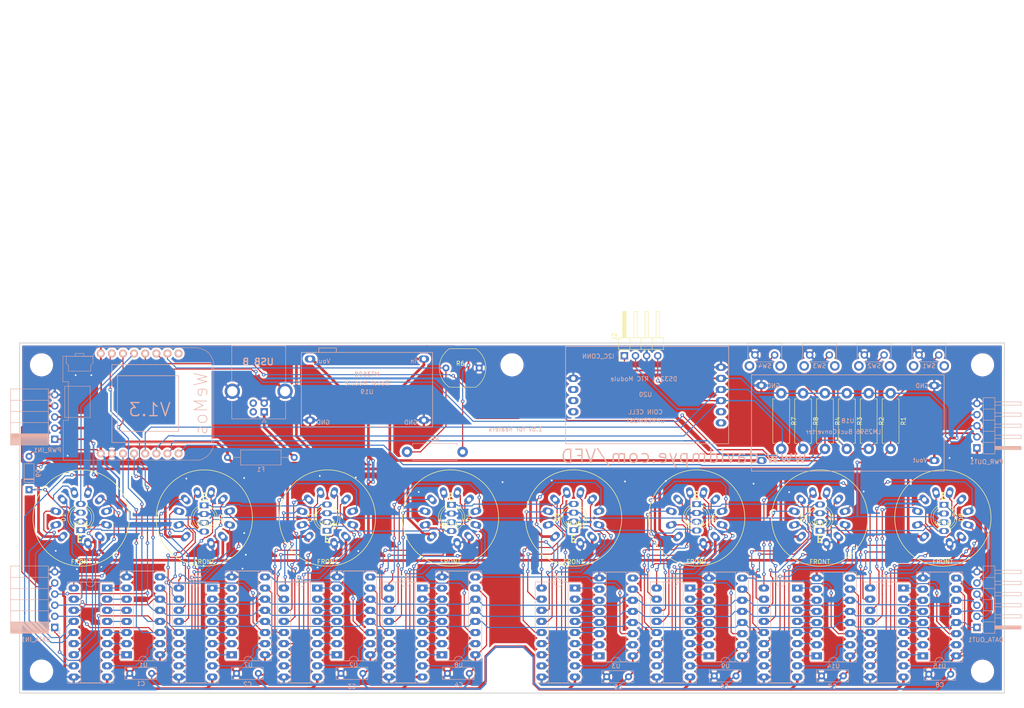
<source format=kicad_pcb>
(kicad_pcb (version 20171130) (host pcbnew 5.1.4+dfsg1-1)
  (layers (0 F.Cu signal) (31 B.Cu signal) (34 B.Paste user) (35 F.Paste user) (36 B.SilkS user) (37 F.SilkS user) (38 B.Mask user) (39 F.Mask user) (44 Edge.Cuts user))
  (net 0 "")
  (net 1 GND)
  (net 2 "Net-(U1-Pad1)")
  (net 3 "Net-(U1-Pad2)")
  (net 4 "Net-(U1-Pad3)")
  (net 5 "Net-(U1-Pad4)")
  (net 6 "Net-(U1-Pad5)")
  (net 7 "Net-(U1-Pad6)")
  (net 8 "Net-(U1-Pad7)")
  (net 9 "Net-(U1-Pad15)")
  (net 10 "Net-(U2-Pad15)")
  (net 11 +36V)
  (net 12 +1V5)
  (net 13 "Net-(U3-Pad7)")
  (net 14 "Net-(U3-Pad6)")
  (net 15 "Net-(U3-Pad5)")
  (net 16 "Net-(U3-Pad4)")
  (net 17 "Net-(U3-Pad3)")
  (net 18 "Net-(U3-Pad2)")
  (net 19 "Net-(U3-Pad1)")
  (net 20 "Net-(U3-Pad15)")
  (net 21 SHIFT_DATA_IN)
  (net 22 SHIFT_LATCH)
  (net 23 SHIFT_CLOCK)
  (net 24 SHIFT_OE)
  (net 25 TUBE_6_DATA_OUT)
  (net 26 SW_1)
  (net 27 SW_2)
  (net 28 TUBE_1_DATA_OUT)
  (net 29 "Net-(U2-Pad7)")
  (net 30 TUBE_2_DATA_OUT)
  (net 31 "Net-(U2-Pad6)")
  (net 32 "Net-(U2-Pad5)")
  (net 33 "Net-(U2-Pad4)")
  (net 34 "Net-(U2-Pad3)")
  (net 35 "Net-(U2-Pad2)")
  (net 36 TUBE_3_DATA_OUT)
  (net 37 "Net-(U2-Pad1)")
  (net 38 TUBE_5_DATA_OUT)
  (net 39 "Net-(U4-Pad18)")
  (net 40 "Net-(U4-Pad17)")
  (net 41 "Net-(U4-Pad16)")
  (net 42 "Net-(U4-Pad15)")
  (net 43 "Net-(U4-Pad14)")
  (net 44 "Net-(U4-Pad13)")
  (net 45 "Net-(U4-Pad11)")
  (net 46 "Net-(U5-Pad18)")
  (net 47 "Net-(U5-Pad17)")
  (net 48 "Net-(U5-Pad16)")
  (net 49 "Net-(U5-Pad15)")
  (net 50 "Net-(U5-Pad14)")
  (net 51 "Net-(U5-Pad13)")
  (net 52 "Net-(U5-Pad11)")
  (net 53 "Net-(U6-Pad11)")
  (net 54 "Net-(U6-Pad13)")
  (net 55 "Net-(U6-Pad14)")
  (net 56 "Net-(U6-Pad15)")
  (net 57 "Net-(U6-Pad16)")
  (net 58 "Net-(U6-Pad17)")
  (net 59 "Net-(U6-Pad18)")
  (net 60 "Net-(U10-Pad7)")
  (net 61 "Net-(U10-Pad6)")
  (net 62 "Net-(U10-Pad5)")
  (net 63 "Net-(U10-Pad4)")
  (net 64 "Net-(U10-Pad3)")
  (net 65 "Net-(U10-Pad2)")
  (net 66 "Net-(U10-Pad1)")
  (net 67 "Net-(U10-Pad8)")
  (net 68 "Net-(U11-Pad7)")
  (net 69 TUBE_4_DATA_OUT)
  (net 70 "Net-(U11-Pad6)")
  (net 71 "Net-(U11-Pad5)")
  (net 72 "Net-(U11-Pad4)")
  (net 73 "Net-(U11-Pad3)")
  (net 74 "Net-(U11-Pad2)")
  (net 75 "Net-(U11-Pad1)")
  (net 76 "Net-(U11-Pad8)")
  (net 77 "Net-(U12-Pad8)")
  (net 78 "Net-(U12-Pad1)")
  (net 79 "Net-(U12-Pad2)")
  (net 80 "Net-(U12-Pad3)")
  (net 81 "Net-(U12-Pad4)")
  (net 82 "Net-(U12-Pad5)")
  (net 83 "Net-(U12-Pad6)")
  (net 84 "Net-(U12-Pad7)")
  (net 85 "Net-(U10-Pad11)")
  (net 86 "Net-(U10-Pad13)")
  (net 87 "Net-(U10-Pad14)")
  (net 88 "Net-(U10-Pad15)")
  (net 89 "Net-(U10-Pad16)")
  (net 90 "Net-(U10-Pad17)")
  (net 91 "Net-(U10-Pad18)")
  (net 92 "Net-(U11-Pad11)")
  (net 93 "Net-(U11-Pad13)")
  (net 94 "Net-(U11-Pad14)")
  (net 95 "Net-(U11-Pad15)")
  (net 96 "Net-(U11-Pad16)")
  (net 97 "Net-(U11-Pad17)")
  (net 98 "Net-(U11-Pad18)")
  (net 99 "Net-(U12-Pad18)")
  (net 100 "Net-(U12-Pad17)")
  (net 101 "Net-(U12-Pad16)")
  (net 102 "Net-(U12-Pad15)")
  (net 103 "Net-(U12-Pad14)")
  (net 104 "Net-(U12-Pad13)")
  (net 105 "Net-(U12-Pad11)")
  (net 106 "Net-(U4-Pad12)")
  (net 107 "Net-(U5-Pad12)")
  (net 108 "Net-(U6-Pad12)")
  (net 109 "Net-(U10-Pad12)")
  (net 110 "Net-(U11-Pad12)")
  (net 111 "Net-(U12-Pad12)")
  (net 112 "Net-(U13-Pad9)")
  (net 113 "Net-(U14-Pad1)")
  (net 114 TUBE_7_DATA_OUT)
  (net 115 "Net-(U14-Pad2)")
  (net 116 "Net-(U14-Pad3)")
  (net 117 "Net-(U14-Pad4)")
  (net 118 "Net-(U14-Pad5)")
  (net 119 "Net-(U14-Pad6)")
  (net 120 "Net-(U14-Pad7)")
  (net 121 "Net-(U14-Pad15)")
  (net 122 "Net-(U15-Pad15)")
  (net 123 "Net-(U15-Pad7)")
  (net 124 "Net-(U15-Pad6)")
  (net 125 "Net-(U15-Pad5)")
  (net 126 "Net-(U15-Pad4)")
  (net 127 "Net-(U15-Pad3)")
  (net 128 "Net-(U15-Pad2)")
  (net 129 TUBE_8_DATA_OUT)
  (net 130 "Net-(U15-Pad1)")
  (net 131 "Net-(U16-Pad11)")
  (net 132 "Net-(U16-Pad12)")
  (net 133 "Net-(U16-Pad13)")
  (net 134 "Net-(U16-Pad14)")
  (net 135 "Net-(U16-Pad15)")
  (net 136 "Net-(U16-Pad16)")
  (net 137 "Net-(U16-Pad17)")
  (net 138 "Net-(U16-Pad18)")
  (net 139 "Net-(U17-Pad18)")
  (net 140 "Net-(U17-Pad17)")
  (net 141 "Net-(U17-Pad16)")
  (net 142 "Net-(U17-Pad15)")
  (net 143 "Net-(U17-Pad14)")
  (net 144 "Net-(U17-Pad13)")
  (net 145 "Net-(U17-Pad12)")
  (net 146 "Net-(U17-Pad11)")
  (net 147 +5V)
  (net 148 "Net-(J1-Pad2)")
  (net 149 "Net-(J1-Pad3)")
  (net 150 +3V3)
  (net 151 "Net-(U20-Pad5)")
  (net 152 "Net-(U20-Pad6)")
  (net 153 "Net-(U20-Pad9)")
  (net 154 "Net-(U20-Pad8)")
  (net 155 "Net-(U20-Pad7)")
  (net 156 LDR_IN)
  (net 157 LED_DATA_IN)
  (net 158 SCL)
  (net 159 SDA)
  (net 160 LED_DATA_OUT)
  (net 161 SW_3)
  (net 162 SW_4)
  (net 163 "Net-(D1-Pad1)")
  (net 164 "Net-(D1-Pad3)")
  (net 165 "Net-(D2-Pad1)")
  (net 166 "Net-(D3-Pad1)")
  (net 167 "Net-(D4-Pad1)")
  (net 168 "Net-(D5-Pad1)")
  (net 169 "Net-(D6-Pad1)")
  (net 170 "Net-(D7-Pad1)")
  (net 171 "Net-(F1-Pad2)")
  (module wemos_d1_mini:D1_mini_board (layer B.Cu) (at 26.162 13.843 90)
    (fp_text reference U13 (at 1.27 -18.81 90) (layer B.SilkS) (effects (justify mirror)))
    (fp_text value WeMos_mini)
    (fp_text user WeMos (at 0 15.24 90) (layer B.SilkS) (effects (font (size 3 3)) (justify mirror)))
    (pad 8 thru_hole circle (at -11.43 10.16 90) (size 1.8 1.8) (drill 1.016) (layers *.Cu *.Mask B.SilkS) (net 162 SW_4))
    (pad 7 thru_hole circle (at -11.43 7.62 90) (size 1.8 1.8) (drill 1.016) (layers *.Cu *.Mask B.SilkS) (net 161 SW_3))
    (pad 6 thru_hole circle (at -11.43 5.08 90) (size 1.8 1.8) (drill 1.016) (layers *.Cu *.Mask B.SilkS) (net 158 SCL))
    (pad 5 thru_hole circle (at -11.43 2.54 90) (size 1.8 1.8) (drill 1.016) (layers *.Cu *.Mask B.SilkS) (net 159 SDA))
    (pad 4 thru_hole circle (at -11.43 0 90) (size 1.8 1.8) (drill 1.016) (layers *.Cu *.Mask B.SilkS) (net 23 SHIFT_CLOCK))
    (pad 3 thru_hole circle (at -11.43 -2.54 90) (size 1.8 1.8) (drill 1.016) (layers *.Cu *.Mask B.SilkS) (net 21 SHIFT_DATA_IN))
    (pad 2 thru_hole circle (at -11.43 -5.08 90) (size 1.8 1.8) (drill 1.016) (layers *.Cu *.Mask B.SilkS) (net 1 GND))
    (pad 1 thru_hole circle (at -11.43 -7.62 90) (size 1.8 1.8) (drill 1.016) (layers *.Cu *.Mask B.SilkS) (net 147 +5V))
    (pad 16 thru_hole circle (at 11.43 -7.62 90) (size 1.8 1.8) (drill 1.016) (layers *.Cu *.Mask B.SilkS) (net 150 +3V3))
    (pad 15 thru_hole circle (at 11.43 -5.08 90) (size 1.8 1.8) (drill 1.016) (layers *.Cu *.Mask B.SilkS) (net 22 SHIFT_LATCH))
    (pad 14 thru_hole circle (at 11.43 -2.54 90) (size 1.8 1.8) (drill 1.016) (layers *.Cu *.Mask B.SilkS) (net 24 SHIFT_OE))
    (pad 13 thru_hole circle (at 11.43 0 90) (size 1.8 1.8) (drill 1.016) (layers *.Cu *.Mask B.SilkS) (net 157 LED_DATA_IN))
    (pad 12 thru_hole circle (at 11.43 2.54 90) (size 1.8 1.8) (drill 1.016) (layers *.Cu *.Mask B.SilkS) (net 27 SW_2))
    (pad 11 thru_hole circle (at 11.43 5.08 90) (size 1.8 1.8) (drill 1.016) (layers *.Cu *.Mask B.SilkS) (net 26 SW_1))
    (pad 10 thru_hole circle (at 11.43 7.62 90) (size 1.8 1.8) (drill 1.016) (layers *.Cu *.Mask B.SilkS) (net 156 LDR_IN))
    (pad 9 thru_hole circle (at 11.43 10.16 90) (size 1.8 1.8) (drill 1.016) (layers *.Cu *.Mask B.SilkS) (net 112 "Net-(U13-Pad9)"))
  )
  (module VFD:IV-11 (layer F.Cu) (at 126.5625 40)
    (fp_text reference VFD5 (at 0 1.27) (layer F.SilkS))
    (fp_text value IV-11)
    (fp_text user FRONT (at 0 10) (layer F.SilkS))
    (pad 1 thru_hole oval (at 1.552914 5.795555 105) (size 2.5 1.524) (drill 1) (layers *.Cu *.Mask) (net 1 GND))
    (pad 2 thru_hole oval (at 4.24264 4.242641 135) (size 2.5 1.524) (drill 1) (layers *.Cu *.Mask) (net 11 +36V))
    (pad 3 thru_hole oval (at 5.795555 1.552915 165) (size 2.5 1.524) (drill 1) (layers *.Cu *.Mask) (net 54 "Net-(U6-Pad13)"))
    (pad 4 thru_hole oval (at 5.795555 -1.552914 195) (size 2.5 1.524) (drill 1) (layers *.Cu *.Mask) (net 59 "Net-(U6-Pad18)"))
    (pad 5 thru_hole oval (at 4.242641 -4.24264 225) (size 2.5 1.524) (drill 1) (layers *.Cu *.Mask) (net 108 "Net-(U6-Pad12)"))
    (pad 6 thru_hole oval (at 1.552915 -5.795555 255) (size 2.5 1.524) (drill 1) (layers *.Cu *.Mask) (net 53 "Net-(U6-Pad11)"))
    (pad 7 thru_hole oval (at -1.552914 -5.795555 285) (size 2.5 1.524) (drill 1) (layers *.Cu *.Mask) (net 58 "Net-(U6-Pad17)"))
    (pad 8 thru_hole oval (at -4.24264 -4.242641 315) (size 2.5 1.524) (drill 1) (layers *.Cu *.Mask) (net 57 "Net-(U6-Pad16)"))
    (pad 9 thru_hole oval (at -5.795555 -1.552915 345) (size 2.5 1.524) (drill 1) (layers *.Cu *.Mask) (net 56 "Net-(U6-Pad15)"))
    (pad 10 thru_hole oval (at -5.795555 1.552914 15) (size 2.5 1.524) (drill 1) (layers *.Cu *.Mask) (net 55 "Net-(U6-Pad14)"))
    (pad 11 thru_hole oval (at -4.242641 4.24264 45) (size 2.5 1.524) (drill 1) (layers *.Cu *.Mask) (net 12 +1V5))
  )
  (module Resistor_THT:R_Axial_DIN0411_L9.9mm_D3.6mm_P12.70mm_Horizontal (layer F.Cu) (at 194 11.5 270)
    (fp_text reference R2 (at 6.35 -2.92 90) (layer F.SilkS))
    (fp_text value 10k)
    (pad 2 thru_hole oval (at 12.7 0 270) (size 2.4 2.4) (drill 1.2) (layers *.Cu *.Mask) (net 27 SW_2))
    (pad 1 thru_hole circle (at 0 0 270) (size 2.4 2.4) (drill 1.2) (layers *.Cu *.Mask) (net 150 +3V3))
  )
  (module Resistor_THT:R_Axial_DIN0411_L9.9mm_D3.6mm_P12.70mm_Horizontal (layer F.Cu) (at 199 11.5 270)
    (fp_text reference R1 (at 6.35 -2.92 90) (layer F.SilkS))
    (fp_text value 10k)
    (pad 2 thru_hole oval (at 12.7 0 270) (size 2.4 2.4) (drill 1.2) (layers *.Cu *.Mask) (net 26 SW_1))
    (pad 1 thru_hole circle (at 0 0 270) (size 2.4 2.4) (drill 1.2) (layers *.Cu *.Mask) (net 150 +3V3))
  )
  (module GenericModules:LM2596BuckConverterModule (layer B.Cu) (at 189.23 18.288)
    (fp_text reference U18 (at 0 -0.5) (layer B.SilkS) (effects (justify mirror)))
    (fp_text value LM2596BuckConverterModule)
    (fp_text user Vin (at -17 8.5) (layer B.SilkS) (effects (justify mirror)))
    (fp_text user GND (at -17 -8.5) (layer B.SilkS) (effects (justify mirror)))
    (fp_text user Vout (at 16.5 8.5) (layer B.SilkS) (effects (justify mirror)))
    (fp_text user GND (at 17 -8.5) (layer B.SilkS) (effects (justify mirror)))
    (fp_text user "LM2596 BuckConverter" (at -1 2) (layer B.SilkS) (effects (justify mirror)))
    (pad 1 thru_hole oval (at -19.75 8.57) (size 2.4 1.6) (drill 1) (layers *.Cu *.Mask) (net 147 +5V))
    (pad 2 thru_hole oval (at -19.75 -8.57) (size 2.4 1.6) (drill 1) (layers *.Cu *.Mask) (net 1 GND))
    (pad 3 thru_hole oval (at 19.75 -8.57) (size 2.4 1.6) (drill 1) (layers *.Cu *.Mask) (net 1 GND))
    (pad 4 thru_hole oval (at 19.75 8.57 180) (size 2.4 1.6) (drill 1) (layers *.Cu *.Mask) (net 12 +1V5))
  )
  (module GenericModules:DS3121RTCModule (layer B.Cu) (at 143.002 9.779 180)
    (fp_text reference U20 (at 0 -2 180) (layer B.SilkS) (effects (justify mirror)))
    (fp_text value DS3231RTCModule)
    (fp_text user "COIN CELL" (at 0 -6 180) (layer B.SilkS) (effects (justify mirror)))
    (fp_text user UPPERMOST (at 0 -8 180) (layer B.SilkS) (effects (justify mirror)))
    (pad 4 thru_hole oval (at -17.25 -3.395 180) (size 2.4 1.6) (drill 1) (layers *.Cu *.Mask) (net 158 SCL))
    (pad 3 thru_hole oval (at -17.25 -0.855 180) (size 2.4 1.6) (drill 1) (layers *.Cu *.Mask) (net 159 SDA))
    (pad 5 thru_hole oval (at -17.25 -5.935 180) (size 2.4 1.6) (drill 1) (layers *.Cu *.Mask) (net 151 "Net-(U20-Pad5)"))
    (pad 2 thru_hole oval (at -17.25 1.685 180) (size 2.4 1.6) (drill 1) (layers *.Cu *.Mask) (net 150 +3V3))
    (pad 1 thru_hole oval (at -17.25 4.225 180) (size 2.4 1.6) (drill 1) (layers *.Cu *.Mask) (net 1 GND))
    (pad 10 thru_hole oval (at 16.5 1.685 180) (size 2.4 1.6) (drill 1) (layers *.Cu *.Mask) (net 1 GND))
    (pad 9 thru_hole oval (at 16.5 -0.855 180) (size 2.4 1.6) (drill 1) (layers *.Cu *.Mask) (net 153 "Net-(U20-Pad9)"))
    (pad 8 thru_hole oval (at 16.5 -3.395 180) (size 2.4 1.6) (drill 1) (layers *.Cu *.Mask) (net 154 "Net-(U20-Pad8)"))
    (pad 7 thru_hole oval (at 16.5 -5.935 180) (size 2.4 1.6) (drill 1) (layers *.Cu *.Mask) (net 155 "Net-(U20-Pad7)"))
    (pad 6 thru_hole oval (at -17.25 -8.475 180) (size 2.4 1.6) (drill 1) (layers *.Cu *.Mask) (net 152 "Net-(U20-Pad6)"))
  )
  (module Package_DIP:DIP-16_W7.62mm_Socket_LongPads (layer B.Cu) (at 48.4505 71.25)
    (fp_text reference U7 (at 3.81 2.33) (layer B.SilkS) (effects (justify mirror)))
    (fp_text value 74HC595)
    (pad 16 thru_hole oval (at 7.62 0) (size 2.4 1.6) (drill 0.8) (layers *.Cu *.Mask) (net 150 +3V3))
    (pad 8 thru_hole oval (at 0 -17.78) (size 2.4 1.6) (drill 0.8) (layers *.Cu *.Mask) (net 1 GND))
    (pad 15 thru_hole oval (at 7.62 -2.54) (size 2.4 1.6) (drill 0.8) (layers *.Cu *.Mask) (net 67 "Net-(U10-Pad8)"))
    (pad 7 thru_hole oval (at 0 -15.24) (size 2.4 1.6) (drill 0.8) (layers *.Cu *.Mask) (net 66 "Net-(U10-Pad1)"))
    (pad 14 thru_hole oval (at 7.62 -5.08) (size 2.4 1.6) (drill 0.8) (layers *.Cu *.Mask) (net 28 TUBE_1_DATA_OUT))
    (pad 6 thru_hole oval (at 0 -12.7) (size 2.4 1.6) (drill 0.8) (layers *.Cu *.Mask) (net 65 "Net-(U10-Pad2)"))
    (pad 13 thru_hole oval (at 7.62 -7.62) (size 2.4 1.6) (drill 0.8) (layers *.Cu *.Mask) (net 24 SHIFT_OE))
    (pad 5 thru_hole oval (at 0 -10.16) (size 2.4 1.6) (drill 0.8) (layers *.Cu *.Mask) (net 64 "Net-(U10-Pad3)"))
    (pad 12 thru_hole oval (at 7.62 -10.16) (size 2.4 1.6) (drill 0.8) (layers *.Cu *.Mask) (net 22 SHIFT_LATCH))
    (pad 4 thru_hole oval (at 0 -7.62) (size 2.4 1.6) (drill 0.8) (layers *.Cu *.Mask) (net 63 "Net-(U10-Pad4)"))
    (pad 11 thru_hole oval (at 7.62 -12.7) (size 2.4 1.6) (drill 0.8) (layers *.Cu *.Mask) (net 23 SHIFT_CLOCK))
    (pad 3 thru_hole oval (at 0 -5.08) (size 2.4 1.6) (drill 0.8) (layers *.Cu *.Mask) (net 62 "Net-(U10-Pad5)"))
    (pad 10 thru_hole oval (at 7.62 -15.24) (size 2.4 1.6) (drill 0.8) (layers *.Cu *.Mask) (net 150 +3V3))
    (pad 2 thru_hole oval (at 0 -2.54) (size 2.4 1.6) (drill 0.8) (layers *.Cu *.Mask) (net 61 "Net-(U10-Pad6)"))
    (pad 9 thru_hole oval (at 7.62 -17.78) (size 2.4 1.6) (drill 0.8) (layers *.Cu *.Mask) (net 30 TUBE_2_DATA_OUT))
    (pad 1 thru_hole rect (at 0 0) (size 2.4 1.6) (drill 0.8) (layers *.Cu *.Mask) (net 60 "Net-(U10-Pad7)"))
  )
  (module VFD:IV-11 (layer F.Cu) (at 210.9375 40)
    (fp_text reference VFD8 (at 0 1.27) (layer F.SilkS))
    (fp_text value IV-11)
    (fp_text user FRONT (at 0 10) (layer F.SilkS))
    (pad 1 thru_hole oval (at 1.552914 5.795555 105) (size 2.5 1.524) (drill 1) (layers *.Cu *.Mask) (net 1 GND))
    (pad 2 thru_hole oval (at 4.24264 4.242641 135) (size 2.5 1.524) (drill 1) (layers *.Cu *.Mask) (net 11 +36V))
    (pad 3 thru_hole oval (at 5.795555 1.552915 165) (size 2.5 1.524) (drill 1) (layers *.Cu *.Mask) (net 144 "Net-(U17-Pad13)"))
    (pad 4 thru_hole oval (at 5.795555 -1.552914 195) (size 2.5 1.524) (drill 1) (layers *.Cu *.Mask) (net 139 "Net-(U17-Pad18)"))
    (pad 5 thru_hole oval (at 4.242641 -4.24264 225) (size 2.5 1.524) (drill 1) (layers *.Cu *.Mask) (net 145 "Net-(U17-Pad12)"))
    (pad 6 thru_hole oval (at 1.552915 -5.795555 255) (size 2.5 1.524) (drill 1) (layers *.Cu *.Mask) (net 146 "Net-(U17-Pad11)"))
    (pad 7 thru_hole oval (at -1.552914 -5.795555 285) (size 2.5 1.524) (drill 1) (layers *.Cu *.Mask) (net 140 "Net-(U17-Pad17)"))
    (pad 8 thru_hole oval (at -4.24264 -4.242641 315) (size 2.5 1.524) (drill 1) (layers *.Cu *.Mask) (net 141 "Net-(U17-Pad16)"))
    (pad 9 thru_hole oval (at -5.795555 -1.552915 345) (size 2.5 1.524) (drill 1) (layers *.Cu *.Mask) (net 142 "Net-(U17-Pad15)"))
    (pad 10 thru_hole oval (at -5.795555 1.552914 15) (size 2.5 1.524) (drill 1) (layers *.Cu *.Mask) (net 143 "Net-(U17-Pad14)"))
    (pad 11 thru_hole oval (at -4.242641 4.24264 45) (size 2.5 1.524) (drill 1) (layers *.Cu *.Mask) (net 12 +1V5))
  )
  (module VFD:IV-11 (layer F.Cu) (at 14.0625 40)
    (fp_text reference VFD1 (at 0 1.27) (layer F.SilkS))
    (fp_text value IV-11)
    (fp_text user FRONT (at 0 10) (layer F.SilkS))
    (pad 1 thru_hole oval (at 1.552914 5.795555 105) (size 2.5 1.524) (drill 1) (layers *.Cu *.Mask) (net 1 GND))
    (pad 2 thru_hole oval (at 4.24264 4.242641 135) (size 2.5 1.524) (drill 1) (layers *.Cu *.Mask) (net 11 +36V))
    (pad 3 thru_hole oval (at 5.795555 1.552915 165) (size 2.5 1.524) (drill 1) (layers *.Cu *.Mask) (net 44 "Net-(U4-Pad13)"))
    (pad 4 thru_hole oval (at 5.795555 -1.552914 195) (size 2.5 1.524) (drill 1) (layers *.Cu *.Mask) (net 39 "Net-(U4-Pad18)"))
    (pad 5 thru_hole oval (at 4.242641 -4.24264 225) (size 2.5 1.524) (drill 1) (layers *.Cu *.Mask) (net 106 "Net-(U4-Pad12)"))
    (pad 6 thru_hole oval (at 1.552915 -5.795555 255) (size 2.5 1.524) (drill 1) (layers *.Cu *.Mask) (net 45 "Net-(U4-Pad11)"))
    (pad 7 thru_hole oval (at -1.552914 -5.795555 285) (size 2.5 1.524) (drill 1) (layers *.Cu *.Mask) (net 40 "Net-(U4-Pad17)"))
    (pad 8 thru_hole oval (at -4.24264 -4.242641 315) (size 2.5 1.524) (drill 1) (layers *.Cu *.Mask) (net 41 "Net-(U4-Pad16)"))
    (pad 9 thru_hole oval (at -5.795555 -1.552915 345) (size 2.5 1.524) (drill 1) (layers *.Cu *.Mask) (net 42 "Net-(U4-Pad15)"))
    (pad 10 thru_hole oval (at -5.795555 1.552914 15) (size 2.5 1.524) (drill 1) (layers *.Cu *.Mask) (net 43 "Net-(U4-Pad14)"))
    (pad 11 thru_hole oval (at -4.242641 4.24264 45) (size 2.5 1.524) (drill 1) (layers *.Cu *.Mask) (net 12 +1V5))
  )
  (module 5mm-neopixel-wide:LED_D5.0mm-4-Wide (layer F.Cu) (at 154.686 37.846 270)
    (fp_text reference D6 (at 1.905 -3.96 270) (layer F.SilkS))
    (fp_text value WS2812B)
    (pad 4 thru_hole oval (at 5 0 270) (size 1.3 2.25) (drill 1) (layers *.Cu *.Mask) (net 168 "Net-(D5-Pad1)"))
    (pad 3 thru_hole oval (at 3 0 270) (size 1.3 2.25) (drill 1) (layers *.Cu *.Mask) (net 147 +5V))
    (pad 2 thru_hole oval (at 1 0 270) (size 1.3 2.25) (drill 1) (layers *.Cu *.Mask) (net 1 GND))
    (pad 1 thru_hole rect (at -1 0 270) (size 1.3 2) (drill 1) (layers *.Cu *.Mask) (net 169 "Net-(D6-Pad1)"))
  )
  (module 5mm-neopixel-wide:LED_D5.0mm-4-Wide (layer F.Cu) (at 13.97 41.783 90)
    (fp_text reference D1 (at 1.905 -3.96 90) (layer F.SilkS))
    (fp_text value WS2812B)
    (pad 4 thru_hole oval (at 5 0 90) (size 1.3 2.25) (drill 1) (layers *.Cu *.Mask) (net 157 LED_DATA_IN))
    (pad 3 thru_hole oval (at 3 0 90) (size 1.3 2.25) (drill 1) (layers *.Cu *.Mask) (net 164 "Net-(D1-Pad3)"))
    (pad 2 thru_hole oval (at 1 0 90) (size 1.3 2.25) (drill 1) (layers *.Cu *.Mask) (net 1 GND))
    (pad 1 thru_hole rect (at -1 0 90) (size 1.3 2) (drill 1) (layers *.Cu *.Mask) (net 163 "Net-(D1-Pad1)"))
  )
  (module 5mm-neopixel-wide:LED_D5.0mm-4-Wide (layer F.Cu) (at 42.164 38.1 270)
    (fp_text reference D2 (at 1.905 -3.96 270) (layer F.SilkS))
    (fp_text value WS2812B)
    (pad 4 thru_hole oval (at 5 0 270) (size 1.3 2.25) (drill 1) (layers *.Cu *.Mask) (net 163 "Net-(D1-Pad1)"))
    (pad 3 thru_hole oval (at 3 0 270) (size 1.3 2.25) (drill 1) (layers *.Cu *.Mask) (net 147 +5V))
    (pad 2 thru_hole oval (at 1 0 270) (size 1.3 2.25) (drill 1) (layers *.Cu *.Mask) (net 1 GND))
    (pad 1 thru_hole rect (at -1 0 270) (size 1.3 2) (drill 1) (layers *.Cu *.Mask) (net 165 "Net-(D2-Pad1)"))
  )
  (module 5mm-neopixel-wide:LED_D5.0mm-4-Wide (layer F.Cu) (at 70.231 41.91 90)
    (fp_text reference D3 (at 1.905 -3.96 90) (layer F.SilkS))
    (fp_text value WS2812B)
    (pad 4 thru_hole oval (at 5 0 90) (size 1.3 2.25) (drill 1) (layers *.Cu *.Mask) (net 165 "Net-(D2-Pad1)"))
    (pad 3 thru_hole oval (at 3 0 90) (size 1.3 2.25) (drill 1) (layers *.Cu *.Mask) (net 147 +5V))
    (pad 2 thru_hole oval (at 1 0 90) (size 1.3 2.25) (drill 1) (layers *.Cu *.Mask) (net 1 GND))
    (pad 1 thru_hole rect (at -1 0 90) (size 1.3 2) (drill 1) (layers *.Cu *.Mask) (net 166 "Net-(D3-Pad1)"))
  )
  (module 5mm-neopixel-wide:LED_D5.0mm-4-Wide (layer F.Cu) (at 98.679 37.973 270)
    (fp_text reference D4 (at 1.905 -3.96 270) (layer F.SilkS))
    (fp_text value WS2812B)
    (pad 4 thru_hole oval (at 5 0 270) (size 1.3 2.25) (drill 1) (layers *.Cu *.Mask) (net 166 "Net-(D3-Pad1)"))
    (pad 3 thru_hole oval (at 3 0 270) (size 1.3 2.25) (drill 1) (layers *.Cu *.Mask) (net 147 +5V))
    (pad 2 thru_hole oval (at 1 0 270) (size 1.3 2.25) (drill 1) (layers *.Cu *.Mask) (net 1 GND))
    (pad 1 thru_hole rect (at -1 0 270) (size 1.3 2) (drill 1) (layers *.Cu *.Mask) (net 167 "Net-(D4-Pad1)"))
  )
  (module 5mm-neopixel-wide:LED_D5.0mm-4-Wide (layer F.Cu) (at 126.619 41.783 90)
    (fp_text reference D5 (at 1.905 -3.96 90) (layer F.SilkS))
    (fp_text value WS2812B)
    (pad 4 thru_hole oval (at 5 0 90) (size 1.3 2.25) (drill 1) (layers *.Cu *.Mask) (net 167 "Net-(D4-Pad1)"))
    (pad 3 thru_hole oval (at 3 0 90) (size 1.3 2.25) (drill 1) (layers *.Cu *.Mask) (net 147 +5V))
    (pad 2 thru_hole oval (at 1 0 90) (size 1.3 2.25) (drill 1) (layers *.Cu *.Mask) (net 1 GND))
    (pad 1 thru_hole rect (at -1 0 90) (size 1.3 2) (drill 1) (layers *.Cu *.Mask) (net 168 "Net-(D5-Pad1)"))
  )
  (module 5mm-neopixel-wide:LED_D5.0mm-4-Wide (layer F.Cu) (at 182.88 41.91 90)
    (fp_text reference D7 (at 1.905 -3.96 90) (layer F.SilkS))
    (fp_text value WS2812B)
    (pad 4 thru_hole oval (at 5 0 90) (size 1.3 2.25) (drill 1) (layers *.Cu *.Mask) (net 169 "Net-(D6-Pad1)"))
    (pad 3 thru_hole oval (at 3 0 90) (size 1.3 2.25) (drill 1) (layers *.Cu *.Mask) (net 147 +5V))
    (pad 2 thru_hole oval (at 1 0 90) (size 1.3 2.25) (drill 1) (layers *.Cu *.Mask) (net 1 GND))
    (pad 1 thru_hole rect (at -1 0 90) (size 1.3 2) (drill 1) (layers *.Cu *.Mask) (net 170 "Net-(D7-Pad1)"))
  )
  (module 5mm-neopixel-wide:LED_D5.0mm-4-Wide (layer F.Cu) (at 211.201 37.973 270)
    (fp_text reference D8 (at 1.905 -3.96 270) (layer F.SilkS))
    (fp_text value WS2812B)
    (pad 4 thru_hole oval (at 5 0 270) (size 1.3 2.25) (drill 1) (layers *.Cu *.Mask) (net 170 "Net-(D7-Pad1)"))
    (pad 3 thru_hole oval (at 3 0 270) (size 1.3 2.25) (drill 1) (layers *.Cu *.Mask) (net 147 +5V))
    (pad 2 thru_hole oval (at 1 0 270) (size 1.3 2.25) (drill 1) (layers *.Cu *.Mask) (net 1 GND))
    (pad 1 thru_hole rect (at -1 0 270) (size 1.3 2) (drill 1) (layers *.Cu *.Mask) (net 160 LED_DATA_OUT))
  )
  (module VFD:IV-11 (layer F.Cu) (at 98.4375 40)
    (fp_text reference VFD4 (at 0 1.27) (layer F.SilkS))
    (fp_text value IV-11)
    (fp_text user FRONT (at 0 10) (layer F.SilkS))
    (pad 1 thru_hole oval (at 1.552914 5.795555 105) (size 2.5 1.524) (drill 1) (layers *.Cu *.Mask) (net 1 GND))
    (pad 2 thru_hole oval (at 4.24264 4.242641 135) (size 2.5 1.524) (drill 1) (layers *.Cu *.Mask) (net 11 +36V))
    (pad 3 thru_hole oval (at 5.795555 1.552915 165) (size 2.5 1.524) (drill 1) (layers *.Cu *.Mask) (net 93 "Net-(U11-Pad13)"))
    (pad 4 thru_hole oval (at 5.795555 -1.552914 195) (size 2.5 1.524) (drill 1) (layers *.Cu *.Mask) (net 98 "Net-(U11-Pad18)"))
    (pad 5 thru_hole oval (at 4.242641 -4.24264 225) (size 2.5 1.524) (drill 1) (layers *.Cu *.Mask) (net 110 "Net-(U11-Pad12)"))
    (pad 6 thru_hole oval (at 1.552915 -5.795555 255) (size 2.5 1.524) (drill 1) (layers *.Cu *.Mask) (net 92 "Net-(U11-Pad11)"))
    (pad 7 thru_hole oval (at -1.552914 -5.795555 285) (size 2.5 1.524) (drill 1) (layers *.Cu *.Mask) (net 97 "Net-(U11-Pad17)"))
    (pad 8 thru_hole oval (at -4.24264 -4.242641 315) (size 2.5 1.524) (drill 1) (layers *.Cu *.Mask) (net 96 "Net-(U11-Pad16)"))
    (pad 9 thru_hole oval (at -5.795555 -1.552915 345) (size 2.5 1.524) (drill 1) (layers *.Cu *.Mask) (net 95 "Net-(U11-Pad15)"))
    (pad 10 thru_hole oval (at -5.795555 1.552914 15) (size 2.5 1.524) (drill 1) (layers *.Cu *.Mask) (net 94 "Net-(U11-Pad14)"))
    (pad 11 thru_hole oval (at -4.242641 4.24264 45) (size 2.5 1.524) (drill 1) (layers *.Cu *.Mask) (net 12 +1V5))
  )
  (module Connector_PinSocket_2.54mm:PinSocket_1x05_P2.54mm_Horizontal (layer B.Cu) (at 8.033 22)
    (fp_text reference PWR_IN1 (at -1.683 2.511) (layer B.SilkS) (effects (justify mirror)))
    (fp_text value PWR_IN_CONN)
    (pad 5 thru_hole oval (at 0 -10.16) (size 1.7 1.7) (drill 1) (layers *.Cu *.Mask) (net 1 GND))
    (pad 4 thru_hole oval (at 0 -7.62) (size 1.7 1.7) (drill 1) (layers *.Cu *.Mask) (net 12 +1V5))
    (pad 3 thru_hole oval (at 0 -5.08) (size 1.7 1.7) (drill 1) (layers *.Cu *.Mask) (net 150 +3V3))
    (pad 2 thru_hole oval (at 0 -2.54) (size 1.7 1.7) (drill 1) (layers *.Cu *.Mask) (net 147 +5V))
    (pad 1 thru_hole rect (at 0 0) (size 1.7 1.7) (drill 1) (layers *.Cu *.Mask) (net 11 +36V))
  )
  (module Capacitor_THT:C_Disc_D7.0mm_W2.5mm_P5.00mm (layer B.Cu) (at 102.743 75.5 180)
    (fp_text reference C4 (at 2.413 -2.605 180) (layer B.SilkS) (effects (justify mirror)))
    (fp_text value 100nF)
    (pad 2 thru_hole circle (at 5 0 180) (size 1.6 1.6) (drill 0.8) (layers *.Cu *.Mask) (net 1 GND))
    (pad 1 thru_hole circle (at 0 0 180) (size 1.6 1.6) (drill 0.8) (layers *.Cu *.Mask) (net 150 +3V3))
  )
  (module Package_DIP:DIP-16_W7.62mm_Socket_LongPads (layer B.Cu) (at 206.375 71.5)
    (fp_text reference U15 (at 3.81 2.33) (layer B.SilkS) (effects (justify mirror)))
    (fp_text value 74HC595)
    (pad 16 thru_hole oval (at 7.62 0) (size 2.4 1.6) (drill 0.8) (layers *.Cu *.Mask) (net 150 +3V3))
    (pad 8 thru_hole oval (at 0 -17.78) (size 2.4 1.6) (drill 0.8) (layers *.Cu *.Mask) (net 1 GND))
    (pad 15 thru_hole oval (at 7.62 -2.54) (size 2.4 1.6) (drill 0.8) (layers *.Cu *.Mask) (net 122 "Net-(U15-Pad15)"))
    (pad 7 thru_hole oval (at 0 -15.24) (size 2.4 1.6) (drill 0.8) (layers *.Cu *.Mask) (net 123 "Net-(U15-Pad7)"))
    (pad 14 thru_hole oval (at 7.62 -5.08) (size 2.4 1.6) (drill 0.8) (layers *.Cu *.Mask) (net 114 TUBE_7_DATA_OUT))
    (pad 6 thru_hole oval (at 0 -12.7) (size 2.4 1.6) (drill 0.8) (layers *.Cu *.Mask) (net 124 "Net-(U15-Pad6)"))
    (pad 13 thru_hole oval (at 7.62 -7.62) (size 2.4 1.6) (drill 0.8) (layers *.Cu *.Mask) (net 24 SHIFT_OE))
    (pad 5 thru_hole oval (at 0 -10.16) (size 2.4 1.6) (drill 0.8) (layers *.Cu *.Mask) (net 125 "Net-(U15-Pad5)"))
    (pad 12 thru_hole oval (at 7.62 -10.16) (size 2.4 1.6) (drill 0.8) (layers *.Cu *.Mask) (net 22 SHIFT_LATCH))
    (pad 4 thru_hole oval (at 0 -7.62) (size 2.4 1.6) (drill 0.8) (layers *.Cu *.Mask) (net 126 "Net-(U15-Pad4)"))
    (pad 11 thru_hole oval (at 7.62 -12.7) (size 2.4 1.6) (drill 0.8) (layers *.Cu *.Mask) (net 23 SHIFT_CLOCK))
    (pad 3 thru_hole oval (at 0 -5.08) (size 2.4 1.6) (drill 0.8) (layers *.Cu *.Mask) (net 127 "Net-(U15-Pad3)"))
    (pad 10 thru_hole oval (at 7.62 -15.24) (size 2.4 1.6) (drill 0.8) (layers *.Cu *.Mask) (net 150 +3V3))
    (pad 2 thru_hole oval (at 0 -2.54) (size 2.4 1.6) (drill 0.8) (layers *.Cu *.Mask) (net 128 "Net-(U15-Pad2)"))
    (pad 9 thru_hole oval (at 7.62 -17.78) (size 2.4 1.6) (drill 0.8) (layers *.Cu *.Mask) (net 129 TUBE_8_DATA_OUT))
    (pad 1 thru_hole rect (at 0 0) (size 2.4 1.6) (drill 0.8) (layers *.Cu *.Mask) (net 130 "Net-(U15-Pad1)"))
  )
  (module VFD:IV-11 (layer F.Cu) (at 154.6875 40)
    (fp_text reference VFD6 (at 0 1.27) (layer F.SilkS))
    (fp_text value IV-11)
    (fp_text user FRONT (at 0 10) (layer F.SilkS))
    (pad 1 thru_hole oval (at 1.552914 5.795555 105) (size 2.5 1.524) (drill 1) (layers *.Cu *.Mask) (net 1 GND))
    (pad 2 thru_hole oval (at 4.24264 4.242641 135) (size 2.5 1.524) (drill 1) (layers *.Cu *.Mask) (net 11 +36V))
    (pad 3 thru_hole oval (at 5.795555 1.552915 165) (size 2.5 1.524) (drill 1) (layers *.Cu *.Mask) (net 104 "Net-(U12-Pad13)"))
    (pad 4 thru_hole oval (at 5.795555 -1.552914 195) (size 2.5 1.524) (drill 1) (layers *.Cu *.Mask) (net 99 "Net-(U12-Pad18)"))
    (pad 5 thru_hole oval (at 4.242641 -4.24264 225) (size 2.5 1.524) (drill 1) (layers *.Cu *.Mask) (net 111 "Net-(U12-Pad12)"))
    (pad 6 thru_hole oval (at 1.552915 -5.795555 255) (size 2.5 1.524) (drill 1) (layers *.Cu *.Mask) (net 105 "Net-(U12-Pad11)"))
    (pad 7 thru_hole oval (at -1.552914 -5.795555 285) (size 2.5 1.524) (drill 1) (layers *.Cu *.Mask) (net 100 "Net-(U12-Pad17)"))
    (pad 8 thru_hole oval (at -4.24264 -4.242641 315) (size 2.5 1.524) (drill 1) (layers *.Cu *.Mask) (net 101 "Net-(U12-Pad16)"))
    (pad 9 thru_hole oval (at -5.795555 -1.552915 345) (size 2.5 1.524) (drill 1) (layers *.Cu *.Mask) (net 102 "Net-(U12-Pad15)"))
    (pad 10 thru_hole oval (at -5.795555 1.552914 15) (size 2.5 1.524) (drill 1) (layers *.Cu *.Mask) (net 103 "Net-(U12-Pad14)"))
    (pad 11 thru_hole oval (at -4.242641 4.24264 45) (size 2.5 1.524) (drill 1) (layers *.Cu *.Mask) (net 12 +1V5))
  )
  (module Package_DIP:DIP-18_W7.62mm_Socket_LongPads (layer B.Cu) (at 153.162 56 180)
    (fp_text reference U12 (at 3.81 2.33 180) (layer B.SilkS) (effects (justify mirror)))
    (fp_text value UDN2981)
    (pad 18 thru_hole oval (at 7.62 0 180) (size 2.4 1.6) (drill 0.8) (layers *.Cu *.Mask) (net 99 "Net-(U12-Pad18)"))
    (pad 9 thru_hole oval (at 0 -20.32 180) (size 2.4 1.6) (drill 0.8) (layers *.Cu *.Mask) (net 11 +36V))
    (pad 17 thru_hole oval (at 7.62 -2.54 180) (size 2.4 1.6) (drill 0.8) (layers *.Cu *.Mask) (net 100 "Net-(U12-Pad17)"))
    (pad 8 thru_hole oval (at 0 -17.78 180) (size 2.4 1.6) (drill 0.8) (layers *.Cu *.Mask) (net 77 "Net-(U12-Pad8)"))
    (pad 16 thru_hole oval (at 7.62 -5.08 180) (size 2.4 1.6) (drill 0.8) (layers *.Cu *.Mask) (net 101 "Net-(U12-Pad16)"))
    (pad 7 thru_hole oval (at 0 -15.24 180) (size 2.4 1.6) (drill 0.8) (layers *.Cu *.Mask) (net 84 "Net-(U12-Pad7)"))
    (pad 15 thru_hole oval (at 7.62 -7.62 180) (size 2.4 1.6) (drill 0.8) (layers *.Cu *.Mask) (net 102 "Net-(U12-Pad15)"))
    (pad 6 thru_hole oval (at 0 -12.7 180) (size 2.4 1.6) (drill 0.8) (layers *.Cu *.Mask) (net 83 "Net-(U12-Pad6)"))
    (pad 14 thru_hole oval (at 7.62 -10.16 180) (size 2.4 1.6) (drill 0.8) (layers *.Cu *.Mask) (net 103 "Net-(U12-Pad14)"))
    (pad 5 thru_hole oval (at 0 -10.16 180) (size 2.4 1.6) (drill 0.8) (layers *.Cu *.Mask) (net 82 "Net-(U12-Pad5)"))
    (pad 13 thru_hole oval (at 7.62 -12.7 180) (size 2.4 1.6) (drill 0.8) (layers *.Cu *.Mask) (net 104 "Net-(U12-Pad13)"))
    (pad 4 thru_hole oval (at 0 -7.62 180) (size 2.4 1.6) (drill 0.8) (layers *.Cu *.Mask) (net 81 "Net-(U12-Pad4)"))
    (pad 12 thru_hole oval (at 7.62 -15.24 180) (size 2.4 1.6) (drill 0.8) (layers *.Cu *.Mask) (net 111 "Net-(U12-Pad12)"))
    (pad 3 thru_hole oval (at 0 -5.08 180) (size 2.4 1.6) (drill 0.8) (layers *.Cu *.Mask) (net 80 "Net-(U12-Pad3)"))
    (pad 11 thru_hole oval (at 7.62 -17.78 180) (size 2.4 1.6) (drill 0.8) (layers *.Cu *.Mask) (net 105 "Net-(U12-Pad11)"))
    (pad 2 thru_hole oval (at 0 -2.54 180) (size 2.4 1.6) (drill 0.8) (layers *.Cu *.Mask) (net 79 "Net-(U12-Pad2)"))
    (pad 10 thru_hole oval (at 7.62 -20.32 180) (size 2.4 1.6) (drill 0.8) (layers *.Cu *.Mask) (net 1 GND))
    (pad 1 thru_hole rect (at 0 0 180) (size 2.4 1.6) (drill 0.8) (layers *.Cu *.Mask) (net 78 "Net-(U12-Pad1)"))
  )
  (module VFD:IV-11 (layer F.Cu) (at 42.1875 40)
    (fp_text reference VFD2 (at 0 1.27) (layer F.SilkS))
    (fp_text value IV-11)
    (fp_text user FRONT (at 0 10) (layer F.SilkS))
    (pad 1 thru_hole oval (at 1.552914 5.795555 105) (size 2.5 1.524) (drill 1) (layers *.Cu *.Mask) (net 1 GND))
    (pad 2 thru_hole oval (at 4.24264 4.242641 135) (size 2.5 1.524) (drill 1) (layers *.Cu *.Mask) (net 11 +36V))
    (pad 3 thru_hole oval (at 5.795555 1.552915 165) (size 2.5 1.524) (drill 1) (layers *.Cu *.Mask) (net 86 "Net-(U10-Pad13)"))
    (pad 4 thru_hole oval (at 5.795555 -1.552914 195) (size 2.5 1.524) (drill 1) (layers *.Cu *.Mask) (net 91 "Net-(U10-Pad18)"))
    (pad 5 thru_hole oval (at 4.242641 -4.24264 225) (size 2.5 1.524) (drill 1) (layers *.Cu *.Mask) (net 109 "Net-(U10-Pad12)"))
    (pad 6 thru_hole oval (at 1.552915 -5.795555 255) (size 2.5 1.524) (drill 1) (layers *.Cu *.Mask) (net 85 "Net-(U10-Pad11)"))
    (pad 7 thru_hole oval (at -1.552914 -5.795555 285) (size 2.5 1.524) (drill 1) (layers *.Cu *.Mask) (net 90 "Net-(U10-Pad17)"))
    (pad 8 thru_hole oval (at -4.24264 -4.242641 315) (size 2.5 1.524) (drill 1) (layers *.Cu *.Mask) (net 89 "Net-(U10-Pad16)"))
    (pad 9 thru_hole oval (at -5.795555 -1.552915 345) (size 2.5 1.524) (drill 1) (layers *.Cu *.Mask) (net 88 "Net-(U10-Pad15)"))
    (pad 10 thru_hole oval (at -5.795555 1.552914 15) (size 2.5 1.524) (drill 1) (layers *.Cu *.Mask) (net 87 "Net-(U10-Pad14)"))
    (pad 11 thru_hole oval (at -4.242641 4.24264 45) (size 2.5 1.524) (drill 1) (layers *.Cu *.Mask) (net 12 +1V5))
  )
  (module VFD:IV-11 (layer F.Cu) (at 70.3125 40)
    (fp_text reference VFD3 (at 0 1.27) (layer F.SilkS))
    (fp_text value IV-11)
    (fp_text user FRONT (at 0 10) (layer F.SilkS))
    (pad 1 thru_hole oval (at 1.552914 5.795555 105) (size 2.5 1.524) (drill 1) (layers *.Cu *.Mask) (net 1 GND))
    (pad 2 thru_hole oval (at 4.24264 4.242641 135) (size 2.5 1.524) (drill 1) (layers *.Cu *.Mask) (net 11 +36V))
    (pad 3 thru_hole oval (at 5.795555 1.552915 165) (size 2.5 1.524) (drill 1) (layers *.Cu *.Mask) (net 51 "Net-(U5-Pad13)"))
    (pad 4 thru_hole oval (at 5.795555 -1.552914 195) (size 2.5 1.524) (drill 1) (layers *.Cu *.Mask) (net 46 "Net-(U5-Pad18)"))
    (pad 5 thru_hole oval (at 4.242641 -4.24264 225) (size 2.5 1.524) (drill 1) (layers *.Cu *.Mask) (net 107 "Net-(U5-Pad12)"))
    (pad 6 thru_hole oval (at 1.552915 -5.795555 255) (size 2.5 1.524) (drill 1) (layers *.Cu *.Mask) (net 52 "Net-(U5-Pad11)"))
    (pad 7 thru_hole oval (at -1.552914 -5.795555 285) (size 2.5 1.524) (drill 1) (layers *.Cu *.Mask) (net 47 "Net-(U5-Pad17)"))
    (pad 8 thru_hole oval (at -4.24264 -4.242641 315) (size 2.5 1.524) (drill 1) (layers *.Cu *.Mask) (net 48 "Net-(U5-Pad16)"))
    (pad 9 thru_hole oval (at -5.795555 -1.552915 345) (size 2.5 1.524) (drill 1) (layers *.Cu *.Mask) (net 49 "Net-(U5-Pad15)"))
    (pad 10 thru_hole oval (at -5.795555 1.552914 15) (size 2.5 1.524) (drill 1) (layers *.Cu *.Mask) (net 50 "Net-(U5-Pad14)"))
    (pad 11 thru_hole oval (at -4.242641 4.24264 45) (size 2.5 1.524) (drill 1) (layers *.Cu *.Mask) (net 12 +1V5))
  )
  (module Connector_USB:USB_B_OST_USB-B1HSxx_Horizontal (layer B.Cu) (at 55.88 15.748 90)
    (fp_text reference J1 (at 6.76 7.77 90) (layer B.SilkS) (effects (justify mirror)))
    (fp_text value USB_B)
    (pad 5 thru_hole circle (at 4.71 -7.27 90) (size 3.5 3.5) (drill 2.33) (layers *.Cu *.Mask) (net 1 GND))
    (pad 5 thru_hole circle (at 4.71 4.77 90) (size 3.5 3.5) (drill 2.33) (layers *.Cu *.Mask) (net 1 GND))
    (pad 4 thru_hole circle (at 2 0 90) (size 1.7 1.7) (drill 0.92) (layers *.Cu *.Mask) (net 1 GND))
    (pad 3 thru_hole circle (at 2 -2.5 90) (size 1.7 1.7) (drill 0.92) (layers *.Cu *.Mask) (net 149 "Net-(J1-Pad3)"))
    (pad 2 thru_hole circle (at 0 -2.5 90) (size 1.7 1.7) (drill 0.92) (layers *.Cu *.Mask) (net 148 "Net-(J1-Pad2)"))
    (pad 1 thru_hole rect (at 0 0 90) (size 1.7 1.7) (drill 0.92) (layers *.Cu *.Mask) (net 171 "Net-(F1-Pad2)"))
  )
  (module Capacitor_THT:C_Disc_D7.0mm_W2.5mm_P5.00mm (layer B.Cu) (at 30.1625 75.5 180)
    (fp_text reference C1 (at 2.4765 -2.351 180) (layer B.SilkS) (effects (justify mirror)))
    (fp_text value 100nF)
    (pad 2 thru_hole circle (at 5 0 180) (size 1.6 1.6) (drill 0.8) (layers *.Cu *.Mask) (net 1 GND))
    (pad 1 thru_hole circle (at 0 0 180) (size 1.6 1.6) (drill 0.8) (layers *.Cu *.Mask) (net 150 +3V3))
  )
  (module Package_DIP:DIP-18_W7.62mm_Socket_LongPads (layer B.Cu) (at 92 56 180)
    (fp_text reference U11 (at 3.81 2.33 180) (layer B.SilkS) (effects (justify mirror)))
    (fp_text value UDN2981)
    (pad 18 thru_hole oval (at 7.62 0 180) (size 2.4 1.6) (drill 0.8) (layers *.Cu *.Mask) (net 98 "Net-(U11-Pad18)"))
    (pad 9 thru_hole oval (at 0 -20.32 180) (size 2.4 1.6) (drill 0.8) (layers *.Cu *.Mask) (net 11 +36V))
    (pad 17 thru_hole oval (at 7.62 -2.54 180) (size 2.4 1.6) (drill 0.8) (layers *.Cu *.Mask) (net 97 "Net-(U11-Pad17)"))
    (pad 8 thru_hole oval (at 0 -17.78 180) (size 2.4 1.6) (drill 0.8) (layers *.Cu *.Mask) (net 76 "Net-(U11-Pad8)"))
    (pad 16 thru_hole oval (at 7.62 -5.08 180) (size 2.4 1.6) (drill 0.8) (layers *.Cu *.Mask) (net 96 "Net-(U11-Pad16)"))
    (pad 7 thru_hole oval (at 0 -15.24 180) (size 2.4 1.6) (drill 0.8) (layers *.Cu *.Mask) (net 68 "Net-(U11-Pad7)"))
    (pad 15 thru_hole oval (at 7.62 -7.62 180) (size 2.4 1.6) (drill 0.8) (layers *.Cu *.Mask) (net 95 "Net-(U11-Pad15)"))
    (pad 6 thru_hole oval (at 0 -12.7 180) (size 2.4 1.6) (drill 0.8) (layers *.Cu *.Mask) (net 70 "Net-(U11-Pad6)"))
    (pad 14 thru_hole oval (at 7.62 -10.16 180) (size 2.4 1.6) (drill 0.8) (layers *.Cu *.Mask) (net 94 "Net-(U11-Pad14)"))
    (pad 5 thru_hole oval (at 0 -10.16 180) (size 2.4 1.6) (drill 0.8) (layers *.Cu *.Mask) (net 71 "Net-(U11-Pad5)"))
    (pad 13 thru_hole oval (at 7.62 -12.7 180) (size 2.4 1.6) (drill 0.8) (layers *.Cu *.Mask) (net 93 "Net-(U11-Pad13)"))
    (pad 4 thru_hole oval (at 0 -7.62 180) (size 2.4 1.6) (drill 0.8) (layers *.Cu *.Mask) (net 72 "Net-(U11-Pad4)"))
    (pad 12 thru_hole oval (at 7.62 -15.24 180) (size 2.4 1.6) (drill 0.8) (layers *.Cu *.Mask) (net 110 "Net-(U11-Pad12)"))
    (pad 3 thru_hole oval (at 0 -5.08 180) (size 2.4 1.6) (drill 0.8) (layers *.Cu *.Mask) (net 73 "Net-(U11-Pad3)"))
    (pad 11 thru_hole oval (at 7.62 -17.78 180) (size 2.4 1.6) (drill 0.8) (layers *.Cu *.Mask) (net 92 "Net-(U11-Pad11)"))
    (pad 2 thru_hole oval (at 0 -2.54 180) (size 2.4 1.6) (drill 0.8) (layers *.Cu *.Mask) (net 74 "Net-(U11-Pad2)"))
    (pad 10 thru_hole oval (at 7.62 -20.32 180) (size 2.4 1.6) (drill 0.8) (layers *.Cu *.Mask) (net 1 GND))
    (pad 1 thru_hole rect (at 0 0 180) (size 2.4 1.6) (drill 0.8) (layers *.Cu *.Mask) (net 75 "Net-(U11-Pad1)"))
  )
  (module Package_DIP:DIP-16_W7.62mm_Socket_LongPads (layer B.Cu) (at 24.4475 71.247)
    (fp_text reference U1 (at 3.81 2.33) (layer B.SilkS) (effects (justify mirror)))
    (fp_text value 74HC595)
    (pad 16 thru_hole oval (at 7.62 0) (size 2.4 1.6) (drill 0.8) (layers *.Cu *.Mask) (net 150 +3V3))
    (pad 8 thru_hole oval (at 0 -17.78) (size 2.4 1.6) (drill 0.8) (layers *.Cu *.Mask) (net 1 GND))
    (pad 15 thru_hole oval (at 7.62 -2.54) (size 2.4 1.6) (drill 0.8) (layers *.Cu *.Mask) (net 9 "Net-(U1-Pad15)"))
    (pad 7 thru_hole oval (at 0 -15.24) (size 2.4 1.6) (drill 0.8) (layers *.Cu *.Mask) (net 8 "Net-(U1-Pad7)"))
    (pad 14 thru_hole oval (at 7.62 -5.08) (size 2.4 1.6) (drill 0.8) (layers *.Cu *.Mask) (net 21 SHIFT_DATA_IN))
    (pad 6 thru_hole oval (at 0 -12.7) (size 2.4 1.6) (drill 0.8) (layers *.Cu *.Mask) (net 7 "Net-(U1-Pad6)"))
    (pad 13 thru_hole oval (at 7.62 -7.62) (size 2.4 1.6) (drill 0.8) (layers *.Cu *.Mask) (net 24 SHIFT_OE))
    (pad 5 thru_hole oval (at 0 -10.16) (size 2.4 1.6) (drill 0.8) (layers *.Cu *.Mask) (net 6 "Net-(U1-Pad5)"))
    (pad 12 thru_hole oval (at 7.62 -10.16) (size 2.4 1.6) (drill 0.8) (layers *.Cu *.Mask) (net 22 SHIFT_LATCH))
    (pad 4 thru_hole oval (at 0 -7.62) (size 2.4 1.6) (drill 0.8) (layers *.Cu *.Mask) (net 5 "Net-(U1-Pad4)"))
    (pad 11 thru_hole oval (at 7.62 -12.7) (size 2.4 1.6) (drill 0.8) (layers *.Cu *.Mask) (net 23 SHIFT_CLOCK))
    (pad 3 thru_hole oval (at 0 -5.08) (size 2.4 1.6) (drill 0.8) (layers *.Cu *.Mask) (net 4 "Net-(U1-Pad3)"))
    (pad 10 thru_hole oval (at 7.62 -15.24) (size 2.4 1.6) (drill 0.8) (layers *.Cu *.Mask) (net 150 +3V3))
    (pad 2 thru_hole oval (at 0 -2.54) (size 2.4 1.6) (drill 0.8) (layers *.Cu *.Mask) (net 3 "Net-(U1-Pad2)"))
    (pad 9 thru_hole oval (at 7.62 -17.78) (size 2.4 1.6) (drill 0.8) (layers *.Cu *.Mask) (net 28 TUBE_1_DATA_OUT))
    (pad 1 thru_hole rect (at 0 0) (size 2.4 1.6) (drill 0.8) (layers *.Cu *.Mask) (net 2 "Net-(U1-Pad1)"))
  )
  (module Package_DIP:DIP-16_W7.62mm_Socket_LongPads (layer B.Cu) (at 72.5 71.25)
    (fp_text reference U2 (at 3.81 2.33) (layer B.SilkS) (effects (justify mirror)))
    (fp_text value 74HC595)
    (pad 16 thru_hole oval (at 7.62 0) (size 2.4 1.6) (drill 0.8) (layers *.Cu *.Mask) (net 150 +3V3))
    (pad 8 thru_hole oval (at 0 -17.78) (size 2.4 1.6) (drill 0.8) (layers *.Cu *.Mask) (net 1 GND))
    (pad 15 thru_hole oval (at 7.62 -2.54) (size 2.4 1.6) (drill 0.8) (layers *.Cu *.Mask) (net 10 "Net-(U2-Pad15)"))
    (pad 7 thru_hole oval (at 0 -15.24) (size 2.4 1.6) (drill 0.8) (layers *.Cu *.Mask) (net 29 "Net-(U2-Pad7)"))
    (pad 14 thru_hole oval (at 7.62 -5.08) (size 2.4 1.6) (drill 0.8) (layers *.Cu *.Mask) (net 30 TUBE_2_DATA_OUT))
    (pad 6 thru_hole oval (at 0 -12.7) (size 2.4 1.6) (drill 0.8) (layers *.Cu *.Mask) (net 31 "Net-(U2-Pad6)"))
    (pad 13 thru_hole oval (at 7.62 -7.62) (size 2.4 1.6) (drill 0.8) (layers *.Cu *.Mask) (net 24 SHIFT_OE))
    (pad 5 thru_hole oval (at 0 -10.16) (size 2.4 1.6) (drill 0.8) (layers *.Cu *.Mask) (net 32 "Net-(U2-Pad5)"))
    (pad 12 thru_hole oval (at 7.62 -10.16) (size 2.4 1.6) (drill 0.8) (layers *.Cu *.Mask) (net 22 SHIFT_LATCH))
    (pad 4 thru_hole oval (at 0 -7.62) (size 2.4 1.6) (drill 0.8) (layers *.Cu *.Mask) (net 33 "Net-(U2-Pad4)"))
    (pad 11 thru_hole oval (at 7.62 -12.7) (size 2.4 1.6) (drill 0.8) (layers *.Cu *.Mask) (net 23 SHIFT_CLOCK))
    (pad 3 thru_hole oval (at 0 -5.08) (size 2.4 1.6) (drill 0.8) (layers *.Cu *.Mask) (net 34 "Net-(U2-Pad3)"))
    (pad 10 thru_hole oval (at 7.62 -15.24) (size 2.4 1.6) (drill 0.8) (layers *.Cu *.Mask) (net 150 +3V3))
    (pad 2 thru_hole oval (at 0 -2.54) (size 2.4 1.6) (drill 0.8) (layers *.Cu *.Mask) (net 35 "Net-(U2-Pad2)"))
    (pad 9 thru_hole oval (at 7.62 -17.78) (size 2.4 1.6) (drill 0.8) (layers *.Cu *.Mask) (net 36 TUBE_3_DATA_OUT))
    (pad 1 thru_hole rect (at 0 0) (size 2.4 1.6) (drill 0.8) (layers *.Cu *.Mask) (net 37 "Net-(U2-Pad1)"))
  )
  (module Package_DIP:DIP-16_W7.62mm_Socket_LongPads (layer B.Cu) (at 132.461 71.5)
    (fp_text reference U3 (at 3.81 2.33) (layer B.SilkS) (effects (justify mirror)))
    (fp_text value 74HC595)
    (pad 16 thru_hole oval (at 7.62 0) (size 2.4 1.6) (drill 0.8) (layers *.Cu *.Mask) (net 150 +3V3))
    (pad 8 thru_hole oval (at 0 -17.78) (size 2.4 1.6) (drill 0.8) (layers *.Cu *.Mask) (net 1 GND))
    (pad 15 thru_hole oval (at 7.62 -2.54) (size 2.4 1.6) (drill 0.8) (layers *.Cu *.Mask) (net 20 "Net-(U3-Pad15)"))
    (pad 7 thru_hole oval (at 0 -15.24) (size 2.4 1.6) (drill 0.8) (layers *.Cu *.Mask) (net 13 "Net-(U3-Pad7)"))
    (pad 14 thru_hole oval (at 7.62 -5.08) (size 2.4 1.6) (drill 0.8) (layers *.Cu *.Mask) (net 69 TUBE_4_DATA_OUT))
    (pad 6 thru_hole oval (at 0 -12.7) (size 2.4 1.6) (drill 0.8) (layers *.Cu *.Mask) (net 14 "Net-(U3-Pad6)"))
    (pad 13 thru_hole oval (at 7.62 -7.62) (size 2.4 1.6) (drill 0.8) (layers *.Cu *.Mask) (net 24 SHIFT_OE))
    (pad 5 thru_hole oval (at 0 -10.16) (size 2.4 1.6) (drill 0.8) (layers *.Cu *.Mask) (net 15 "Net-(U3-Pad5)"))
    (pad 12 thru_hole oval (at 7.62 -10.16) (size 2.4 1.6) (drill 0.8) (layers *.Cu *.Mask) (net 22 SHIFT_LATCH))
    (pad 4 thru_hole oval (at 0 -7.62) (size 2.4 1.6) (drill 0.8) (layers *.Cu *.Mask) (net 16 "Net-(U3-Pad4)"))
    (pad 11 thru_hole oval (at 7.62 -12.7) (size 2.4 1.6) (drill 0.8) (layers *.Cu *.Mask) (net 23 SHIFT_CLOCK))
    (pad 3 thru_hole oval (at 0 -5.08) (size 2.4 1.6) (drill 0.8) (layers *.Cu *.Mask) (net 17 "Net-(U3-Pad3)"))
    (pad 10 thru_hole oval (at 7.62 -15.24) (size 2.4 1.6) (drill 0.8) (layers *.Cu *.Mask) (net 150 +3V3))
    (pad 2 thru_hole oval (at 0 -2.54) (size 2.4 1.6) (drill 0.8) (layers *.Cu *.Mask) (net 18 "Net-(U3-Pad2)"))
    (pad 9 thru_hole oval (at 7.62 -17.78) (size 2.4 1.6) (drill 0.8) (layers *.Cu *.Mask) (net 38 TUBE_5_DATA_OUT))
    (pad 1 thru_hole rect (at 0 0) (size 2.4 1.6) (drill 0.8) (layers *.Cu *.Mask) (net 19 "Net-(U3-Pad1)"))
  )
  (module Package_DIP:DIP-18_W7.62mm_Socket_LongPads (layer B.Cu) (at 20 56 180)
    (fp_text reference U4 (at 3.81 2.33 180) (layer B.SilkS) (effects (justify mirror)))
    (fp_text value UDN2981)
    (pad 18 thru_hole oval (at 7.62 0 180) (size 2.4 1.6) (drill 0.8) (layers *.Cu *.Mask) (net 39 "Net-(U4-Pad18)"))
    (pad 9 thru_hole oval (at 0 -20.32 180) (size 2.4 1.6) (drill 0.8) (layers *.Cu *.Mask) (net 11 +36V))
    (pad 17 thru_hole oval (at 7.62 -2.54 180) (size 2.4 1.6) (drill 0.8) (layers *.Cu *.Mask) (net 40 "Net-(U4-Pad17)"))
    (pad 8 thru_hole oval (at 0 -17.78 180) (size 2.4 1.6) (drill 0.8) (layers *.Cu *.Mask) (net 9 "Net-(U1-Pad15)"))
    (pad 16 thru_hole oval (at 7.62 -5.08 180) (size 2.4 1.6) (drill 0.8) (layers *.Cu *.Mask) (net 41 "Net-(U4-Pad16)"))
    (pad 7 thru_hole oval (at 0 -15.24 180) (size 2.4 1.6) (drill 0.8) (layers *.Cu *.Mask) (net 2 "Net-(U1-Pad1)"))
    (pad 15 thru_hole oval (at 7.62 -7.62 180) (size 2.4 1.6) (drill 0.8) (layers *.Cu *.Mask) (net 42 "Net-(U4-Pad15)"))
    (pad 6 thru_hole oval (at 0 -12.7 180) (size 2.4 1.6) (drill 0.8) (layers *.Cu *.Mask) (net 3 "Net-(U1-Pad2)"))
    (pad 14 thru_hole oval (at 7.62 -10.16 180) (size 2.4 1.6) (drill 0.8) (layers *.Cu *.Mask) (net 43 "Net-(U4-Pad14)"))
    (pad 5 thru_hole oval (at 0 -10.16 180) (size 2.4 1.6) (drill 0.8) (layers *.Cu *.Mask) (net 4 "Net-(U1-Pad3)"))
    (pad 13 thru_hole oval (at 7.62 -12.7 180) (size 2.4 1.6) (drill 0.8) (layers *.Cu *.Mask) (net 44 "Net-(U4-Pad13)"))
    (pad 4 thru_hole oval (at 0 -7.62 180) (size 2.4 1.6) (drill 0.8) (layers *.Cu *.Mask) (net 5 "Net-(U1-Pad4)"))
    (pad 12 thru_hole oval (at 7.62 -15.24 180) (size 2.4 1.6) (drill 0.8) (layers *.Cu *.Mask) (net 106 "Net-(U4-Pad12)"))
    (pad 3 thru_hole oval (at 0 -5.08 180) (size 2.4 1.6) (drill 0.8) (layers *.Cu *.Mask) (net 6 "Net-(U1-Pad5)"))
    (pad 11 thru_hole oval (at 7.62 -17.78 180) (size 2.4 1.6) (drill 0.8) (layers *.Cu *.Mask) (net 45 "Net-(U4-Pad11)"))
    (pad 2 thru_hole oval (at 0 -2.54 180) (size 2.4 1.6) (drill 0.8) (layers *.Cu *.Mask) (net 7 "Net-(U1-Pad6)"))
    (pad 10 thru_hole oval (at 7.62 -20.32 180) (size 2.4 1.6) (drill 0.8) (layers *.Cu *.Mask) (net 1 GND))
    (pad 1 thru_hole rect (at 0 0 180) (size 2.4 1.6) (drill 0.8) (layers *.Cu *.Mask) (net 8 "Net-(U1-Pad7)"))
  )
  (module Package_DIP:DIP-18_W7.62mm_Socket_LongPads (layer B.Cu) (at 68 56 180)
    (fp_text reference U5 (at 3.81 2.33 180) (layer B.SilkS) (effects (justify mirror)))
    (fp_text value UDN2981)
    (pad 18 thru_hole oval (at 7.62 0 180) (size 2.4 1.6) (drill 0.8) (layers *.Cu *.Mask) (net 46 "Net-(U5-Pad18)"))
    (pad 9 thru_hole oval (at 0 -20.32 180) (size 2.4 1.6) (drill 0.8) (layers *.Cu *.Mask) (net 11 +36V))
    (pad 17 thru_hole oval (at 7.62 -2.54 180) (size 2.4 1.6) (drill 0.8) (layers *.Cu *.Mask) (net 47 "Net-(U5-Pad17)"))
    (pad 8 thru_hole oval (at 0 -17.78 180) (size 2.4 1.6) (drill 0.8) (layers *.Cu *.Mask) (net 10 "Net-(U2-Pad15)"))
    (pad 16 thru_hole oval (at 7.62 -5.08 180) (size 2.4 1.6) (drill 0.8) (layers *.Cu *.Mask) (net 48 "Net-(U5-Pad16)"))
    (pad 7 thru_hole oval (at 0 -15.24 180) (size 2.4 1.6) (drill 0.8) (layers *.Cu *.Mask) (net 37 "Net-(U2-Pad1)"))
    (pad 15 thru_hole oval (at 7.62 -7.62 180) (size 2.4 1.6) (drill 0.8) (layers *.Cu *.Mask) (net 49 "Net-(U5-Pad15)"))
    (pad 6 thru_hole oval (at 0 -12.7 180) (size 2.4 1.6) (drill 0.8) (layers *.Cu *.Mask) (net 35 "Net-(U2-Pad2)"))
    (pad 14 thru_hole oval (at 7.62 -10.16 180) (size 2.4 1.6) (drill 0.8) (layers *.Cu *.Mask) (net 50 "Net-(U5-Pad14)"))
    (pad 5 thru_hole oval (at 0 -10.16 180) (size 2.4 1.6) (drill 0.8) (layers *.Cu *.Mask) (net 34 "Net-(U2-Pad3)"))
    (pad 13 thru_hole oval (at 7.62 -12.7 180) (size 2.4 1.6) (drill 0.8) (layers *.Cu *.Mask) (net 51 "Net-(U5-Pad13)"))
    (pad 4 thru_hole oval (at 0 -7.62 180) (size 2.4 1.6) (drill 0.8) (layers *.Cu *.Mask) (net 33 "Net-(U2-Pad4)"))
    (pad 12 thru_hole oval (at 7.62 -15.24 180) (size 2.4 1.6) (drill 0.8) (layers *.Cu *.Mask) (net 107 "Net-(U5-Pad12)"))
    (pad 3 thru_hole oval (at 0 -5.08 180) (size 2.4 1.6) (drill 0.8) (layers *.Cu *.Mask) (net 32 "Net-(U2-Pad5)"))
    (pad 11 thru_hole oval (at 7.62 -17.78 180) (size 2.4 1.6) (drill 0.8) (layers *.Cu *.Mask) (net 52 "Net-(U5-Pad11)"))
    (pad 2 thru_hole oval (at 0 -2.54 180) (size 2.4 1.6) (drill 0.8) (layers *.Cu *.Mask) (net 31 "Net-(U2-Pad6)"))
    (pad 10 thru_hole oval (at 7.62 -20.32 180) (size 2.4 1.6) (drill 0.8) (layers *.Cu *.Mask) (net 1 GND))
    (pad 1 thru_hole rect (at 0 0 180) (size 2.4 1.6) (drill 0.8) (layers *.Cu *.Mask) (net 29 "Net-(U2-Pad7)"))
  )
  (module Package_DIP:DIP-18_W7.62mm_Socket_LongPads (layer B.Cu) (at 126.873 56 180)
    (fp_text reference U6 (at 3.81 2.33 180) (layer B.SilkS) (effects (justify mirror)))
    (fp_text value UDN2981)
    (pad 18 thru_hole oval (at 7.62 0 180) (size 2.4 1.6) (drill 0.8) (layers *.Cu *.Mask) (net 59 "Net-(U6-Pad18)"))
    (pad 9 thru_hole oval (at 0 -20.32 180) (size 2.4 1.6) (drill 0.8) (layers *.Cu *.Mask) (net 11 +36V))
    (pad 17 thru_hole oval (at 7.62 -2.54 180) (size 2.4 1.6) (drill 0.8) (layers *.Cu *.Mask) (net 58 "Net-(U6-Pad17)"))
    (pad 8 thru_hole oval (at 0 -17.78 180) (size 2.4 1.6) (drill 0.8) (layers *.Cu *.Mask) (net 20 "Net-(U3-Pad15)"))
    (pad 16 thru_hole oval (at 7.62 -5.08 180) (size 2.4 1.6) (drill 0.8) (layers *.Cu *.Mask) (net 57 "Net-(U6-Pad16)"))
    (pad 7 thru_hole oval (at 0 -15.24 180) (size 2.4 1.6) (drill 0.8) (layers *.Cu *.Mask) (net 19 "Net-(U3-Pad1)"))
    (pad 15 thru_hole oval (at 7.62 -7.62 180) (size 2.4 1.6) (drill 0.8) (layers *.Cu *.Mask) (net 56 "Net-(U6-Pad15)"))
    (pad 6 thru_hole oval (at 0 -12.7 180) (size 2.4 1.6) (drill 0.8) (layers *.Cu *.Mask) (net 18 "Net-(U3-Pad2)"))
    (pad 14 thru_hole oval (at 7.62 -10.16 180) (size 2.4 1.6) (drill 0.8) (layers *.Cu *.Mask) (net 55 "Net-(U6-Pad14)"))
    (pad 5 thru_hole oval (at 0 -10.16 180) (size 2.4 1.6) (drill 0.8) (layers *.Cu *.Mask) (net 17 "Net-(U3-Pad3)"))
    (pad 13 thru_hole oval (at 7.62 -12.7 180) (size 2.4 1.6) (drill 0.8) (layers *.Cu *.Mask) (net 54 "Net-(U6-Pad13)"))
    (pad 4 thru_hole oval (at 0 -7.62 180) (size 2.4 1.6) (drill 0.8) (layers *.Cu *.Mask) (net 16 "Net-(U3-Pad4)"))
    (pad 12 thru_hole oval (at 7.62 -15.24 180) (size 2.4 1.6) (drill 0.8) (layers *.Cu *.Mask) (net 108 "Net-(U6-Pad12)"))
    (pad 3 thru_hole oval (at 0 -5.08 180) (size 2.4 1.6) (drill 0.8) (layers *.Cu *.Mask) (net 15 "Net-(U3-Pad5)"))
    (pad 11 thru_hole oval (at 7.62 -17.78 180) (size 2.4 1.6) (drill 0.8) (layers *.Cu *.Mask) (net 53 "Net-(U6-Pad11)"))
    (pad 2 thru_hole oval (at 0 -2.54 180) (size 2.4 1.6) (drill 0.8) (layers *.Cu *.Mask) (net 14 "Net-(U3-Pad6)"))
    (pad 10 thru_hole oval (at 7.62 -20.32 180) (size 2.4 1.6) (drill 0.8) (layers *.Cu *.Mask) (net 1 GND))
    (pad 1 thru_hole rect (at 0 0 180) (size 2.4 1.6) (drill 0.8) (layers *.Cu *.Mask) (net 13 "Net-(U3-Pad7)"))
  )
  (module Package_DIP:DIP-16_W7.62mm_Socket_LongPads (layer B.Cu) (at 96.5 71.25)
    (fp_text reference U8 (at 3.81 2.33) (layer B.SilkS) (effects (justify mirror)))
    (fp_text value 74HC595)
    (pad 16 thru_hole oval (at 7.62 0) (size 2.4 1.6) (drill 0.8) (layers *.Cu *.Mask) (net 150 +3V3))
    (pad 8 thru_hole oval (at 0 -17.78) (size 2.4 1.6) (drill 0.8) (layers *.Cu *.Mask) (net 1 GND))
    (pad 15 thru_hole oval (at 7.62 -2.54) (size 2.4 1.6) (drill 0.8) (layers *.Cu *.Mask) (net 76 "Net-(U11-Pad8)"))
    (pad 7 thru_hole oval (at 0 -15.24) (size 2.4 1.6) (drill 0.8) (layers *.Cu *.Mask) (net 75 "Net-(U11-Pad1)"))
    (pad 14 thru_hole oval (at 7.62 -5.08) (size 2.4 1.6) (drill 0.8) (layers *.Cu *.Mask) (net 36 TUBE_3_DATA_OUT))
    (pad 6 thru_hole oval (at 0 -12.7) (size 2.4 1.6) (drill 0.8) (layers *.Cu *.Mask) (net 74 "Net-(U11-Pad2)"))
    (pad 13 thru_hole oval (at 7.62 -7.62) (size 2.4 1.6) (drill 0.8) (layers *.Cu *.Mask) (net 24 SHIFT_OE))
    (pad 5 thru_hole oval (at 0 -10.16) (size 2.4 1.6) (drill 0.8) (layers *.Cu *.Mask) (net 73 "Net-(U11-Pad3)"))
    (pad 12 thru_hole oval (at 7.62 -10.16) (size 2.4 1.6) (drill 0.8) (layers *.Cu *.Mask) (net 22 SHIFT_LATCH))
    (pad 4 thru_hole oval (at 0 -7.62) (size 2.4 1.6) (drill 0.8) (layers *.Cu *.Mask) (net 72 "Net-(U11-Pad4)"))
    (pad 11 thru_hole oval (at 7.62 -12.7) (size 2.4 1.6) (drill 0.8) (layers *.Cu *.Mask) (net 23 SHIFT_CLOCK))
    (pad 3 thru_hole oval (at 0 -5.08) (size 2.4 1.6) (drill 0.8) (layers *.Cu *.Mask) (net 71 "Net-(U11-Pad5)"))
    (pad 10 thru_hole oval (at 7.62 -15.24) (size 2.4 1.6) (drill 0.8) (layers *.Cu *.Mask) (net 150 +3V3))
    (pad 2 thru_hole oval (at 0 -2.54) (size 2.4 1.6) (drill 0.8) (layers *.Cu *.Mask) (net 70 "Net-(U11-Pad6)"))
    (pad 9 thru_hole oval (at 7.62 -17.78) (size 2.4 1.6) (drill 0.8) (layers *.Cu *.Mask) (net 69 TUBE_4_DATA_OUT))
    (pad 1 thru_hole rect (at 0 0) (size 2.4 1.6) (drill 0.8) (layers *.Cu *.Mask) (net 68 "Net-(U11-Pad7)"))
  )
  (module Package_DIP:DIP-16_W7.62mm_Socket_LongPads (layer B.Cu) (at 157.48 71.5)
    (fp_text reference U9 (at 3.81 2.33) (layer B.SilkS) (effects (justify mirror)))
    (fp_text value 74HC595)
    (pad 16 thru_hole oval (at 7.62 0) (size 2.4 1.6) (drill 0.8) (layers *.Cu *.Mask) (net 150 +3V3))
    (pad 8 thru_hole oval (at 0 -17.78) (size 2.4 1.6) (drill 0.8) (layers *.Cu *.Mask) (net 1 GND))
    (pad 15 thru_hole oval (at 7.62 -2.54) (size 2.4 1.6) (drill 0.8) (layers *.Cu *.Mask) (net 77 "Net-(U12-Pad8)"))
    (pad 7 thru_hole oval (at 0 -15.24) (size 2.4 1.6) (drill 0.8) (layers *.Cu *.Mask) (net 78 "Net-(U12-Pad1)"))
    (pad 14 thru_hole oval (at 7.62 -5.08) (size 2.4 1.6) (drill 0.8) (layers *.Cu *.Mask) (net 38 TUBE_5_DATA_OUT))
    (pad 6 thru_hole oval (at 0 -12.7) (size 2.4 1.6) (drill 0.8) (layers *.Cu *.Mask) (net 79 "Net-(U12-Pad2)"))
    (pad 13 thru_hole oval (at 7.62 -7.62) (size 2.4 1.6) (drill 0.8) (layers *.Cu *.Mask) (net 24 SHIFT_OE))
    (pad 5 thru_hole oval (at 0 -10.16) (size 2.4 1.6) (drill 0.8) (layers *.Cu *.Mask) (net 80 "Net-(U12-Pad3)"))
    (pad 12 thru_hole oval (at 7.62 -10.16) (size 2.4 1.6) (drill 0.8) (layers *.Cu *.Mask) (net 22 SHIFT_LATCH))
    (pad 4 thru_hole oval (at 0 -7.62) (size 2.4 1.6) (drill 0.8) (layers *.Cu *.Mask) (net 81 "Net-(U12-Pad4)"))
    (pad 11 thru_hole oval (at 7.62 -12.7) (size 2.4 1.6) (drill 0.8) (layers *.Cu *.Mask) (net 23 SHIFT_CLOCK))
    (pad 3 thru_hole oval (at 0 -5.08) (size 2.4 1.6) (drill 0.8) (layers *.Cu *.Mask) (net 82 "Net-(U12-Pad5)"))
    (pad 10 thru_hole oval (at 7.62 -15.24) (size 2.4 1.6) (drill 0.8) (layers *.Cu *.Mask) (net 150 +3V3))
    (pad 2 thru_hole oval (at 0 -2.54) (size 2.4 1.6) (drill 0.8) (layers *.Cu *.Mask) (net 83 "Net-(U12-Pad6)"))
    (pad 9 thru_hole oval (at 7.62 -17.78) (size 2.4 1.6) (drill 0.8) (layers *.Cu *.Mask) (net 25 TUBE_6_DATA_OUT))
    (pad 1 thru_hole rect (at 0 0) (size 2.4 1.6) (drill 0.8) (layers *.Cu *.Mask) (net 84 "Net-(U12-Pad7)"))
  )
  (module Package_DIP:DIP-18_W7.62mm_Socket_LongPads (layer B.Cu) (at 44 56 180)
    (fp_text reference U10 (at 3.81 2.33 180) (layer B.SilkS) (effects (justify mirror)))
    (fp_text value UDN2981)
    (pad 18 thru_hole oval (at 7.62 0 180) (size 2.4 1.6) (drill 0.8) (layers *.Cu *.Mask) (net 91 "Net-(U10-Pad18)"))
    (pad 9 thru_hole oval (at 0 -20.32 180) (size 2.4 1.6) (drill 0.8) (layers *.Cu *.Mask) (net 11 +36V))
    (pad 17 thru_hole oval (at 7.62 -2.54 180) (size 2.4 1.6) (drill 0.8) (layers *.Cu *.Mask) (net 90 "Net-(U10-Pad17)"))
    (pad 8 thru_hole oval (at 0 -17.78 180) (size 2.4 1.6) (drill 0.8) (layers *.Cu *.Mask) (net 67 "Net-(U10-Pad8)"))
    (pad 16 thru_hole oval (at 7.62 -5.08 180) (size 2.4 1.6) (drill 0.8) (layers *.Cu *.Mask) (net 89 "Net-(U10-Pad16)"))
    (pad 7 thru_hole oval (at 0 -15.24 180) (size 2.4 1.6) (drill 0.8) (layers *.Cu *.Mask) (net 60 "Net-(U10-Pad7)"))
    (pad 15 thru_hole oval (at 7.62 -7.62 180) (size 2.4 1.6) (drill 0.8) (layers *.Cu *.Mask) (net 88 "Net-(U10-Pad15)"))
    (pad 6 thru_hole oval (at 0 -12.7 180) (size 2.4 1.6) (drill 0.8) (layers *.Cu *.Mask) (net 61 "Net-(U10-Pad6)"))
    (pad 14 thru_hole oval (at 7.62 -10.16 180) (size 2.4 1.6) (drill 0.8) (layers *.Cu *.Mask) (net 87 "Net-(U10-Pad14)"))
    (pad 5 thru_hole oval (at 0 -10.16 180) (size 2.4 1.6) (drill 0.8) (layers *.Cu *.Mask) (net 62 "Net-(U10-Pad5)"))
    (pad 13 thru_hole oval (at 7.62 -12.7 180) (size 2.4 1.6) (drill 0.8) (layers *.Cu *.Mask) (net 86 "Net-(U10-Pad13)"))
    (pad 4 thru_hole oval (at 0 -7.62 180) (size 2.4 1.6) (drill 0.8) (layers *.Cu *.Mask) (net 63 "Net-(U10-Pad4)"))
    (pad 12 thru_hole oval (at 7.62 -15.24 180) (size 2.4 1.6) (drill 0.8) (layers *.Cu *.Mask) (net 109 "Net-(U10-Pad12)"))
    (pad 3 thru_hole oval (at 0 -5.08 180) (size 2.4 1.6) (drill 0.8) (layers *.Cu *.Mask) (net 64 "Net-(U10-Pad3)"))
    (pad 11 thru_hole oval (at 7.62 -17.78 180) (size 2.4 1.6) (drill 0.8) (layers *.Cu *.Mask) (net 85 "Net-(U10-Pad11)"))
    (pad 2 thru_hole oval (at 0 -2.54 180) (size 2.4 1.6) (drill 0.8) (layers *.Cu *.Mask) (net 65 "Net-(U10-Pad2)"))
    (pad 10 thru_hole oval (at 7.62 -20.32 180) (size 2.4 1.6) (drill 0.8) (layers *.Cu *.Mask) (net 1 GND))
    (pad 1 thru_hole rect (at 0 0 180) (size 2.4 1.6) (drill 0.8) (layers *.Cu *.Mask) (net 66 "Net-(U10-Pad1)"))
  )
  (module Package_DIP:DIP-16_W7.62mm_Socket_LongPads (layer B.Cu) (at 182.118 71.5)
    (fp_text reference U14 (at 3.81 2.33) (layer B.SilkS) (effects (justify mirror)))
    (fp_text value 74HC595)
    (pad 16 thru_hole oval (at 7.62 0) (size 2.4 1.6) (drill 0.8) (layers *.Cu *.Mask) (net 150 +3V3))
    (pad 8 thru_hole oval (at 0 -17.78) (size 2.4 1.6) (drill 0.8) (layers *.Cu *.Mask) (net 1 GND))
    (pad 15 thru_hole oval (at 7.62 -2.54) (size 2.4 1.6) (drill 0.8) (layers *.Cu *.Mask) (net 121 "Net-(U14-Pad15)"))
    (pad 7 thru_hole oval (at 0 -15.24) (size 2.4 1.6) (drill 0.8) (layers *.Cu *.Mask) (net 120 "Net-(U14-Pad7)"))
    (pad 14 thru_hole oval (at 7.62 -5.08) (size 2.4 1.6) (drill 0.8) (layers *.Cu *.Mask) (net 25 TUBE_6_DATA_OUT))
    (pad 6 thru_hole oval (at 0 -12.7) (size 2.4 1.6) (drill 0.8) (layers *.Cu *.Mask) (net 119 "Net-(U14-Pad6)"))
    (pad 13 thru_hole oval (at 7.62 -7.62) (size 2.4 1.6) (drill 0.8) (layers *.Cu *.Mask) (net 24 SHIFT_OE))
    (pad 5 thru_hole oval (at 0 -10.16) (size 2.4 1.6) (drill 0.8) (layers *.Cu *.Mask) (net 118 "Net-(U14-Pad5)"))
    (pad 12 thru_hole oval (at 7.62 -10.16) (size 2.4 1.6) (drill 0.8) (layers *.Cu *.Mask) (net 22 SHIFT_LATCH))
    (pad 4 thru_hole oval (at 0 -7.62) (size 2.4 1.6) (drill 0.8) (layers *.Cu *.Mask) (net 117 "Net-(U14-Pad4)"))
    (pad 11 thru_hole oval (at 7.62 -12.7) (size 2.4 1.6) (drill 0.8) (layers *.Cu *.Mask) (net 23 SHIFT_CLOCK))
    (pad 3 thru_hole oval (at 0 -5.08) (size 2.4 1.6) (drill 0.8) (layers *.Cu *.Mask) (net 116 "Net-(U14-Pad3)"))
    (pad 10 thru_hole oval (at 7.62 -15.24) (size 2.4 1.6) (drill 0.8) (layers *.Cu *.Mask) (net 150 +3V3))
    (pad 2 thru_hole oval (at 0 -2.54) (size 2.4 1.6) (drill 0.8) (layers *.Cu *.Mask) (net 115 "Net-(U14-Pad2)"))
    (pad 9 thru_hole oval (at 7.62 -17.78) (size 2.4 1.6) (drill 0.8) (layers *.Cu *.Mask) (net 114 TUBE_7_DATA_OUT))
    (pad 1 thru_hole rect (at 0 0) (size 2.4 1.6) (drill 0.8) (layers *.Cu *.Mask) (net 113 "Net-(U14-Pad1)"))
  )
  (module Package_DIP:DIP-18_W7.62mm_Socket_LongPads (layer B.Cu) (at 177.673 56 180)
    (fp_text reference U16 (at 3.81 2.33 180) (layer B.SilkS) (effects (justify mirror)))
    (fp_text value UDN2981)
    (pad 18 thru_hole oval (at 7.62 0 180) (size 2.4 1.6) (drill 0.8) (layers *.Cu *.Mask) (net 138 "Net-(U16-Pad18)"))
    (pad 9 thru_hole oval (at 0 -20.32 180) (size 2.4 1.6) (drill 0.8) (layers *.Cu *.Mask) (net 11 +36V))
    (pad 17 thru_hole oval (at 7.62 -2.54 180) (size 2.4 1.6) (drill 0.8) (layers *.Cu *.Mask) (net 137 "Net-(U16-Pad17)"))
    (pad 8 thru_hole oval (at 0 -17.78 180) (size 2.4 1.6) (drill 0.8) (layers *.Cu *.Mask) (net 121 "Net-(U14-Pad15)"))
    (pad 16 thru_hole oval (at 7.62 -5.08 180) (size 2.4 1.6) (drill 0.8) (layers *.Cu *.Mask) (net 136 "Net-(U16-Pad16)"))
    (pad 7 thru_hole oval (at 0 -15.24 180) (size 2.4 1.6) (drill 0.8) (layers *.Cu *.Mask) (net 113 "Net-(U14-Pad1)"))
    (pad 15 thru_hole oval (at 7.62 -7.62 180) (size 2.4 1.6) (drill 0.8) (layers *.Cu *.Mask) (net 135 "Net-(U16-Pad15)"))
    (pad 6 thru_hole oval (at 0 -12.7 180) (size 2.4 1.6) (drill 0.8) (layers *.Cu *.Mask) (net 115 "Net-(U14-Pad2)"))
    (pad 14 thru_hole oval (at 7.62 -10.16 180) (size 2.4 1.6) (drill 0.8) (layers *.Cu *.Mask) (net 134 "Net-(U16-Pad14)"))
    (pad 5 thru_hole oval (at 0 -10.16 180) (size 2.4 1.6) (drill 0.8) (layers *.Cu *.Mask) (net 116 "Net-(U14-Pad3)"))
    (pad 13 thru_hole oval (at 7.62 -12.7 180) (size 2.4 1.6) (drill 0.8) (layers *.Cu *.Mask) (net 133 "Net-(U16-Pad13)"))
    (pad 4 thru_hole oval (at 0 -7.62 180) (size 2.4 1.6) (drill 0.8) (layers *.Cu *.Mask) (net 117 "Net-(U14-Pad4)"))
    (pad 12 thru_hole oval (at 7.62 -15.24 180) (size 2.4 1.6) (drill 0.8) (layers *.Cu *.Mask) (net 132 "Net-(U16-Pad12)"))
    (pad 3 thru_hole oval (at 0 -5.08 180) (size 2.4 1.6) (drill 0.8) (layers *.Cu *.Mask) (net 118 "Net-(U14-Pad5)"))
    (pad 11 thru_hole oval (at 7.62 -17.78 180) (size 2.4 1.6) (drill 0.8) (layers *.Cu *.Mask) (net 131 "Net-(U16-Pad11)"))
    (pad 2 thru_hole oval (at 0 -2.54 180) (size 2.4 1.6) (drill 0.8) (layers *.Cu *.Mask) (net 119 "Net-(U14-Pad6)"))
    (pad 10 thru_hole oval (at 7.62 -20.32 180) (size 2.4 1.6) (drill 0.8) (layers *.Cu *.Mask) (net 1 GND))
    (pad 1 thru_hole rect (at 0 0 180) (size 2.4 1.6) (drill 0.8) (layers *.Cu *.Mask) (net 120 "Net-(U14-Pad7)"))
  )
  (module Package_DIP:DIP-18_W7.62mm_Socket_LongPads (layer B.Cu) (at 201.93 56 180)
    (fp_text reference U17 (at 3.81 2.33 180) (layer B.SilkS) (effects (justify mirror)))
    (fp_text value UDN2981)
    (pad 18 thru_hole oval (at 7.62 0 180) (size 2.4 1.6) (drill 0.8) (layers *.Cu *.Mask) (net 139 "Net-(U17-Pad18)"))
    (pad 9 thru_hole oval (at 0 -20.32 180) (size 2.4 1.6) (drill 0.8) (layers *.Cu *.Mask) (net 11 +36V))
    (pad 17 thru_hole oval (at 7.62 -2.54 180) (size 2.4 1.6) (drill 0.8) (layers *.Cu *.Mask) (net 140 "Net-(U17-Pad17)"))
    (pad 8 thru_hole oval (at 0 -17.78 180) (size 2.4 1.6) (drill 0.8) (layers *.Cu *.Mask) (net 122 "Net-(U15-Pad15)"))
    (pad 16 thru_hole oval (at 7.62 -5.08 180) (size 2.4 1.6) (drill 0.8) (layers *.Cu *.Mask) (net 141 "Net-(U17-Pad16)"))
    (pad 7 thru_hole oval (at 0 -15.24 180) (size 2.4 1.6) (drill 0.8) (layers *.Cu *.Mask) (net 130 "Net-(U15-Pad1)"))
    (pad 15 thru_hole oval (at 7.62 -7.62 180) (size 2.4 1.6) (drill 0.8) (layers *.Cu *.Mask) (net 142 "Net-(U17-Pad15)"))
    (pad 6 thru_hole oval (at 0 -12.7 180) (size 2.4 1.6) (drill 0.8) (layers *.Cu *.Mask) (net 128 "Net-(U15-Pad2)"))
    (pad 14 thru_hole oval (at 7.62 -10.16 180) (size 2.4 1.6) (drill 0.8) (layers *.Cu *.Mask) (net 143 "Net-(U17-Pad14)"))
    (pad 5 thru_hole oval (at 0 -10.16 180) (size 2.4 1.6) (drill 0.8) (layers *.Cu *.Mask) (net 127 "Net-(U15-Pad3)"))
    (pad 13 thru_hole oval (at 7.62 -12.7 180) (size 2.4 1.6) (drill 0.8) (layers *.Cu *.Mask) (net 144 "Net-(U17-Pad13)"))
    (pad 4 thru_hole oval (at 0 -7.62 180) (size 2.4 1.6) (drill 0.8) (layers *.Cu *.Mask) (net 126 "Net-(U15-Pad4)"))
    (pad 12 thru_hole oval (at 7.62 -15.24 180) (size 2.4 1.6) (drill 0.8) (layers *.Cu *.Mask) (net 145 "Net-(U17-Pad12)"))
    (pad 3 thru_hole oval (at 0 -5.08 180) (size 2.4 1.6) (drill 0.8) (layers *.Cu *.Mask) (net 125 "Net-(U15-Pad5)"))
    (pad 11 thru_hole oval (at 7.62 -17.78 180) (size 2.4 1.6) (drill 0.8) (layers *.Cu *.Mask) (net 146 "Net-(U17-Pad11)"))
    (pad 2 thru_hole oval (at 0 -2.54 180) (size 2.4 1.6) (drill 0.8) (layers *.Cu *.Mask) (net 124 "Net-(U15-Pad6)"))
    (pad 10 thru_hole oval (at 7.62 -20.32 180) (size 2.4 1.6) (drill 0.8) (layers *.Cu *.Mask) (net 1 GND))
    (pad 1 thru_hole rect (at 0 0 180) (size 2.4 1.6) (drill 0.8) (layers *.Cu *.Mask) (net 123 "Net-(U15-Pad7)"))
  )
  (module VFD:IV-11 (layer F.Cu) (at 182.8125 40)
    (fp_text reference VFD7 (at 0 1.27) (layer F.SilkS))
    (fp_text value IV-11)
    (fp_text user FRONT (at 0 10) (layer F.SilkS))
    (pad 1 thru_hole oval (at 1.552914 5.795555 105) (size 2.5 1.524) (drill 1) (layers *.Cu *.Mask) (net 1 GND))
    (pad 2 thru_hole oval (at 4.24264 4.242641 135) (size 2.5 1.524) (drill 1) (layers *.Cu *.Mask) (net 11 +36V))
    (pad 3 thru_hole oval (at 5.795555 1.552915 165) (size 2.5 1.524) (drill 1) (layers *.Cu *.Mask) (net 133 "Net-(U16-Pad13)"))
    (pad 4 thru_hole oval (at 5.795555 -1.552914 195) (size 2.5 1.524) (drill 1) (layers *.Cu *.Mask) (net 138 "Net-(U16-Pad18)"))
    (pad 5 thru_hole oval (at 4.242641 -4.24264 225) (size 2.5 1.524) (drill 1) (layers *.Cu *.Mask) (net 132 "Net-(U16-Pad12)"))
    (pad 6 thru_hole oval (at 1.552915 -5.795555 255) (size 2.5 1.524) (drill 1) (layers *.Cu *.Mask) (net 131 "Net-(U16-Pad11)"))
    (pad 7 thru_hole oval (at -1.552914 -5.795555 285) (size 2.5 1.524) (drill 1) (layers *.Cu *.Mask) (net 137 "Net-(U16-Pad17)"))
    (pad 8 thru_hole oval (at -4.24264 -4.242641 315) (size 2.5 1.524) (drill 1) (layers *.Cu *.Mask) (net 136 "Net-(U16-Pad16)"))
    (pad 9 thru_hole oval (at -5.795555 -1.552915 345) (size 2.5 1.524) (drill 1) (layers *.Cu *.Mask) (net 135 "Net-(U16-Pad15)"))
    (pad 10 thru_hole oval (at -5.795555 1.552914 15) (size 2.5 1.524) (drill 1) (layers *.Cu *.Mask) (net 134 "Net-(U16-Pad14)"))
    (pad 11 thru_hole oval (at -4.242641 4.24264 45) (size 2.5 1.524) (drill 1) (layers *.Cu *.Mask) (net 12 +1V5))
  )
  (module Capacitor_THT:C_Disc_D7.0mm_W2.5mm_P5.00mm (layer B.Cu) (at 54.5465 75.5 180)
    (fp_text reference C2 (at 2.4765 -2.478 180) (layer B.SilkS) (effects (justify mirror)))
    (fp_text value 100nF)
    (pad 2 thru_hole circle (at 5 0 180) (size 1.6 1.6) (drill 0.8) (layers *.Cu *.Mask) (net 1 GND))
    (pad 1 thru_hole circle (at 0 0 180) (size 1.6 1.6) (drill 0.8) (layers *.Cu *.Mask) (net 150 +3V3))
  )
  (module Capacitor_THT:C_Disc_D7.0mm_W2.5mm_P5.00mm (layer B.Cu) (at 78.4225 75.5 180)
    (fp_text reference C3 (at 2.5 -2.986 180) (layer B.SilkS) (effects (justify mirror)))
    (fp_text value 100nF)
    (pad 2 thru_hole circle (at 5 0 180) (size 1.6 1.6) (drill 0.8) (layers *.Cu *.Mask) (net 1 GND))
    (pad 1 thru_hole circle (at 0 0 180) (size 1.6 1.6) (drill 0.8) (layers *.Cu *.Mask) (net 150 +3V3))
  )
  (module Capacitor_THT:C_Disc_D7.0mm_W2.5mm_P5.00mm (layer B.Cu) (at 139.1285 76.2635 180)
    (fp_text reference C5 (at 2.3495 -2.3495 180) (layer B.SilkS) (effects (justify mirror)))
    (fp_text value 100nF)
    (pad 2 thru_hole circle (at 5 0 180) (size 1.6 1.6) (drill 0.8) (layers *.Cu *.Mask) (net 1 GND))
    (pad 1 thru_hole circle (at 0 0 180) (size 1.6 1.6) (drill 0.8) (layers *.Cu *.Mask) (net 150 +3V3))
  )
  (module Capacitor_THT:C_Disc_D7.0mm_W2.5mm_P5.00mm (layer B.Cu) (at 163.703 76.073 180)
    (fp_text reference C6 (at 2.667 -2.3495 180) (layer B.SilkS) (effects (justify mirror)))
    (fp_text value 100nF)
    (pad 2 thru_hole circle (at 5 0 180) (size 1.6 1.6) (drill 0.8) (layers *.Cu *.Mask) (net 1 GND))
    (pad 1 thru_hole circle (at 0 0 180) (size 1.6 1.6) (drill 0.8) (layers *.Cu *.Mask) (net 150 +3V3))
  )
  (module Capacitor_THT:C_Disc_D7.0mm_W2.5mm_P5.00mm (layer B.Cu) (at 188.214 76.073 180)
    (fp_text reference C7 (at 2.5 -2.413 180) (layer B.SilkS) (effects (justify mirror)))
    (fp_text value 100nF)
    (pad 2 thru_hole circle (at 5 0 180) (size 1.6 1.6) (drill 0.8) (layers *.Cu *.Mask) (net 1 GND))
    (pad 1 thru_hole circle (at 0 0 180) (size 1.6 1.6) (drill 0.8) (layers *.Cu *.Mask) (net 150 +3V3))
  )
  (module Capacitor_THT:C_Disc_D7.0mm_W2.5mm_P5.00mm (layer B.Cu) (at 212.725 75.692 180)
    (fp_text reference C8 (at 2.5 -2.413 180) (layer B.SilkS) (effects (justify mirror)))
    (fp_text value 100nF)
    (pad 2 thru_hole circle (at 5 0 180) (size 1.6 1.6) (drill 0.8) (layers *.Cu *.Mask) (net 1 GND))
    (pad 1 thru_hole circle (at 0 0 180) (size 1.6 1.6) (drill 0.8) (layers *.Cu *.Mask) (net 150 +3V3))
  )
  (module OptoDevice:R_LDR_10x8.5mm_P7.6mm_Vertical (layer F.Cu) (at 97.409 5.715)
    (fp_text reference R6 (at 3.302 -1.016) (layer F.SilkS))
    (fp_text value LDR03)
    (pad 2 thru_hole circle (at 7.6 0) (size 1.6 1.6) (drill 0.8) (layers *.Cu *.Mask) (net 1 GND))
    (pad 1 thru_hole circle (at 0 0) (size 1.6 1.6) (drill 0.8) (layers *.Cu *.Mask) (net 156 LDR_IN))
  )
  (module MountingHole:MountingHole_4.3mm_M4 (layer F.Cu) (at 5 75)
    (fp_text reference REF** hide)
    (fp_text value MountingHole_4.3mm_M4)
    (pad 1 np_thru_hole circle (at 0 0) (size 4.3 4.3) (drill 4.3) (layers *.Cu *.Mask))
  )
  (module MountingHole:MountingHole_4.3mm_M4 (layer F.Cu) (at 5 5)
    (fp_text reference REF** hide)
    (fp_text value MountingHole_4.3mm_M4)
    (pad 1 np_thru_hole circle (at 0 0) (size 4.3 4.3) (drill 4.3) (layers *.Cu *.Mask))
  )
  (module MountingHole:MountingHole_4.3mm_M4 (layer F.Cu) (at 220 5)
    (fp_text reference "" (at 0 -5.3) (layer F.SilkS))
    (fp_text value MountingHole_4.3mm_M4)
    (pad 1 np_thru_hole circle (at 0 0) (size 4.3 4.3) (drill 4.3) (layers *.Cu *.Mask))
  )
  (module MountingHole:MountingHole_4.3mm_M4 (layer F.Cu) (at 220 75)
    (fp_text reference REF** hide)
    (fp_text value MountingHole_4.3mm_M4)
    (pad 1 np_thru_hole circle (at 0 0) (size 4.3 4.3) (drill 4.3) (layers *.Cu *.Mask))
  )
  (module MountingHole:MountingHole_4.3mm_M4 (layer F.Cu) (at 112.5 75)
    (fp_text reference REF** hide)
    (fp_text value MountingHole_4.3mm_M4)
    (pad 1 np_thru_hole circle (at 0 0) (size 4.3 4.3) (drill 4.3) (layers *.Cu *.Mask))
  )
  (module MountingHole:MountingHole_4.3mm_M4 (layer F.Cu) (at 112.5 5)
    (fp_text reference REF** hide)
    (fp_text value MountingHole_4.3mm_M4)
    (pad 1 np_thru_hole circle (at 0 0) (size 4.3 4.3) (drill 4.3) (layers *.Cu *.Mask))
  )
  (module Diode_THT:D_DO-35_SOD27_P7.62mm_Horizontal (layer B.Cu) (at 2.159 33.528 90)
    (fp_text reference D9 (at 3.81 2.12 90) (layer B.SilkS) (effects (justify mirror)))
    (fp_text value D)
    (fp_text user K (at 0 1.8 90) (layer B.SilkS) (effects (justify mirror)))
    (pad 2 thru_hole oval (at 7.62 0 90) (size 1.6 1.6) (drill 0.8) (layers *.Cu *.Mask) (net 147 +5V))
    (pad 1 thru_hole rect (at 0 0 90) (size 1.6 1.6) (drill 0.8) (layers *.Cu *.Mask) (net 164 "Net-(D1-Pad3)"))
  )
  (module Resistor_THT:R_Axial_DIN0411_L9.9mm_D3.6mm_P12.70mm_Horizontal (layer F.Cu) (at 189 11.5 270)
    (fp_text reference R3 (at 6.35 -2.92 90) (layer F.SilkS))
    (fp_text value R)
    (pad 2 thru_hole oval (at 12.7 0 270) (size 2.4 2.4) (drill 1.2) (layers *.Cu *.Mask) (net 161 SW_3))
    (pad 1 thru_hole circle (at 0 0 270) (size 2.4 2.4) (drill 1.2) (layers *.Cu *.Mask) (net 150 +3V3))
  )
  (module Resistor_THT:R_Axial_DIN0411_L9.9mm_D3.6mm_P12.70mm_Horizontal (layer F.Cu) (at 174 11.5 270)
    (fp_text reference R7 (at 6.35 -2.92 90) (layer F.SilkS))
    (fp_text value 4k7)
    (pad 2 thru_hole oval (at 12.7 0 270) (size 2.4 2.4) (drill 1.2) (layers *.Cu *.Mask) (net 158 SCL))
    (pad 1 thru_hole circle (at 0 0 270) (size 2.4 2.4) (drill 1.2) (layers *.Cu *.Mask) (net 150 +3V3))
  )
  (module Resistor_THT:R_Axial_DIN0411_L9.9mm_D3.6mm_P12.70mm_Horizontal (layer F.Cu) (at 179 11.5 270)
    (fp_text reference R8 (at 6.35 -2.92 90) (layer F.SilkS))
    (fp_text value 4k7)
    (pad 2 thru_hole oval (at 12.7 0 270) (size 2.4 2.4) (drill 1.2) (layers *.Cu *.Mask) (net 159 SDA))
    (pad 1 thru_hole circle (at 0 0 270) (size 2.4 2.4) (drill 1.2) (layers *.Cu *.Mask) (net 150 +3V3))
  )
  (module Connector_PinHeader_2.54mm:PinHeader_1x05_P2.54mm_Horizontal (layer B.Cu) (at 218.726 24)
    (fp_text reference PWR_OUT1 (at 2.254 3.178) (layer B.SilkS) (effects (justify mirror)))
    (fp_text value PWR_OUT_CONN)
    (pad 5 thru_hole oval (at 0 -10.16) (size 1.7 1.7) (drill 1) (layers *.Cu *.Mask) (net 1 GND))
    (pad 4 thru_hole oval (at 0 -7.62) (size 1.7 1.7) (drill 1) (layers *.Cu *.Mask) (net 12 +1V5))
    (pad 3 thru_hole oval (at 0 -5.08) (size 1.7 1.7) (drill 1) (layers *.Cu *.Mask) (net 150 +3V3))
    (pad 2 thru_hole oval (at 0 -2.54) (size 1.7 1.7) (drill 1) (layers *.Cu *.Mask) (net 147 +5V))
    (pad 1 thru_hole rect (at 0 0) (size 1.7 1.7) (drill 1) (layers *.Cu *.Mask) (net 11 +36V))
  )
  (module Connector_PinHeader_2.54mm:PinHeader_1x06_P2.54mm_Horizontal (layer B.Cu) (at 218.726 65)
    (fp_text reference DATA_OUT1 (at 2 2.818) (layer B.SilkS) (effects (justify mirror)))
    (fp_text value DATA_OUT_CONN)
    (pad 6 thru_hole oval (at 0 -12.7) (size 1.7 1.7) (drill 1) (layers *.Cu *.Mask) (net 1 GND))
    (pad 5 thru_hole oval (at 0 -10.16) (size 1.7 1.7) (drill 1) (layers *.Cu *.Mask) (net 160 LED_DATA_OUT))
    (pad 4 thru_hole oval (at 0 -7.62) (size 1.7 1.7) (drill 1) (layers *.Cu *.Mask) (net 22 SHIFT_LATCH))
    (pad 3 thru_hole oval (at 0 -5.08) (size 1.7 1.7) (drill 1) (layers *.Cu *.Mask) (net 23 SHIFT_CLOCK))
    (pad 2 thru_hole oval (at 0 -2.54) (size 1.7 1.7) (drill 1) (layers *.Cu *.Mask) (net 129 TUBE_8_DATA_OUT))
    (pad 1 thru_hole rect (at 0 0) (size 1.7 1.7) (drill 1) (layers *.Cu *.Mask) (net 24 SHIFT_OE))
  )
  (module Connector_PinSocket_2.54mm:PinSocket_1x06_P2.54mm_Horizontal (layer B.Cu) (at 8.033 65)
    (fp_text reference DATA_IN1 (at -4.38 2.77) (layer B.SilkS) (effects (justify mirror)))
    (fp_text value DATA_IN_CONN)
    (pad 6 thru_hole oval (at 0 -12.7) (size 1.7 1.7) (drill 1) (layers *.Cu *.Mask) (net 1 GND))
    (pad 5 thru_hole oval (at 0 -10.16) (size 1.7 1.7) (drill 1) (layers *.Cu *.Mask) (net 157 LED_DATA_IN))
    (pad 4 thru_hole oval (at 0 -7.62) (size 1.7 1.7) (drill 1) (layers *.Cu *.Mask) (net 22 SHIFT_LATCH))
    (pad 3 thru_hole oval (at 0 -5.08) (size 1.7 1.7) (drill 1) (layers *.Cu *.Mask) (net 23 SHIFT_CLOCK))
    (pad 2 thru_hole oval (at 0 -2.54) (size 1.7 1.7) (drill 1) (layers *.Cu *.Mask) (net 21 SHIFT_DATA_IN))
    (pad 1 thru_hole rect (at 0 0) (size 1.7 1.7) (drill 1) (layers *.Cu *.Mask) (net 24 SHIFT_OE))
  )
  (module Button_Switch_THT:SW_Tactile_SKHH_Angled (layer B.Cu) (at 210 2.75 180)
    (fp_text reference SW1 (at 2.25 -2.5 180) (layer B.SilkS) (effects (justify mirror)))
    (fp_text value switch)
    (pad 1 thru_hole circle (at 0 0) (size 1.7 1.7) (drill 1) (layers *.Cu *.Mask) (net 26 SW_1))
    (pad 2 thru_hole circle (at 4.5 0) (size 1.7 1.7) (drill 1) (layers *.Cu *.Mask) (net 1 GND))
    (pad "" thru_hole circle (at -1.25 -2.5) (size 2.2 2.2) (drill 1.3) (layers *.Cu *.Mask))
    (pad "" thru_hole circle (at 5.75 -2.5) (size 2.2 2.2) (drill 1.3) (layers *.Cu *.Mask))
  )
  (module Button_Switch_THT:SW_Tactile_SKHH_Angled (layer B.Cu) (at 197.5 2.75 180)
    (fp_text reference SW2 (at 2.25 -2.5 180) (layer B.SilkS) (effects (justify mirror)))
    (fp_text value switch)
    (pad 1 thru_hole circle (at 0 0) (size 1.7 1.7) (drill 1) (layers *.Cu *.Mask) (net 27 SW_2))
    (pad 2 thru_hole circle (at 4.5 0) (size 1.7 1.7) (drill 1) (layers *.Cu *.Mask) (net 1 GND))
    (pad "" thru_hole circle (at -1.25 -2.5) (size 2.2 2.2) (drill 1.3) (layers *.Cu *.Mask))
    (pad "" thru_hole circle (at 5.75 -2.5) (size 2.2 2.2) (drill 1.3) (layers *.Cu *.Mask))
  )
  (module Resistor_THT:R_Axial_DIN0411_L9.9mm_D3.6mm_P12.70mm_Horizontal (layer F.Cu) (at 184 11.5 270)
    (fp_text reference R4 (at 6.35 -2.92 90) (layer F.SilkS))
    (fp_text value 10k)
    (pad 2 thru_hole oval (at 12.7 0 270) (size 2.4 2.4) (drill 1.2) (layers *.Cu *.Mask) (net 162 SW_4))
    (pad 1 thru_hole circle (at 0 0 270) (size 2.4 2.4) (drill 1.2) (layers *.Cu *.Mask) (net 150 +3V3))
  )
  (module Resistor_THT:R_Axial_DIN0411_L9.9mm_D3.6mm_P12.70mm_Horizontal (layer B.Cu) (at 101.219 24.892 180)
    (fp_text reference R5 (at 6.35 2.92 180) (layer B.SilkS) (effects (justify mirror)))
    (fp_text value 22k)
    (pad 2 thru_hole oval (at 12.7 0 180) (size 2.4 2.4) (drill 1.2) (layers *.Cu *.Mask) (net 156 LDR_IN))
    (pad 1 thru_hole circle (at 0 0 180) (size 2.4 2.4) (drill 1.2) (layers *.Cu *.Mask) (net 150 +3V3))
  )
  (module Button_Switch_THT:SW_Tactile_SKHH_Angled (layer B.Cu) (at 185 2.75 180)
    (fp_text reference SW3 (at 2.25 -2.5 180) (layer B.SilkS) (effects (justify mirror)))
    (fp_text value switch)
    (pad 1 thru_hole circle (at 0 0) (size 1.7 1.7) (drill 1) (layers *.Cu *.Mask) (net 161 SW_3))
    (pad 2 thru_hole circle (at 4.5 0) (size 1.7 1.7) (drill 1) (layers *.Cu *.Mask) (net 1 GND))
    (pad "" thru_hole circle (at -1.25 -2.5) (size 2.2 2.2) (drill 1.3) (layers *.Cu *.Mask))
    (pad "" thru_hole circle (at 5.75 -2.5) (size 2.2 2.2) (drill 1.3) (layers *.Cu *.Mask))
  )
  (module Button_Switch_THT:SW_Tactile_SKHH_Angled (layer B.Cu) (at 172.5 2.75 180)
    (fp_text reference SW4 (at 2.25 -2.5 180) (layer B.SilkS) (effects (justify mirror)))
    (fp_text value switch)
    (pad 1 thru_hole circle (at 0 0) (size 1.7 1.7) (drill 1) (layers *.Cu *.Mask) (net 162 SW_4))
    (pad 2 thru_hole circle (at 4.5 0) (size 1.7 1.7) (drill 1) (layers *.Cu *.Mask) (net 1 GND))
    (pad "" thru_hole circle (at -1.25 -2.5) (size 2.2 2.2) (drill 1.3) (layers *.Cu *.Mask))
    (pad "" thru_hole circle (at 5.75 -2.5) (size 2.2 2.2) (drill 1.3) (layers *.Cu *.Mask))
  )
  (module "" (layer F.Cu) (at 102.997 2.54)
    (fp_text reference "" (at 8.033 22) (layer F.SilkS) (effects (font (size 1.27 1.27))))
    (fp_text value "" (at 8.033 22) (layer F.SilkS) (effects (font (size 1.27 1.27))))
    (fp_text user "1.5v for heaters" (at 10.287 17.145) (layer B.SilkS) (effects (justify mirror)))
  )
  (module "" (layer F.Cu) (at 38.735 -78.105)
    (fp_text reference "" (at 102.743 75.5) (layer F.SilkS) (effects (font (size 1.27 1.27))))
    (fp_text value "" (at 102.743 75.5) (layer F.SilkS) (effects (font (size 1.27 1.27))))
    (fp_text user "DS3231 RTC Module" (at 103.886 86.326) (layer B.SilkS) (effects (justify mirror)))
  )
  (module GenericModules:MT3608BoostConverterModule (layer B.Cu) (at 94.361 2.159 180)
    (fp_text reference U19 (at 15 -9 180) (layer B.SilkS) (effects (justify mirror)))
    (fp_text value BoostBoard)
    (fp_text user "Boost Module" (at 15 -7 180) (layer B.SilkS) (effects (justify mirror)))
    (fp_text user MT3608 (at 15 -5 180) (layer B.SilkS) (effects (justify mirror)))
    (fp_text user GND (at 25 -16 180) (layer B.SilkS) (effects (justify mirror)))
    (fp_text user GND (at 5 -16 180) (layer B.SilkS) (effects (justify mirror)))
    (fp_text user Vout (at 25 -2 180) (layer B.SilkS) (effects (justify mirror)))
    (fp_text user Vin (at 4 -2 180) (layer B.SilkS) (effects (justify mirror)))
    (pad 4 thru_hole oval (at 28 -1.5 180) (size 2.4 1.6) (drill 1) (layers *.Cu *.Mask) (net 11 +36V))
    (pad 3 thru_hole oval (at 28 -15.5 180) (size 2.4 1.6) (drill 1) (layers *.Cu *.Mask) (net 1 GND))
    (pad 2 thru_hole oval (at 2 -15.5 180) (size 2.4 1.6) (drill 1) (layers *.Cu *.Mask) (net 1 GND))
    (pad 1 thru_hole oval (at 2 -1.5 180) (size 2.4 1.6) (drill 1) (layers *.Cu *.Mask) (net 147 +5V))
  )
  (module Connector_PinHeader_2.54mm:PinHeader_1x04_P2.54mm_Horizontal (layer F.Cu) (at 138.176 2.921 90)
    (fp_text reference J2 (at 4.385 -2.27 90) (layer F.SilkS))
    (fp_text value I2C_CONN (at -0.127 -5.969 180) (layer B.SilkS) (effects (justify mirror)))
    (pad 1 thru_hole rect (at 0 0 90) (size 1.7 1.7) (drill 1) (layers *.Cu *.Mask) (net 150 +3V3))
    (pad 2 thru_hole oval (at 0 2.54 90) (size 1.7 1.7) (drill 1) (layers *.Cu *.Mask) (net 159 SDA))
    (pad 3 thru_hole oval (at 0 5.08 90) (size 1.7 1.7) (drill 1) (layers *.Cu *.Mask) (net 1 GND))
    (pad 4 thru_hole oval (at 0 7.62 90) (size 1.7 1.7) (drill 1) (layers *.Cu *.Mask) (net 158 SCL))
  )
  (module Resistor_THT:R_Axial_DIN0309_L9.0mm_D3.2mm_P15.24mm_Horizontal (layer B.Cu) (at 47.498 26.162)
    (fp_text reference F1 (at 7.62 2.72) (layer B.SilkS) (effects (justify mirror)))
    (fp_text value Polyfuse)
    (pad 1 thru_hole circle (at 0 0) (size 1.6 1.6) (drill 0.8) (layers *.Cu *.Mask) (net 147 +5V))
    (pad 2 thru_hole oval (at 15.24 0) (size 1.6 1.6) (drill 0.8) (layers *.Cu *.Mask) (net 171 "Net-(F1-Pad2)"))
  )
  (gr_text E (at 211.074 35.052) (layer F.SilkS) (effects (font (size 1.5 1.5) (thickness 0.3))))
  (gr_text E (at 182.753 44.831) (layer F.SilkS) (effects (font (size 1.5 1.5) (thickness 0.3))))
  (gr_text E (at 154.686 34.798) (layer F.SilkS) (effects (font (size 1.5 1.5) (thickness 0.3))))
  (gr_text E (at 126.492 44.831) (layer F.SilkS) (effects (font (size 1.5 1.5) (thickness 0.3))))
  (gr_text E (at 98.552 35.179) (layer F.SilkS) (effects (font (size 1.5 1.5) (thickness 0.3))))
  (gr_text E (at 70.231 44.831) (layer F.SilkS) (effects (font (size 1.5 1.5) (thickness 0.3))))
  (gr_text E (at 42.291 35.179) (layer F.SilkS) (effects (font (size 1.5 1.5) (thickness 0.3))))
  (gr_text E (at 13.716 44.831) (layer F.SilkS) (effects (font (size 1.5 1.5) (thickness 0.3))))
  (gr_text V1.3 (at 29.718 15.24) (layer B.SilkS) (effects (font (size 3 3) (thickness 0.3)) (justify mirror)))
  (gr_text www.davidmpye.com/VFD (at 151.765 25.908) (layer B.SilkS) (effects (font (size 3 3) (thickness 0.3)) (justify mirror)))
  (gr_text "USB B" (at 54.483 4.318) (layer B.SilkS) (effects (font (size 1.5 1.5) (thickness 0.3)) (justify mirror)))
  (gr_line (start 225 0) (end 225 80) (layer Edge.Cuts) (width 0.2))
  (gr_line (start 0 0) (end 0 80) (layer Edge.Cuts) (width 0.2))
  (gr_line (start 0 0) (end 225 0) (layer Edge.Cuts) (width 0.2))
  (gr_line (start 0 80) (end 225 80) (layer Edge.Cuts) (width 0.2))
  (via (at 121.5644 31.3944) (size 0.8) (drill 0.4) (layers F.Cu B.Cu) (net 1))
  (via (at 138.3284 31.6484) (size 0.8) (drill 0.4) (layers F.Cu B.Cu) (net 1))
  (via (at 147.6248 31.5468) (size 0.8) (drill 0.4) (layers F.Cu B.Cu) (net 1))
  (via (at 167.6908 32.1564) (size 0.8) (drill 0.4) (layers F.Cu B.Cu) (net 1))
  (via (at 175.8188 34.0868) (size 0.8) (drill 0.4) (layers F.Cu B.Cu) (net 1))
  (via (at 192.8368 33.9344) (size 0.8) (drill 0.4) (layers F.Cu B.Cu) (net 1))
  (via (at 110.3376 31.8008) (size 0.8) (drill 0.4) (layers F.Cu B.Cu) (net 1))
  (via (at 16.383 7.366) (size 0.8) (drill 0.4) (layers F.Cu B.Cu) (net 1))
  (via (at 12.8016 7.366) (size 0.8) (drill 0.4) (layers F.Cu B.Cu) (net 1))
  (via (at 10.9728 25.7556) (size 0.8) (drill 0.4) (layers F.Cu B.Cu) (net 1))
  (via (at 68.58 30.3784) (size 0.8) (drill 0.4) (layers F.Cu B.Cu) (net 1))
  (via (at 76.8096 30.734) (size 0.8) (drill 0.4) (layers F.Cu B.Cu) (net 1))
  (via (at 77.3684 47.5488) (size 0.8) (drill 0.4) (layers F.Cu B.Cu) (net 1))
  (via (at 212.471 26.289) (size 0.8) (drill 0.4) (layers F.Cu B.Cu) (net 1))
  (via (at 217.551 26.289) (size 0.8) (drill 0.4) (layers F.Cu B.Cu) (net 1))
  (via (at 18.669 51.181) (size 0.8) (drill 0.4) (layers F.Cu B.Cu) (net 1))
  (via (at 13.081 51.689) (size 0.8) (drill 0.4) (layers F.Cu B.Cu) (net 1))
  (via (at 8.255 47.498) (size 0.8) (drill 0.4) (layers F.Cu B.Cu) (net 1))
  (via (at 51.308 30.861) (size 0.8) (drill 0.4) (layers F.Cu B.Cu) (net 1))
  (via (at 38.1 30.988) (size 0.8) (drill 0.4) (layers F.Cu B.Cu) (net 1))
  (via (at 50.927 51.562) (size 0.8) (drill 0.4) (layers F.Cu B.Cu) (net 1))
  (via (at 51.689 48.387) (size 0.8) (drill 0.4) (layers F.Cu B.Cu) (net 1))
  (via (at 51.308 43.434) (size 0.8) (drill 0.4) (layers F.Cu B.Cu) (net 1))
  (via (at 132.334 45.847) (size 0.8) (drill 0.4) (layers F.Cu B.Cu) (net 1))
  (via (at 104.521 46.736) (size 0.8) (drill 0.4) (layers F.Cu B.Cu) (net 1))
  (via (at 91.186 34.036) (size 0.8) (drill 0.4) (layers F.Cu B.Cu) (net 1))
  (via (at 68.072 51.308) (size 0.8) (drill 0.4) (layers F.Cu B.Cu) (net 1))
  (via (at 42.037 50.927) (size 0.8) (drill 0.4) (layers F.Cu B.Cu) (net 1))
  (segment (start 24.4405 71.24) (end 24.4475 71.247) (width 0.25) (layer B.Cu) (net 2))
  (segment (start 20 71.24) (end 24.4405 71.24) (width 0.25) (layer B.Cu) (net 2))
  (segment (start 20.007 68.707) (end 20 68.7) (width 0.25) (layer B.Cu) (net 3))
  (segment (start 24.4475 68.707) (end 20.007 68.707) (width 0.25) (layer B.Cu) (net 3))
  (segment (start 24.4405 66.16) (end 24.4475 66.167) (width 0.25) (layer B.Cu) (net 4))
  (segment (start 20 66.16) (end 24.4405 66.16) (width 0.25) (layer B.Cu) (net 4))
  (segment (start 20.007 63.627) (end 20 63.62) (width 0.25) (layer B.Cu) (net 5))
  (segment (start 24.4475 63.627) (end 20.007 63.627) (width 0.25) (layer B.Cu) (net 5))
  (segment (start 24.4405 61.08) (end 24.4475 61.087) (width 0.25) (layer B.Cu) (net 6))
  (segment (start 20 61.08) (end 24.4405 61.08) (width 0.25) (layer B.Cu) (net 6))
  (segment (start 20.007 58.547) (end 20 58.54) (width 0.25) (layer B.Cu) (net 7))
  (segment (start 24.4475 58.547) (end 20.007 58.547) (width 0.25) (layer B.Cu) (net 7))
  (segment (start 24.4405 56) (end 24.4475 56.007) (width 0.25) (layer B.Cu) (net 8))
  (segment (start 20 56) (end 24.4405 56) (width 0.25) (layer B.Cu) (net 8))
  (segment (start 20 73.78) (end 26.55 73.78) (width 0.25) (layer B.Cu) (net 9))
  (segment (start 26.55 73.78) (end 29.21 71.12) (width 0.25) (layer B.Cu) (net 9))
  (segment (start 29.21 71.12) (end 29.21 69.85) (width 0.25) (layer B.Cu) (net 9))
  (segment (start 30.353 68.707) (end 32.0675 68.707) (width 0.25) (layer B.Cu) (net 9))
  (segment (start 29.21 69.85) (end 30.353 68.707) (width 0.25) (layer B.Cu) (net 9))
  (segment (start 68.4 73.78) (end 68.52 73.66) (width 0.25) (layer B.Cu) (net 10))
  (segment (start 68 73.78) (end 68.4 73.78) (width 0.25) (layer B.Cu) (net 10))
  (segment (start 68.52 73.66) (end 76.2 73.66) (width 0.25) (layer B.Cu) (net 10))
  (segment (start 76.2 73.66) (end 77.47 72.39) (width 0.25) (layer B.Cu) (net 10))
  (segment (start 77.47 72.39) (end 77.47 69.85) (width 0.25) (layer B.Cu) (net 10))
  (segment (start 78.61 68.71) (end 80.12 68.71) (width 0.25) (layer B.Cu) (net 10))
  (segment (start 77.47 69.85) (end 78.61 68.71) (width 0.25) (layer B.Cu) (net 10))
  (segment (start 18.30514 45.365016) (end 18.30514 44.242641) (width 0.4) (layer F.Cu) (net 11))
  (segment (start 158.93014 45.365016) (end 158.9405 45.375376) (width 0.4) (layer F.Cu) (net 11))
  (segment (start 158.93014 44.242641) (end 158.93014 45.365016) (width 0.4) (layer F.Cu) (net 11))
  (segment (start 186.436 49.7205) (end 157.988 49.7205) (width 0.4) (layer F.Cu) (net 11))
  (segment (start 130.80514 44.242641) (end 130.80514 45.365016) (width 0.4) (layer F.Cu) (net 11))
  (segment (start 102.68014 45.365016) (end 102.6795 45.365656) (width 0.4) (layer F.Cu) (net 11))
  (segment (start 102.68014 44.242641) (end 102.68014 45.365016) (width 0.4) (layer F.Cu) (net 11))
  (segment (start 74.1045 49.7205) (end 73.7235 49.7205) (width 0.4) (layer F.Cu) (net 11))
  (segment (start 46.43014 45.365016) (end 46.4185 45.376656) (width 0.4) (layer F.Cu) (net 11))
  (segment (start 46.43014 44.242641) (end 46.43014 45.365016) (width 0.4) (layer F.Cu) (net 11))
  (segment (start 74.55514 48.50786) (end 73.3425 49.7205) (width 0.4) (layer F.Cu) (net 11))
  (segment (start 74.55514 44.242641) (end 74.55514 48.50786) (width 0.4) (layer F.Cu) (net 11))
  (segment (start 73.7235 49.7205) (end 73.3425 49.7205) (width 0.4) (layer F.Cu) (net 11))
  (segment (start 151.9555 79.121) (end 175.4505 79.121) (width 0.4) (layer F.Cu) (net 11))
  (segment (start 175.4505 79.121) (end 199.0025 79.121) (width 0.4) (layer F.Cu) (net 11))
  (segment (start 200.329 79.121) (end 199.0025 79.121) (width 0.4) (layer F.Cu) (net 11))
  (segment (start 201.93 77.52) (end 200.329 79.121) (width 0.4) (layer F.Cu) (net 11))
  (segment (start 201.93 76.32) (end 201.93 77.52) (width 0.4) (layer F.Cu) (net 11))
  (segment (start 24.257 49.7205) (end 24.257 37.084) (width 0.4) (layer F.Cu) (net 11))
  (segment (start 24.257 49.7205) (end 20.7645 49.7205) (width 0.4) (layer F.Cu) (net 11))
  (segment (start 45.2755 49.7205) (end 24.257 49.7205) (width 0.4) (layer F.Cu) (net 11))
  (via (at 16.891 30.099) (size 0.8) (drill 0.4) (layers F.Cu B.Cu) (net 11))
  (segment (start 24.257 37.084) (end 17.272 30.099) (width 0.4) (layer F.Cu) (net 11))
  (segment (start 17.272 30.099) (end 16.891 30.099) (width 0.4) (layer F.Cu) (net 11))
  (segment (start 16.891 30.099) (end 16.891 29.533315) (width 0.4) (layer B.Cu) (net 11))
  (via (at 16.891 22.987) (size 0.8) (drill 0.4) (layers F.Cu B.Cu) (net 11))
  (segment (start 15.904 22) (end 16.891 22.987) (width 0.4) (layer F.Cu) (net 11))
  (segment (start 16.891 22.987) (end 16.891 30.099) (width 0.4) (layer B.Cu) (net 11))
  (segment (start 8.033 22) (end 10.414 22) (width 0.4) (layer F.Cu) (net 11))
  (segment (start 10.033 22) (end 10.414 22) (width 0.4) (layer F.Cu) (net 11))
  (segment (start 10.414 22) (end 15.904 22) (width 0.4) (layer F.Cu) (net 11))
  (segment (start 79.6925 49.7205) (end 79.6925 31.6865) (width 0.6) (layer F.Cu) (net 11))
  (via (at 79.6925 31.6865) (size 0.8) (drill 0.4) (layers F.Cu B.Cu) (net 11))
  (segment (start 79.6925 31.6865) (end 79.6925 26.7335) (width 0.6) (layer B.Cu) (net 11))
  (via (at 79.6925 26.7335) (size 0.8) (drill 0.4) (layers F.Cu B.Cu) (net 11))
  (segment (start 66.761 3.659) (end 66.361 3.659) (width 0.6) (layer F.Cu) (net 11))
  (segment (start 79.6925 16.5905) (end 66.761 3.659) (width 0.6) (layer F.Cu) (net 11))
  (via (at 80.772 31.75) (size 0.8) (drill 0.4) (layers F.Cu B.Cu) (net 11))
  (segment (start 80.7085 31.8135) (end 80.772 31.75) (width 0.6) (layer F.Cu) (net 11))
  (segment (start 80.772 31.75) (end 80.772 31.184315) (width 0.6) (layer B.Cu) (net 11))
  (via (at 80.772 26.924) (size 0.8) (drill 0.4) (layers F.Cu B.Cu) (net 11))
  (segment (start 80.772 31.184315) (end 80.772 26.924) (width 0.6) (layer B.Cu) (net 11))
  (segment (start 79.6925 25.8445) (end 79.6925 25.5905) (width 0.6) (layer F.Cu) (net 11))
  (segment (start 80.772 26.924) (end 79.6925 25.8445) (width 0.6) (layer F.Cu) (net 11))
  (segment (start 79.6925 26.7335) (end 79.6925 25.5905) (width 0.6) (layer F.Cu) (net 11))
  (segment (start 79.6925 25.5905) (end 79.6925 16.5905) (width 0.6) (layer F.Cu) (net 11))
  (segment (start 102.68014 47.972112) (end 100.931752 49.7205) (width 0.6) (layer F.Cu) (net 11))
  (segment (start 102.68014 44.242641) (end 102.68014 47.972112) (width 0.6) (layer F.Cu) (net 11))
  (segment (start 80.7085 49.7205) (end 72.7075 49.7205) (width 0.6) (layer F.Cu) (net 11))
  (segment (start 73.3425 49.7205) (end 72.7075 49.7205) (width 0.4) (layer F.Cu) (net 11))
  (segment (start 72.7075 49.7205) (end 45.2755 49.7205) (width 0.4) (layer F.Cu) (net 11))
  (segment (start 74.55514 48.88886) (end 73.7235 49.7205) (width 0.6) (layer F.Cu) (net 11))
  (segment (start 74.55514 44.242641) (end 74.55514 48.88886) (width 0.6) (layer F.Cu) (net 11))
  (segment (start 20.689999 49.645999) (end 18.542 47.498) (width 0.6) (layer F.Cu) (net 11))
  (segment (start 38.024001 49.645999) (end 20.689999 49.645999) (width 0.6) (layer F.Cu) (net 11))
  (segment (start 38.098502 49.7205) (end 38.024001 49.645999) (width 0.6) (layer F.Cu) (net 11))
  (segment (start 18.542 47.498) (end 18.30514 47.26114) (width 0.4) (layer F.Cu) (net 11))
  (segment (start 18.30514 47.26114) (end 18.923 47.879) (width 0.6) (layer F.Cu) (net 11))
  (segment (start 18.30514 44.242641) (end 18.30514 47.26114) (width 0.6) (layer F.Cu) (net 11))
  (segment (start 18.923 47.879) (end 18.542 47.498) (width 0.4) (layer F.Cu) (net 11))
  (segment (start 46.43014 48.69286) (end 45.4025 49.7205) (width 0.6) (layer F.Cu) (net 11))
  (segment (start 46.43014 44.242641) (end 46.43014 48.69286) (width 0.6) (layer F.Cu) (net 11))
  (segment (start 73.7235 49.7205) (end 45.4025 49.7205) (width 0.6) (layer F.Cu) (net 11))
  (segment (start 45.4025 49.7205) (end 38.098502 49.7205) (width 0.6) (layer F.Cu) (net 11))
  (segment (start 100.214001 49.645999) (end 100.1395 49.7205) (width 0.6) (layer F.Cu) (net 11))
  (segment (start 126.884001 49.645999) (end 100.214001 49.645999) (width 0.6) (layer F.Cu) (net 11))
  (segment (start 80.7085 49.7205) (end 100.1395 49.7205) (width 0.6) (layer F.Cu) (net 11))
  (segment (start 100.1395 49.7205) (end 100.931752 49.7205) (width 0.6) (layer F.Cu) (net 11))
  (segment (start 206.640001 49.645999) (end 206.714502 49.7205) (width 0.6) (layer F.Cu) (net 11))
  (segment (start 213.106 49.7205) (end 217.8685 49.7205) (width 0.4) (layer F.Cu) (net 11))
  (segment (start 158.93014 44.242641) (end 158.93014 48.07986) (width 0.6) (layer F.Cu) (net 11))
  (segment (start 158.93014 48.07986) (end 157.364001 49.645999) (width 0.6) (layer F.Cu) (net 11))
  (segment (start 187.05514 48.65686) (end 186.066001 49.645999) (width 0.6) (layer F.Cu) (net 11))
  (segment (start 187.05514 44.242641) (end 187.05514 48.65686) (width 0.6) (layer F.Cu) (net 11))
  (segment (start 157.364001 49.645999) (end 186.066001 49.645999) (width 0.6) (layer F.Cu) (net 11))
  (segment (start 186.066001 49.645999) (end 206.640001 49.645999) (width 0.6) (layer F.Cu) (net 11))
  (segment (start 130.80514 48.242858) (end 129.401999 49.645999) (width 0.6) (layer F.Cu) (net 11))
  (segment (start 130.80514 44.242641) (end 130.80514 48.242858) (width 0.6) (layer F.Cu) (net 11))
  (segment (start 126.884001 49.645999) (end 129.401999 49.645999) (width 0.6) (layer F.Cu) (net 11))
  (segment (start 129.401999 49.645999) (end 157.364001 49.645999) (width 0.6) (layer F.Cu) (net 11))
  (segment (start 215.18014 44.242641) (end 214.570615 44.852166) (width 0.6) (layer F.Cu) (net 11))
  (segment (start 214.570615 44.852166) (end 214.570615 47.811385) (width 0.6) (layer F.Cu) (net 11))
  (segment (start 206.714502 49.7205) (end 212.6615 49.7205) (width 0.6) (layer F.Cu) (net 11))
  (segment (start 214.570615 47.811385) (end 212.6615 49.7205) (width 0.6) (layer F.Cu) (net 11))
  (segment (start 212.6615 49.7205) (end 217.8685 49.7205) (width 0.6) (layer F.Cu) (net 11))
  (segment (start 218.726 25.45) (end 218.726 24) (width 0.6) (layer F.Cu) (net 11))
  (segment (start 220.726 27.45) (end 218.726 25.45) (width 0.6) (layer F.Cu) (net 11))
  (segment (start 220.726 46.863) (end 220.726 27.45) (width 0.6) (layer F.Cu) (net 11))
  (segment (start 217.8685 49.7205) (end 220.726 46.863) (width 0.6) (layer F.Cu) (net 11))
  (segment (start 79.756 31.75) (end 79.6925 31.6865) (width 0.6) (layer F.Cu) (net 11))
  (segment (start 80.772 31.75) (end 79.756 31.75) (width 0.6) (layer F.Cu) (net 11))
  (segment (start 9.996499 57.709001) (end 9.996499 53.441499) (width 0.6) (layer F.Cu) (net 11))
  (segment (start 11.675 78.975) (end 10.325 77.625) (width 0.6) (layer F.Cu) (net 11))
  (segment (start 10.325 58.037502) (end 9.996499 57.709001) (width 0.6) (layer F.Cu) (net 11))
  (segment (start 10.325 77.625) (end 10.325 58.037502) (width 0.6) (layer F.Cu) (net 11))
  (segment (start 13.922498 49.5155) (end 12.768999 50.668999) (width 0.6) (layer F.Cu) (net 11))
  (segment (start 20.5595 49.5155) (end 13.922498 49.5155) (width 0.6) (layer F.Cu) (net 11))
  (segment (start 20.7645 49.7205) (end 20.5595 49.5155) (width 0.4) (layer F.Cu) (net 11))
  (segment (start 20.5595 49.5155) (end 18.923 47.879) (width 0.4) (layer F.Cu) (net 11))
  (segment (start 9.996499 53.441499) (end 12.768999 50.668999) (width 0.6) (layer F.Cu) (net 11))
  (segment (start 18.745 78.975) (end 18.225 78.975) (width 0.6) (layer F.Cu) (net 11))
  (segment (start 90.2 76.32) (end 87.545 78.975) (width 0.6) (layer F.Cu) (net 11))
  (segment (start 92 76.32) (end 90.2 76.32) (width 0.6) (layer F.Cu) (net 11))
  (segment (start 18.225 78.975) (end 17.675 78.975) (width 0.6) (layer F.Cu) (net 11))
  (segment (start 17.675 78.975) (end 11.675 78.975) (width 0.6) (layer F.Cu) (net 11))
  (segment (start 66.745 78.975) (end 65.925 78.975) (width 0.6) (layer F.Cu) (net 11))
  (segment (start 68 77.72) (end 66.745 78.975) (width 0.6) (layer F.Cu) (net 11))
  (segment (start 68 76.32) (end 68 77.72) (width 0.6) (layer F.Cu) (net 11))
  (segment (start 87.545 78.975) (end 65.925 78.975) (width 0.6) (layer F.Cu) (net 11))
  (segment (start 44 77.72) (end 42.745 78.975) (width 0.6) (layer F.Cu) (net 11))
  (segment (start 44 76.32) (end 44 77.72) (width 0.6) (layer F.Cu) (net 11))
  (segment (start 42.745 78.975) (end 42.25 78.975) (width 0.6) (layer F.Cu) (net 11))
  (segment (start 65.925 78.975) (end 42.25 78.975) (width 0.6) (layer F.Cu) (net 11))
  (segment (start 42.25 78.975) (end 17.675 78.975) (width 0.6) (layer F.Cu) (net 11))
  (segment (start 20 77.72) (end 18.745 78.975) (width 0.6) (layer F.Cu) (net 11))
  (segment (start 20 76.32) (end 20 77.72) (width 0.6) (layer F.Cu) (net 11))
  (segment (start 87.545 78.975) (end 104.775 78.975) (width 0.6) (layer F.Cu) (net 11))
  (segment (start 104.775 78.975) (end 106.475 77.275) (width 0.6) (layer F.Cu) (net 11))
  (segment (start 106.475 77.275) (end 106.475 71.625) (width 0.6) (layer F.Cu) (net 11))
  (segment (start 106.475 71.625) (end 108.7 69.4) (width 0.6) (layer F.Cu) (net 11))
  (segment (start 115.525 69.4) (end 117.475 71.35) (width 0.6) (layer F.Cu) (net 11))
  (segment (start 108.7 69.4) (end 115.525 69.4) (width 0.6) (layer F.Cu) (net 11))
  (segment (start 117.475 71.35) (end 117.475 77.825) (width 0.6) (layer F.Cu) (net 11))
  (segment (start 117.475 77.825) (end 118.771 79.121) (width 0.6) (layer F.Cu) (net 11))
  (segment (start 200.529 79.121) (end 200.079 79.121) (width 0.6) (layer F.Cu) (net 11))
  (segment (start 201.93 76.32) (end 201.93 77.72) (width 0.6) (layer F.Cu) (net 11))
  (segment (start 201.93 77.72) (end 200.529 79.121) (width 0.6) (layer F.Cu) (net 11))
  (segment (start 200.079 79.121) (end 200.329 79.121) (width 0.6) (layer F.Cu) (net 11))
  (segment (start 176.272 79.121) (end 175.896 79.121) (width 0.6) (layer F.Cu) (net 11))
  (segment (start 177.673 77.72) (end 176.272 79.121) (width 0.6) (layer F.Cu) (net 11))
  (segment (start 177.673 76.32) (end 177.673 77.72) (width 0.6) (layer F.Cu) (net 11))
  (segment (start 175.896 79.121) (end 200.079 79.121) (width 0.6) (layer F.Cu) (net 11))
  (segment (start 151.761 79.121) (end 151.529 79.121) (width 0.6) (layer F.Cu) (net 11))
  (segment (start 153.162 77.72) (end 151.761 79.121) (width 0.6) (layer F.Cu) (net 11))
  (segment (start 153.162 76.32) (end 153.162 77.72) (width 0.6) (layer F.Cu) (net 11))
  (segment (start 151.529 79.121) (end 175.896 79.121) (width 0.6) (layer F.Cu) (net 11))
  (segment (start 125.729 78.864) (end 125.729 79.121) (width 0.6) (layer F.Cu) (net 11))
  (segment (start 126.873 77.72) (end 125.729 78.864) (width 0.6) (layer F.Cu) (net 11))
  (segment (start 126.873 76.32) (end 126.873 77.72) (width 0.6) (layer F.Cu) (net 11))
  (segment (start 118.771 79.121) (end 125.729 79.121) (width 0.6) (layer F.Cu) (net 11))
  (segment (start 125.729 79.121) (end 151.529 79.121) (width 0.6) (layer F.Cu) (net 11))
  (segment (start 66.069859 44.24264) (end 66.069859 45.365015) (width 0.4) (layer F.Cu) (net 12))
  (segment (start 9.006 28.7765) (end 8.9645 28.7765) (width 0.4) (layer F.Cu) (net 12))
  (via (at 214.122 21.717) (size 0.8) (drill 0.4) (layers F.Cu B.Cu) (net 12))
  (segment (start 214.122 19.685) (end 214.122 21.717) (width 0.4) (layer B.Cu) (net 12))
  (segment (start 217.427 16.38) (end 214.122 19.685) (width 0.4) (layer B.Cu) (net 12))
  (segment (start 9.006 28.7765) (end 8.0755 28.7765) (width 0.4) (layer F.Cu) (net 12))
  (segment (start 218.726 16.38) (end 217.427 16.38) (width 0.4) (layer B.Cu) (net 12))
  (segment (start 208.98 25.458) (end 212.721 21.717) (width 0.6) (layer F.Cu) (net 12))
  (segment (start 213.556315 21.717) (end 214.122 21.717) (width 0.6) (layer F.Cu) (net 12))
  (segment (start 212.721 21.717) (end 213.556315 21.717) (width 0.6) (layer F.Cu) (net 12))
  (segment (start 208.98 26.858) (end 208.98 25.458) (width 0.6) (layer F.Cu) (net 12))
  (segment (start 207.18 26.858) (end 208.98 26.858) (width 0.6) (layer F.Cu) (net 12))
  (segment (start 205.2615 28.7765) (end 207.18 26.858) (width 0.6) (layer F.Cu) (net 12))
  (segment (start 205.449239 44.24264) (end 205.402599 44.196) (width 0.6) (layer F.Cu) (net 12))
  (segment (start 206.694859 44.24264) (end 205.449239 44.24264) (width 0.6) (layer F.Cu) (net 12))
  (segment (start 205.402599 44.196) (end 203.962 44.196) (width 0.6) (layer F.Cu) (net 12))
  (segment (start 203.962 44.196) (end 203.0205 43.2545) (width 0.6) (layer F.Cu) (net 12))
  (segment (start 203.0205 43.2545) (end 203.0205 28.7765) (width 0.6) (layer F.Cu) (net 12))
  (segment (start 203.0205 28.7765) (end 205.2615 28.7765) (width 0.6) (layer F.Cu) (net 12))
  (segment (start 178.569859 44.24264) (end 175.30664 44.24264) (width 0.6) (layer F.Cu) (net 12))
  (segment (start 173.9155 42.8515) (end 173.9155 28.7765) (width 0.6) (layer F.Cu) (net 12))
  (segment (start 175.30664 44.24264) (end 173.9155 42.8515) (width 0.6) (layer F.Cu) (net 12))
  (segment (start 169.4925 28.7765) (end 173.9155 28.7765) (width 0.6) (layer F.Cu) (net 12))
  (segment (start 173.9155 28.7765) (end 203.0205 28.7765) (width 0.6) (layer F.Cu) (net 12))
  (segment (start 141.5525 28.7765) (end 140.3875 28.7765) (width 0.4) (layer F.Cu) (net 12))
  (segment (start 149.199239 44.24264) (end 149.152599 44.196) (width 0.6) (layer F.Cu) (net 12))
  (segment (start 150.444859 44.24264) (end 149.199239 44.24264) (width 0.6) (layer F.Cu) (net 12))
  (segment (start 149.152599 44.196) (end 147.828 44.196) (width 0.6) (layer F.Cu) (net 12))
  (segment (start 146.2295 42.5975) (end 146.2295 28.7765) (width 0.6) (layer F.Cu) (net 12))
  (segment (start 147.828 44.196) (end 146.2295 42.5975) (width 0.6) (layer F.Cu) (net 12))
  (segment (start 169.4925 28.7765) (end 146.2295 28.7765) (width 0.6) (layer F.Cu) (net 12))
  (segment (start 146.2295 28.7765) (end 140.3875 28.7765) (width 0.6) (layer F.Cu) (net 12))
  (segment (start 9.819859 44.24264) (end 5.38064 44.24264) (width 0.6) (layer F.Cu) (net 12))
  (segment (start 5.38064 44.24264) (end 4.318 43.18) (width 0.6) (layer F.Cu) (net 12))
  (segment (start 4.318 32.534) (end 8.0755 28.7765) (width 0.6) (layer F.Cu) (net 12))
  (segment (start 4.318 43.18) (end 4.318 32.534) (width 0.6) (layer F.Cu) (net 12))
  (segment (start 8.033 14.38) (end 5.52401 14.38) (width 0.6) (layer F.Cu) (net 12))
  (segment (start 6.719999 27.420999) (end 8.0755 28.7765) (width 0.6) (layer F.Cu) (net 12))
  (segment (start 1.004999 27.420999) (end 0.60001 27.01601) (width 0.6) (layer F.Cu) (net 12))
  (segment (start 6.719999 27.420999) (end 1.004999 27.420999) (width 0.6) (layer F.Cu) (net 12))
  (segment (start 0.60001 19.304) (end 1.189005 18.715005) (width 0.6) (layer F.Cu) (net 12))
  (segment (start 0.60001 27.01601) (end 0.60001 19.304) (width 0.6) (layer F.Cu) (net 12))
  (segment (start 5.52401 14.38) (end 1.189005 18.715005) (width 0.6) (layer F.Cu) (net 12))
  (segment (start 1.189005 18.715005) (end 0.858999 19.045011) (width 0.6) (layer F.Cu) (net 12))
  (segment (start 33.285001 28.967001) (end 33.0945 28.7765) (width 0.6) (layer F.Cu) (net 12))
  (segment (start 33.857999 44.334001) (end 33.285001 43.761003) (width 0.6) (layer F.Cu) (net 12))
  (segment (start 33.285001 43.761003) (end 33.285001 28.967001) (width 0.6) (layer F.Cu) (net 12))
  (segment (start 34.722001 44.334001) (end 33.857999 44.334001) (width 0.6) (layer F.Cu) (net 12))
  (segment (start 34.813362 44.24264) (end 34.722001 44.334001) (width 0.6) (layer F.Cu) (net 12))
  (segment (start 37.944859 44.24264) (end 34.813362 44.24264) (width 0.6) (layer F.Cu) (net 12))
  (segment (start 33.0945 28.7765) (end 8.0755 28.7765) (width 0.6) (layer F.Cu) (net 12))
  (segment (start 61.225001 28.862001) (end 61.1395 28.7765) (width 0.6) (layer F.Cu) (net 12))
  (segment (start 62.813999 44.461001) (end 61.225001 42.872003) (width 0.6) (layer F.Cu) (net 12))
  (segment (start 63.678001 44.461001) (end 62.813999 44.461001) (width 0.6) (layer F.Cu) (net 12))
  (segment (start 63.896362 44.24264) (end 63.678001 44.461001) (width 0.6) (layer F.Cu) (net 12))
  (segment (start 66.069859 44.24264) (end 63.896362 44.24264) (width 0.6) (layer F.Cu) (net 12))
  (segment (start 61.1395 28.7765) (end 33.0945 28.7765) (width 0.6) (layer F.Cu) (net 12))
  (segment (start 61.225001 42.872003) (end 61.225001 28.862001) (width 0.6) (layer F.Cu) (net 12))
  (segment (start 77.3955 28.7765) (end 61.1395 28.7765) (width 0.6) (layer F.Cu) (net 12))
  (segment (start 92.339714 43.633115) (end 88.7205 40.013901) (width 0.6) (layer F.Cu) (net 12))
  (segment (start 93.585334 43.633115) (end 92.339714 43.633115) (width 0.6) (layer F.Cu) (net 12))
  (segment (start 94.194859 44.24264) (end 93.585334 43.633115) (width 0.6) (layer F.Cu) (net 12))
  (segment (start 88.7205 40.013901) (end 88.7205 28.7765) (width 0.6) (layer F.Cu) (net 12))
  (segment (start 88.7205 28.7765) (end 77.3955 28.7765) (width 0.6) (layer F.Cu) (net 12))
  (segment (start 116.724001 28.989001) (end 116.5115 28.7765) (width 0.6) (layer F.Cu) (net 12))
  (segment (start 122.319859 44.24264) (end 119.42664 44.24264) (width 0.6) (layer F.Cu) (net 12))
  (segment (start 116.724001 41.540001) (end 116.724001 28.989001) (width 0.6) (layer F.Cu) (net 12))
  (segment (start 119.42664 44.24264) (end 116.724001 41.540001) (width 0.6) (layer F.Cu) (net 12))
  (segment (start 116.5115 28.7765) (end 88.7205 28.7765) (width 0.6) (layer F.Cu) (net 12))
  (segment (start 140.3875 28.7765) (end 116.5115 28.7765) (width 0.6) (layer F.Cu) (net 12))
  (segment (start 132.201 56) (end 132.461 56.26) (width 0.25) (layer B.Cu) (net 13))
  (segment (start 126.873 56) (end 132.201 56) (width 0.25) (layer B.Cu) (net 13))
  (segment (start 132.201 58.54) (end 132.461 58.8) (width 0.25) (layer B.Cu) (net 14))
  (segment (start 126.873 58.54) (end 132.201 58.54) (width 0.25) (layer B.Cu) (net 14))
  (segment (start 127.133 61.34) (end 126.873 61.08) (width 0.25) (layer B.Cu) (net 15))
  (segment (start 132.461 61.34) (end 127.133 61.34) (width 0.25) (layer B.Cu) (net 15))
  (segment (start 127.133 63.88) (end 126.873 63.62) (width 0.25) (layer B.Cu) (net 16))
  (segment (start 132.461 63.88) (end 127.133 63.88) (width 0.25) (layer B.Cu) (net 16))
  (segment (start 132.201 66.16) (end 132.461 66.42) (width 0.25) (layer B.Cu) (net 17))
  (segment (start 126.873 66.16) (end 132.201 66.16) (width 0.25) (layer B.Cu) (net 17))
  (segment (start 127.133 68.96) (end 126.873 68.7) (width 0.25) (layer B.Cu) (net 18))
  (segment (start 132.461 68.96) (end 127.133 68.96) (width 0.25) (layer B.Cu) (net 18))
  (segment (start 132.201 71.24) (end 132.461 71.5) (width 0.25) (layer B.Cu) (net 19))
  (segment (start 126.873 71.24) (end 132.201 71.24) (width 0.25) (layer B.Cu) (net 19))
  (segment (start 128.323 73.78) (end 126.873 73.78) (width 0.25) (layer B.Cu) (net 20))
  (segment (start 133.811 73.78) (end 128.323 73.78) (width 0.25) (layer B.Cu) (net 20))
  (segment (start 138.631 68.96) (end 133.811 73.78) (width 0.25) (layer B.Cu) (net 20))
  (segment (start 140.081 68.96) (end 138.631 68.96) (width 0.25) (layer B.Cu) (net 20))
  (segment (start 32.0675 66.167) (end 28.067 66.167) (width 0.25) (layer B.Cu) (net 21))
  (segment (start 28.067 66.167) (end 26.67 64.77) (width 0.25) (layer B.Cu) (net 21))
  (via (at 26.67 45.72) (size 0.8) (drill 0.4) (layers F.Cu B.Cu) (net 21))
  (segment (start 26.67 64.77) (end 26.67 45.72) (width 0.25) (layer B.Cu) (net 21))
  (segment (start 26.67 45.72) (end 26.67 38.1) (width 0.25) (layer F.Cu) (net 21))
  (via (at 26.67 38.1) (size 0.8) (drill 0.4) (layers F.Cu B.Cu) (net 21))
  (segment (start 23.622 35.052) (end 26.67 38.1) (width 0.25) (layer B.Cu) (net 21))
  (segment (start 23.622 25.273) (end 23.622 35.052) (width 0.25) (layer B.Cu) (net 21))
  (segment (start 13.211004 62.46) (end 13.235004 62.484) (width 0.25) (layer B.Cu) (net 21))
  (segment (start 8.033 62.46) (end 13.211004 62.46) (width 0.25) (layer B.Cu) (net 21))
  (segment (start 13.235004 62.484) (end 13.589 62.484) (width 0.25) (layer B.Cu) (net 21))
  (segment (start 13.589 62.484) (end 15.367 64.262) (width 0.25) (layer B.Cu) (net 21))
  (segment (start 30.6175 66.167) (end 32.0675 66.167) (width 0.25) (layer F.Cu) (net 21))
  (segment (start 16.13999 65.03499) (end 29.48549 65.03499) (width 0.25) (layer F.Cu) (net 21))
  (segment (start 29.48549 65.03499) (end 30.6175 66.167) (width 0.25) (layer F.Cu) (net 21))
  (segment (start 15.367 64.262) (end 16.13999 65.03499) (width 0.25) (layer F.Cu) (net 21))
  (via (at 15.367 64.262) (size 0.8) (drill 0.4) (layers F.Cu B.Cu) (net 21))
  (segment (start 32.4675 61.087) (end 33.6105 62.23) (width 0.25) (layer B.Cu) (net 22))
  (segment (start 32.0675 61.087) (end 32.4675 61.087) (width 0.25) (layer B.Cu) (net 22))
  (segment (start 33.6105 62.23) (end 53.34 62.23) (width 0.25) (layer B.Cu) (net 22))
  (segment (start 54.48 61.09) (end 56.0705 61.09) (width 0.25) (layer B.Cu) (net 22))
  (segment (start 53.34 62.23) (end 54.48 61.09) (width 0.25) (layer B.Cu) (net 22))
  (segment (start 56.4705 61.09) (end 57.6105 62.23) (width 0.25) (layer B.Cu) (net 22))
  (segment (start 56.0705 61.09) (end 56.4705 61.09) (width 0.25) (layer B.Cu) (net 22))
  (segment (start 78.67 61.09) (end 80.12 61.09) (width 0.25) (layer B.Cu) (net 22))
  (segment (start 77.53 62.23) (end 78.67 61.09) (width 0.25) (layer B.Cu) (net 22))
  (segment (start 57.6105 62.23) (end 77.53 62.23) (width 0.25) (layer B.Cu) (net 22))
  (segment (start 80.52 61.09) (end 80.12 61.09) (width 0.25) (layer B.Cu) (net 22))
  (segment (start 81.66 62.23) (end 80.52 61.09) (width 0.25) (layer B.Cu) (net 22))
  (segment (start 102.58 62.23) (end 81.66 62.23) (width 0.25) (layer B.Cu) (net 22))
  (segment (start 103.72 61.09) (end 102.58 62.23) (width 0.25) (layer B.Cu) (net 22))
  (segment (start 104.12 61.09) (end 103.72 61.09) (width 0.25) (layer B.Cu) (net 22))
  (segment (start 105.89501 62.46501) (end 136.92499 62.46501) (width 0.25) (layer B.Cu) (net 22))
  (segment (start 104.12 61.09) (end 104.52 61.09) (width 0.25) (layer B.Cu) (net 22))
  (segment (start 104.52 61.09) (end 105.89501 62.46501) (width 0.25) (layer B.Cu) (net 22))
  (segment (start 138.05 61.34) (end 140.081 61.34) (width 0.25) (layer B.Cu) (net 22))
  (segment (start 136.92499 62.46501) (end 138.05 61.34) (width 0.25) (layer B.Cu) (net 22))
  (segment (start 142.68599 62.49499) (end 162.29501 62.49499) (width 0.25) (layer B.Cu) (net 22))
  (segment (start 140.081 61.34) (end 141.531 61.34) (width 0.25) (layer B.Cu) (net 22))
  (segment (start 141.531 61.34) (end 142.68599 62.49499) (width 0.25) (layer B.Cu) (net 22))
  (segment (start 163.45 61.34) (end 165.1 61.34) (width 0.25) (layer B.Cu) (net 22))
  (segment (start 162.29501 62.49499) (end 163.45 61.34) (width 0.25) (layer B.Cu) (net 22))
  (segment (start 32.0675 61.087) (end 30.607 61.087) (width 0.25) (layer B.Cu) (net 22))
  (segment (start 30.607 61.087) (end 29.21 59.69) (width 0.25) (layer B.Cu) (net 22))
  (segment (start 29.21 59.69) (end 29.21 57.15) (width 0.25) (layer B.Cu) (net 22))
  (via (at 29.21 45.72) (size 0.8) (drill 0.4) (layers F.Cu B.Cu) (net 22))
  (segment (start 29.21 45.72) (end 29.21 33.02) (width 0.25) (layer F.Cu) (net 22))
  (via (at 29.21 33.02) (size 0.8) (drill 0.4) (layers F.Cu B.Cu) (net 22))
  (segment (start 28.702 32.512) (end 29.21 33.02) (width 0.25) (layer B.Cu) (net 22))
  (segment (start 205.21301 62.46501) (end 212.46999 62.46501) (width 0.25) (layer B.Cu) (net 22))
  (segment (start 205.08701 62.33901) (end 205.21301 62.46501) (width 0.25) (layer B.Cu) (net 22))
  (segment (start 191.04401 62.33901) (end 205.08701 62.33901) (width 0.25) (layer B.Cu) (net 22))
  (segment (start 165.1 61.34) (end 166.55 61.34) (width 0.25) (layer B.Cu) (net 22))
  (segment (start 213.595 61.34) (end 213.995 61.34) (width 0.25) (layer B.Cu) (net 22))
  (segment (start 167.67501 62.46501) (end 187.06999 62.46501) (width 0.25) (layer B.Cu) (net 22))
  (segment (start 212.46999 62.46501) (end 213.595 61.34) (width 0.25) (layer B.Cu) (net 22))
  (segment (start 187.06999 62.46501) (end 188.195 61.34) (width 0.25) (layer B.Cu) (net 22))
  (segment (start 166.55 61.34) (end 167.67501 62.46501) (width 0.25) (layer B.Cu) (net 22))
  (segment (start 188.195 61.34) (end 190.045 61.34) (width 0.25) (layer B.Cu) (net 22))
  (segment (start 190.045 61.34) (end 191.04401 62.33901) (width 0.25) (layer B.Cu) (net 22))
  (segment (start 220.98 59.634) (end 218.726 57.38) (width 0.25) (layer B.Cu) (net 22))
  (segment (start 220.98 60.579) (end 220.98 59.634) (width 0.25) (layer B.Cu) (net 22))
  (segment (start 216.281 61.214) (end 220.345 61.214) (width 0.25) (layer B.Cu) (net 22))
  (segment (start 220.345 61.214) (end 220.98 60.579) (width 0.25) (layer B.Cu) (net 22))
  (segment (start 213.995 61.34) (end 216.155 61.34) (width 0.25) (layer B.Cu) (net 22))
  (segment (start 216.155 61.34) (end 216.281 61.214) (width 0.25) (layer B.Cu) (net 22))
  (segment (start 29.21 57.15) (end 29.21 45.72) (width 0.25) (layer B.Cu) (net 22))
  (via (at 29.21 57.15) (size 0.8) (drill 0.4) (layers F.Cu B.Cu) (net 22))
  (segment (start 28.644315 57.15) (end 28.517315 57.277) (width 0.25) (layer F.Cu) (net 22))
  (segment (start 29.21 57.15) (end 28.644315 57.15) (width 0.25) (layer F.Cu) (net 22))
  (via (at 10.8965 57.277) (size 0.8) (drill 0.4) (layers F.Cu B.Cu) (net 22))
  (segment (start 28.517315 57.277) (end 10.8965 57.277) (width 0.25) (layer F.Cu) (net 22))
  (segment (start 10.7935 57.38) (end 10.8965 57.277) (width 0.25) (layer B.Cu) (net 22))
  (segment (start 8.033 57.38) (end 10.7935 57.38) (width 0.25) (layer B.Cu) (net 22))
  (segment (start 20.7645 2.7305) (end 21.082 2.413) (width 0.25) (layer F.Cu) (net 22))
  (segment (start 28.702 32.512) (end 28.702 28.702) (width 0.25) (layer B.Cu) (net 22))
  (segment (start 27.387001 27.387001) (end 27.387001 22.142999) (width 0.25) (layer B.Cu) (net 22))
  (segment (start 28.702 28.702) (end 27.387001 27.387001) (width 0.25) (layer B.Cu) (net 22))
  (segment (start 27.387001 22.142999) (end 20.828 15.583998) (width 0.25) (layer B.Cu) (net 22))
  (via (at 20.701 10.668) (size 0.8) (drill 0.4) (layers F.Cu B.Cu) (net 22))
  (segment (start 20.828 15.583998) (end 20.828 10.795) (width 0.25) (layer B.Cu) (net 22))
  (segment (start 20.828 10.795) (end 20.701 10.668) (width 0.25) (layer B.Cu) (net 22))
  (segment (start 20.701 2.794) (end 21.082 2.413) (width 0.25) (layer F.Cu) (net 22))
  (segment (start 20.701 10.668) (end 20.701 2.794) (width 0.25) (layer F.Cu) (net 22))
  (segment (start 32.4675 58.547) (end 32.0675 58.547) (width 0.25) (layer B.Cu) (net 23))
  (segment (start 33.6105 59.69) (end 32.4675 58.547) (width 0.25) (layer B.Cu) (net 23))
  (segment (start 53.4805 59.69) (end 33.6105 59.69) (width 0.25) (layer B.Cu) (net 23))
  (segment (start 54.6205 58.55) (end 53.4805 59.69) (width 0.25) (layer B.Cu) (net 23))
  (segment (start 56.0705 58.55) (end 54.6205 58.55) (width 0.25) (layer B.Cu) (net 23))
  (segment (start 56.4705 58.55) (end 57.6105 59.69) (width 0.25) (layer B.Cu) (net 23))
  (segment (start 56.0705 58.55) (end 56.4705 58.55) (width 0.25) (layer B.Cu) (net 23))
  (segment (start 78.67 58.55) (end 80.12 58.55) (width 0.25) (layer B.Cu) (net 23))
  (segment (start 77.53 59.69) (end 78.67 58.55) (width 0.25) (layer B.Cu) (net 23))
  (segment (start 57.6105 59.69) (end 77.53 59.69) (width 0.25) (layer B.Cu) (net 23))
  (segment (start 103.72 58.55) (end 104.12 58.55) (width 0.25) (layer B.Cu) (net 23))
  (segment (start 81.66 59.69) (end 102.58 59.69) (width 0.25) (layer B.Cu) (net 23))
  (segment (start 80.52 58.55) (end 81.66 59.69) (width 0.25) (layer B.Cu) (net 23))
  (segment (start 102.58 59.69) (end 103.72 58.55) (width 0.25) (layer B.Cu) (net 23))
  (segment (start 80.12 58.55) (end 80.52 58.55) (width 0.25) (layer B.Cu) (net 23))
  (segment (start 138.05 58.8) (end 140.081 58.8) (width 0.25) (layer B.Cu) (net 23))
  (segment (start 105.89501 59.92501) (end 136.92499 59.92501) (width 0.25) (layer B.Cu) (net 23))
  (segment (start 136.92499 59.92501) (end 138.05 58.8) (width 0.25) (layer B.Cu) (net 23))
  (segment (start 104.12 58.55) (end 104.52 58.55) (width 0.25) (layer B.Cu) (net 23))
  (segment (start 104.52 58.55) (end 105.89501 59.92501) (width 0.25) (layer B.Cu) (net 23))
  (segment (start 142.65601 59.92501) (end 162.32499 59.92501) (width 0.25) (layer B.Cu) (net 23))
  (segment (start 140.081 58.8) (end 141.531 58.8) (width 0.25) (layer B.Cu) (net 23))
  (segment (start 141.531 58.8) (end 142.65601 59.92501) (width 0.25) (layer B.Cu) (net 23))
  (segment (start 163.45 58.8) (end 165.1 58.8) (width 0.25) (layer B.Cu) (net 23))
  (segment (start 162.32499 59.92501) (end 163.45 58.8) (width 0.25) (layer B.Cu) (net 23))
  (segment (start 31.6675 58.547) (end 30.48 57.3595) (width 0.25) (layer B.Cu) (net 23))
  (segment (start 32.0675 58.547) (end 31.6675 58.547) (width 0.25) (layer B.Cu) (net 23))
  (via (at 30.48 44.45) (size 0.8) (drill 0.4) (layers F.Cu B.Cu) (net 23))
  (segment (start 30.48 57.3595) (end 30.48 53.063496) (width 0.25) (layer B.Cu) (net 23))
  (segment (start 30.48 53.063496) (end 30.48 44.45) (width 0.25) (layer B.Cu) (net 23))
  (segment (start 30.48 33.216998) (end 27.743002 30.48) (width 0.25) (layer F.Cu) (net 23))
  (segment (start 30.48 44.45) (end 30.48 33.216998) (width 0.25) (layer F.Cu) (net 23))
  (segment (start 27.743002 30.48) (end 26.67 30.48) (width 0.25) (layer F.Cu) (net 23))
  (via (at 26.67 30.48) (size 0.8) (drill 0.4) (layers F.Cu B.Cu) (net 23))
  (segment (start 26.162 29.972) (end 26.67 30.48) (width 0.25) (layer B.Cu) (net 23))
  (segment (start 26.162 25.273) (end 26.162 29.972) (width 0.25) (layer B.Cu) (net 23))
  (segment (start 167.67501 59.92501) (end 166.55 58.8) (width 0.25) (layer B.Cu) (net 23))
  (segment (start 187.06999 59.92501) (end 167.67501 59.92501) (width 0.25) (layer B.Cu) (net 23))
  (segment (start 188.195 58.8) (end 187.06999 59.92501) (width 0.25) (layer B.Cu) (net 23))
  (segment (start 166.55 58.8) (end 165.1 58.8) (width 0.25) (layer B.Cu) (net 23))
  (segment (start 191.983506 59.79901) (end 190.984496 58.8) (width 0.25) (layer B.Cu) (net 23))
  (segment (start 213.995 58.8) (end 213.595 58.8) (width 0.25) (layer B.Cu) (net 23))
  (segment (start 196.614026 59.79901) (end 191.983506 59.79901) (width 0.25) (layer B.Cu) (net 23))
  (segment (start 213.595 58.8) (end 212.324 60.071) (width 0.25) (layer B.Cu) (net 23))
  (segment (start 190.984496 58.8) (end 188.195 58.8) (width 0.25) (layer B.Cu) (net 23))
  (segment (start 202.912004 60.071) (end 202.658004 59.817) (width 0.25) (layer B.Cu) (net 23))
  (segment (start 202.658004 59.817) (end 196.632016 59.817) (width 0.25) (layer B.Cu) (net 23))
  (segment (start 212.324 60.071) (end 202.912004 60.071) (width 0.25) (layer B.Cu) (net 23))
  (segment (start 196.632016 59.817) (end 196.614026 59.79901) (width 0.25) (layer B.Cu) (net 23))
  (segment (start 217.606 58.8) (end 218.726 59.92) (width 0.25) (layer B.Cu) (net 23))
  (segment (start 213.995 58.8) (end 217.606 58.8) (width 0.25) (layer B.Cu) (net 23))
  (via (at 14.351 59.182) (size 0.8) (drill 0.4) (layers F.Cu B.Cu) (net 23))
  (segment (start 14.351 59.309) (end 14.351 59.182) (width 0.25) (layer B.Cu) (net 23))
  (segment (start 30.6175 58.547) (end 32.0675 58.547) (width 0.25) (layer F.Cu) (net 23))
  (segment (start 29.3475 59.817) (end 30.6175 58.547) (width 0.25) (layer F.Cu) (net 23))
  (segment (start 14.986 59.817) (end 29.3475 59.817) (width 0.25) (layer F.Cu) (net 23))
  (segment (start 14.351 59.182) (end 14.986 59.817) (width 0.25) (layer F.Cu) (net 23))
  (segment (start 14.351 59.182) (end 13.716 59.817) (width 0.25) (layer B.Cu) (net 23))
  (segment (start 13.716 59.817) (end 10.668 59.817) (width 0.25) (layer B.Cu) (net 23))
  (segment (start 10.565 59.92) (end 8.033 59.92) (width 0.25) (layer B.Cu) (net 23))
  (segment (start 10.668 59.817) (end 10.565 59.92) (width 0.25) (layer B.Cu) (net 23))
  (segment (start 54.6205 63.63) (end 56.0705 63.63) (width 0.25) (layer B.Cu) (net 24))
  (segment (start 53.49549 64.75501) (end 54.6205 63.63) (width 0.25) (layer B.Cu) (net 24))
  (segment (start 34.64551 64.75501) (end 53.49549 64.75501) (width 0.25) (layer B.Cu) (net 24))
  (segment (start 33.5175 63.627) (end 34.64551 64.75501) (width 0.25) (layer B.Cu) (net 24))
  (segment (start 32.0675 63.627) (end 33.5175 63.627) (width 0.25) (layer B.Cu) (net 24))
  (segment (start 56.4705 63.63) (end 57.6105 64.77) (width 0.25) (layer B.Cu) (net 24))
  (segment (start 56.0705 63.63) (end 56.4705 63.63) (width 0.25) (layer B.Cu) (net 24))
  (segment (start 78.67 63.63) (end 80.12 63.63) (width 0.25) (layer B.Cu) (net 24))
  (segment (start 77.53 64.77) (end 78.67 63.63) (width 0.25) (layer B.Cu) (net 24))
  (segment (start 57.6105 64.77) (end 77.53 64.77) (width 0.25) (layer B.Cu) (net 24))
  (segment (start 103.72 63.63) (end 104.12 63.63) (width 0.25) (layer B.Cu) (net 24))
  (segment (start 102.58 64.77) (end 103.72 63.63) (width 0.25) (layer B.Cu) (net 24))
  (segment (start 80.52 63.63) (end 81.66 64.77) (width 0.25) (layer B.Cu) (net 24))
  (segment (start 81.66 64.77) (end 102.58 64.77) (width 0.25) (layer B.Cu) (net 24))
  (segment (start 80.12 63.63) (end 80.52 63.63) (width 0.25) (layer B.Cu) (net 24))
  (segment (start 138.631 63.88) (end 137.741 64.77) (width 0.25) (layer B.Cu) (net 24))
  (segment (start 140.081 63.88) (end 138.631 63.88) (width 0.25) (layer B.Cu) (net 24))
  (segment (start 105.57 63.63) (end 104.12 63.63) (width 0.25) (layer B.Cu) (net 24))
  (segment (start 106.94501 65.00501) (end 105.57 63.63) (width 0.25) (layer B.Cu) (net 24))
  (segment (start 133.326994 65.00501) (end 106.94501 65.00501) (width 0.25) (layer B.Cu) (net 24))
  (segment (start 133.562004 64.77) (end 133.326994 65.00501) (width 0.25) (layer B.Cu) (net 24))
  (segment (start 137.741 64.77) (end 133.562004 64.77) (width 0.25) (layer B.Cu) (net 24))
  (segment (start 142.65601 65.00501) (end 163.59499 65.00501) (width 0.25) (layer B.Cu) (net 24))
  (segment (start 140.081 63.88) (end 141.531 63.88) (width 0.25) (layer B.Cu) (net 24))
  (segment (start 141.531 63.88) (end 142.65601 65.00501) (width 0.25) (layer B.Cu) (net 24))
  (segment (start 164.7 63.88) (end 165.1 63.88) (width 0.25) (layer B.Cu) (net 24))
  (segment (start 163.59499 64.98501) (end 164.7 63.88) (width 0.25) (layer B.Cu) (net 24))
  (segment (start 163.59499 65.00501) (end 163.59499 64.98501) (width 0.25) (layer B.Cu) (net 24))
  (segment (start 185.99001 65.03499) (end 187.145 63.88) (width 0.25) (layer B.Cu) (net 24))
  (segment (start 165.5 63.88) (end 166.65499 65.03499) (width 0.25) (layer B.Cu) (net 24))
  (segment (start 187.145 63.88) (end 188.595 63.88) (width 0.25) (layer B.Cu) (net 24))
  (segment (start 166.65499 65.03499) (end 185.99001 65.03499) (width 0.25) (layer B.Cu) (net 24))
  (segment (start 165.1 63.88) (end 165.5 63.88) (width 0.25) (layer B.Cu) (net 24))
  (segment (start 190.045 63.88) (end 188.595 63.88) (width 0.25) (layer B.Cu) (net 24))
  (segment (start 32.0675 63.627) (end 29.337 63.627) (width 0.25) (layer B.Cu) (net 24))
  (segment (start 29.337 63.627) (end 27.94 62.23) (width 0.25) (layer B.Cu) (net 24))
  (via (at 27.94 44.45) (size 0.8) (drill 0.4) (layers F.Cu B.Cu) (net 24))
  (segment (start 27.94 62.23) (end 27.94 57.15) (width 0.25) (layer B.Cu) (net 24))
  (segment (start 27.94 55.603496) (end 27.94 44.45) (width 0.25) (layer B.Cu) (net 24))
  (segment (start 27.94 44.45) (end 27.94 36.83) (width 0.25) (layer F.Cu) (net 24))
  (via (at 27.94 36.83) (size 0.8) (drill 0.4) (layers F.Cu B.Cu) (net 24))
  (segment (start 213.595 63.88) (end 213.995 63.88) (width 0.25) (layer B.Cu) (net 24))
  (segment (start 189.738 63.88) (end 190.118 63.88) (width 0.25) (layer B.Cu) (net 24))
  (segment (start 190.118 63.88) (end 191.135 64.897) (width 0.25) (layer B.Cu) (net 24))
  (segment (start 191.135 64.897) (end 202.565 64.897) (width 0.25) (layer B.Cu) (net 24))
  (segment (start 202.70299 65.03499) (end 212.44001 65.03499) (width 0.25) (layer B.Cu) (net 24))
  (segment (start 212.44001 65.03499) (end 213.595 63.88) (width 0.25) (layer B.Cu) (net 24))
  (segment (start 202.565 64.897) (end 202.70299 65.03499) (width 0.25) (layer B.Cu) (net 24))
  (segment (start 213.995 63.88) (end 216.026 63.88) (width 0.25) (layer B.Cu) (net 24))
  (segment (start 217.146 65) (end 218.726 65) (width 0.25) (layer B.Cu) (net 24))
  (segment (start 216.026 63.88) (end 217.146 65) (width 0.25) (layer B.Cu) (net 24))
  (segment (start 30.6175 63.627) (end 29.3475 62.357) (width 0.25) (layer F.Cu) (net 24))
  (segment (start 32.0675 63.627) (end 30.6175 63.627) (width 0.25) (layer F.Cu) (net 24))
  (segment (start 8.033 66.1) (end 9.144 67.211) (width 0.25) (layer F.Cu) (net 24))
  (segment (start 8.033 65) (end 8.033 66.1) (width 0.25) (layer F.Cu) (net 24))
  (via (at 9.144 70.612) (size 0.8) (drill 0.4) (layers F.Cu B.Cu) (net 24))
  (segment (start 9.144 67.211) (end 9.144 70.612) (width 0.25) (layer F.Cu) (net 24))
  (segment (start 9.144 70.612) (end 11.049 72.517) (width 0.25) (layer B.Cu) (net 24))
  (segment (start 11.049 72.517) (end 13.716 72.517) (width 0.25) (layer B.Cu) (net 24))
  (segment (start 13.716 72.517) (end 18.034 68.199) (width 0.25) (layer B.Cu) (net 24))
  (segment (start 18.034 62.3835) (end 18.0605 62.357) (width 0.25) (layer B.Cu) (net 24))
  (via (at 18.0605 62.357) (size 0.8) (drill 0.4) (layers F.Cu B.Cu) (net 24))
  (segment (start 18.034 68.199) (end 18.034 62.3835) (width 0.25) (layer B.Cu) (net 24))
  (segment (start 29.3475 62.357) (end 18.0605 62.357) (width 0.25) (layer F.Cu) (net 24))
  (segment (start 27.94 57.15) (end 27.94 55.603496) (width 0.25) (layer B.Cu) (net 24))
  (segment (start 24.847001 33.171316) (end 24.847001 21.799001) (width 0.25) (layer B.Cu) (net 24))
  (segment (start 27.94 36.83) (end 27.94 36.264315) (width 0.25) (layer B.Cu) (net 24))
  (segment (start 27.94 36.264315) (end 24.847001 33.171316) (width 0.25) (layer B.Cu) (net 24))
  (segment (start 24.847001 21.799001) (end 22.733 19.685) (width 0.25) (layer B.Cu) (net 24))
  (segment (start 22.733 19.685) (end 22.733 19.304) (width 0.25) (layer B.Cu) (net 24))
  (via (at 22.606 19.177) (size 0.8) (drill 0.4) (layers F.Cu B.Cu) (net 24))
  (segment (start 22.733 19.304) (end 22.606 19.177) (width 0.25) (layer B.Cu) (net 24))
  (segment (start 23.622 18.161) (end 23.622 2.413) (width 0.25) (layer F.Cu) (net 24))
  (segment (start 22.606 19.177) (end 23.622 18.161) (width 0.25) (layer F.Cu) (net 24))
  (segment (start 165.1 53.72) (end 166.55 53.72) (width 0.25) (layer B.Cu) (net 25))
  (via (at 185.42 57.15) (size 0.8) (drill 0.4) (layers F.Cu B.Cu) (net 25))
  (segment (start 185.42 55.88) (end 185.42 57.15) (width 0.25) (layer B.Cu) (net 25))
  (segment (start 185.42 57.15) (end 185.42 64.77) (width 0.25) (layer F.Cu) (net 25))
  (segment (start 187.07 66.42) (end 188.595 66.42) (width 0.25) (layer F.Cu) (net 25))
  (segment (start 185.42 64.77) (end 187.07 66.42) (width 0.25) (layer F.Cu) (net 25))
  (segment (start 165.1 53.72) (end 167.766 53.72) (width 0.25) (layer B.Cu) (net 25))
  (segment (start 167.766 53.72) (end 168.402 54.356) (width 0.25) (layer B.Cu) (net 25))
  (segment (start 168.402 54.356) (end 180.086 54.356) (width 0.25) (layer B.Cu) (net 25))
  (segment (start 180.721 54.991) (end 184.531 54.991) (width 0.25) (layer B.Cu) (net 25))
  (segment (start 180.086 54.356) (end 180.721 54.991) (width 0.25) (layer B.Cu) (net 25))
  (segment (start 184.531 54.991) (end 185.42 55.88) (width 0.25) (layer B.Cu) (net 25))
  (via (at 55.753 7.239) (size 0.8) (drill 0.4) (layers F.Cu B.Cu) (net 26))
  (segment (start 55.499 7.239) (end 55.753 7.239) (width 0.25) (layer F.Cu) (net 26))
  (via (at 99.06 7.493) (size 0.8) (drill 0.4) (layers F.Cu B.Cu) (net 26))
  (segment (start 98.240315 7.239) (end 90.805 7.239) (width 0.25) (layer B.Cu) (net 26))
  (segment (start 55.753 7.239) (end 90.805 7.239) (width 0.25) (layer B.Cu) (net 26))
  (segment (start 90.805 7.239) (end 91.44 7.239) (width 0.25) (layer B.Cu) (net 26))
  (segment (start 123.825 16.383) (end 123.825 13.208) (width 0.25) (layer F.Cu) (net 26))
  (segment (start 125.152685 17.710685) (end 123.825 16.383) (width 0.25) (layer F.Cu) (net 26))
  (segment (start 103.124 16.002) (end 104.394 17.272) (width 0.25) (layer F.Cu) (net 26))
  (segment (start 104.394 17.272) (end 114.046 17.272) (width 0.25) (layer F.Cu) (net 26))
  (segment (start 118.872 12.446) (end 123.063 12.446) (width 0.25) (layer F.Cu) (net 26))
  (segment (start 114.046 17.272) (end 118.872 12.446) (width 0.25) (layer F.Cu) (net 26))
  (segment (start 123.825 13.208) (end 123.063 12.446) (width 0.25) (layer F.Cu) (net 26))
  (segment (start 98.494315 7.493) (end 98.240315 7.239) (width 0.25) (layer B.Cu) (net 26))
  (segment (start 99.06 7.493) (end 98.494315 7.493) (width 0.25) (layer B.Cu) (net 26))
  (segment (start 99.06 7.493) (end 103.124 11.557) (width 0.25) (layer F.Cu) (net 26))
  (segment (start 103.124 11.557) (end 103.124 11.938) (width 0.25) (layer F.Cu) (net 26))
  (segment (start 103.124 12.7) (end 103.124 11.557) (width 0.25) (layer F.Cu) (net 26))
  (segment (start 103.124 12.7) (end 103.124 16.002) (width 0.25) (layer F.Cu) (net 26))
  (segment (start 103.124 12.122685) (end 103.124 12.7) (width 0.25) (layer F.Cu) (net 26))
  (segment (start 33.528 4.699) (end 53.213 4.699) (width 0.25) (layer F.Cu) (net 26))
  (segment (start 55.353001 6.839001) (end 55.753 7.239) (width 0.25) (layer F.Cu) (net 26))
  (segment (start 53.213 4.699) (end 55.353001 6.839001) (width 0.25) (layer F.Cu) (net 26))
  (segment (start 31.242 2.413) (end 33.528 4.699) (width 0.25) (layer F.Cu) (net 26))
  (segment (start 199 13.75) (end 199 24.2) (width 0.3) (layer F.Cu) (net 26))
  (segment (start 210 2.75) (end 199 13.75) (width 0.3) (layer F.Cu) (net 26))
  (segment (start 149.352 17.710685) (end 125.152685 17.710685) (width 0.25) (layer F.Cu) (net 26))
  (segment (start 197.038 26.162) (end 190.5 26.162) (width 0.3) (layer F.Cu) (net 26))
  (segment (start 199 24.2) (end 197.038 26.162) (width 0.3) (layer F.Cu) (net 26))
  (segment (start 190.5 26.162) (end 189.738 26.924) (width 0.3) (layer F.Cu) (net 26))
  (segment (start 171.572359 26.924) (end 170.048359 25.4) (width 0.3) (layer F.Cu) (net 26))
  (segment (start 189.738 26.924) (end 171.572359 26.924) (width 0.3) (layer F.Cu) (net 26))
  (segment (start 157.041314 25.4) (end 156.498657 24.857343) (width 0.3) (layer F.Cu) (net 26))
  (segment (start 170.048359 25.4) (end 157.041314 25.4) (width 0.3) (layer F.Cu) (net 26))
  (segment (start 156.660315 25.019) (end 156.498657 24.857343) (width 0.25) (layer F.Cu) (net 26))
  (segment (start 156.498657 24.857343) (end 149.352 17.710685) (width 0.25) (layer F.Cu) (net 26))
  (segment (start 28.702 3.685792) (end 30.985208 5.969) (width 0.25) (layer F.Cu) (net 27))
  (segment (start 28.702 2.413) (end 28.702 3.685792) (width 0.25) (layer F.Cu) (net 27))
  (segment (start 30.985208 5.969) (end 32.639 5.969) (width 0.25) (layer F.Cu) (net 27))
  (segment (start 32.639 5.969) (end 52.959 5.969) (width 0.25) (layer F.Cu) (net 27))
  (via (at 53.975 6.514) (size 0.8) (drill 0.4) (layers F.Cu B.Cu) (net 27))
  (segment (start 52.959 5.969) (end 53.504 6.514) (width 0.25) (layer F.Cu) (net 27))
  (segment (start 53.504 6.514) (end 53.975 6.514) (width 0.25) (layer F.Cu) (net 27))
  (segment (start 53.975 6.514) (end 53.975 7.366) (width 0.25) (layer B.Cu) (net 27))
  (segment (start 55.571999 8.962999) (end 94.687999 8.962999) (width 0.25) (layer B.Cu) (net 27))
  (segment (start 53.975 7.366) (end 55.571999 8.962999) (width 0.25) (layer B.Cu) (net 27))
  (segment (start 94.687999 8.962999) (end 103.632 17.907) (width 0.25) (layer B.Cu) (net 27))
  (segment (start 103.632 17.907) (end 150.241 17.907) (width 0.25) (layer B.Cu) (net 27))
  (via (at 151.384 16.51) (size 0.8) (drill 0.4) (layers F.Cu B.Cu) (net 27))
  (segment (start 150.241 17.907) (end 151.384 16.764) (width 0.25) (layer B.Cu) (net 27))
  (segment (start 151.384 16.764) (end 151.384 16.51) (width 0.25) (layer B.Cu) (net 27))
  (segment (start 197.5 2.75) (end 196.650001 3.599999) (width 0.25) (layer B.Cu) (net 27))
  (segment (start 151.384 16.51) (end 159.258 24.384) (width 0.25) (layer F.Cu) (net 27))
  (segment (start 196.650001 3.599999) (end 197.5 2.75) (width 0.3) (layer F.Cu) (net 27))
  (segment (start 195.550001 4.699999) (end 196.650001 3.599999) (width 0.3) (layer F.Cu) (net 27))
  (segment (start 195.550001 22.649999) (end 195.550001 4.699999) (width 0.3) (layer F.Cu) (net 27))
  (segment (start 194 24.2) (end 195.550001 22.649999) (width 0.3) (layer F.Cu) (net 27))
  (segment (start 169.739479 24.384) (end 159.258 24.384) (width 0.3) (layer F.Cu) (net 27))
  (segment (start 189.332002 26.162) (end 171.517479 26.162) (width 0.3) (layer F.Cu) (net 27))
  (segment (start 171.517479 26.162) (end 169.739479 24.384) (width 0.3) (layer F.Cu) (net 27))
  (segment (start 191.294002 24.2) (end 189.332002 26.162) (width 0.3) (layer F.Cu) (net 27))
  (segment (start 194 24.2) (end 191.294002 24.2) (width 0.3) (layer F.Cu) (net 27))
  (segment (start 32.0675 53.467) (end 33.5175 53.467) (width 0.25) (layer B.Cu) (net 28))
  (segment (start 34.92549 54.87499) (end 51.06499 54.87499) (width 0.25) (layer B.Cu) (net 28))
  (segment (start 33.5175 53.467) (end 34.92549 54.87499) (width 0.25) (layer B.Cu) (net 28))
  (via (at 53.34 57.15) (size 0.8) (drill 0.4) (layers F.Cu B.Cu) (net 28))
  (segment (start 51.06499 54.87499) (end 53.34 57.15) (width 0.25) (layer B.Cu) (net 28))
  (segment (start 55.6705 66.17) (end 56.0705 66.17) (width 0.25) (layer F.Cu) (net 28))
  (segment (start 53.34 63.8395) (end 55.6705 66.17) (width 0.25) (layer F.Cu) (net 28))
  (segment (start 53.34 57.15) (end 53.34 63.8395) (width 0.25) (layer F.Cu) (net 28))
  (segment (start 72.49 56) (end 72.5 56.01) (width 0.25) (layer B.Cu) (net 29))
  (segment (start 68 56) (end 72.49 56) (width 0.25) (layer B.Cu) (net 29))
  (segment (start 73.076014 54.59501) (end 76.2 57.718996) (width 0.25) (layer B.Cu) (net 30))
  (segment (start 58.64551 54.59501) (end 73.076014 54.59501) (width 0.25) (layer B.Cu) (net 30))
  (segment (start 56.0705 53.47) (end 57.5205 53.47) (width 0.25) (layer B.Cu) (net 30))
  (segment (start 57.5205 53.47) (end 58.64551 54.59501) (width 0.25) (layer B.Cu) (net 30))
  (segment (start 76.2 57.718996) (end 76.2 58.42) (width 0.25) (layer B.Cu) (net 30))
  (via (at 76.2 58.42) (size 0.8) (drill 0.4) (layers F.Cu B.Cu) (net 30))
  (segment (start 78.87 66.17) (end 80.12 66.17) (width 0.25) (layer F.Cu) (net 30))
  (segment (start 76.2 58.42) (end 76.2 63.5) (width 0.25) (layer F.Cu) (net 30))
  (segment (start 76.2 63.5) (end 78.87 66.17) (width 0.25) (layer F.Cu) (net 30))
  (segment (start 72.49 58.54) (end 72.5 58.55) (width 0.25) (layer B.Cu) (net 31))
  (segment (start 68 58.54) (end 72.49 58.54) (width 0.25) (layer B.Cu) (net 31))
  (segment (start 72.5 61.09) (end 68.01 61.09) (width 0.25) (layer B.Cu) (net 32))
  (segment (start 68.01 61.09) (end 68 61.08) (width 0.25) (layer B.Cu) (net 32))
  (segment (start 72.49 63.62) (end 72.5 63.63) (width 0.25) (layer B.Cu) (net 33))
  (segment (start 68 63.62) (end 72.49 63.62) (width 0.25) (layer B.Cu) (net 33))
  (segment (start 68.01 66.17) (end 68 66.16) (width 0.25) (layer B.Cu) (net 34))
  (segment (start 72.5 66.17) (end 68.01 66.17) (width 0.25) (layer B.Cu) (net 34))
  (segment (start 72.49 68.7) (end 72.5 68.71) (width 0.25) (layer B.Cu) (net 35))
  (segment (start 68 68.7) (end 72.49 68.7) (width 0.25) (layer B.Cu) (net 35))
  (segment (start 93.469992 54.88499) (end 100.60499 54.88499) (width 0.25) (layer B.Cu) (net 36))
  (segment (start 80.12 53.47) (end 92.055002 53.47) (width 0.25) (layer B.Cu) (net 36))
  (segment (start 92.055002 53.47) (end 93.469992 54.88499) (width 0.25) (layer B.Cu) (net 36))
  (via (at 101.6 57.15) (size 0.8) (drill 0.4) (layers F.Cu B.Cu) (net 36))
  (segment (start 100.60499 54.88499) (end 101.6 55.88) (width 0.25) (layer B.Cu) (net 36))
  (segment (start 101.6 55.88) (end 101.6 57.15) (width 0.25) (layer B.Cu) (net 36))
  (segment (start 101.6 57.15) (end 101.6 64.77) (width 0.25) (layer F.Cu) (net 36))
  (segment (start 103 66.17) (end 104.12 66.17) (width 0.25) (layer F.Cu) (net 36))
  (segment (start 101.6 64.77) (end 103 66.17) (width 0.25) (layer F.Cu) (net 36))
  (segment (start 68.01 71.25) (end 68 71.24) (width 0.25) (layer B.Cu) (net 37))
  (segment (start 72.5 71.25) (end 68.01 71.25) (width 0.25) (layer B.Cu) (net 37))
  (segment (start 140.081 53.72) (end 155.32 53.72) (width 0.25) (layer B.Cu) (net 38))
  (segment (start 156.44501 54.84501) (end 161.52501 54.84501) (width 0.25) (layer B.Cu) (net 38))
  (segment (start 155.32 53.72) (end 156.44501 54.84501) (width 0.25) (layer B.Cu) (net 38))
  (segment (start 161.52501 54.84501) (end 162.56 55.88) (width 0.25) (layer B.Cu) (net 38))
  (via (at 162.56 57.15) (size 0.8) (drill 0.4) (layers F.Cu B.Cu) (net 38))
  (segment (start 162.56 55.88) (end 162.56 57.15) (width 0.25) (layer B.Cu) (net 38))
  (segment (start 162.56 57.15) (end 162.56 64.28) (width 0.25) (layer F.Cu) (net 38))
  (segment (start 162.56 64.28) (end 162.56 64.77) (width 0.25) (layer F.Cu) (net 38))
  (segment (start 165.1 66.42) (end 162.94 66.42) (width 0.25) (layer F.Cu) (net 38))
  (segment (start 162.94 66.42) (end 162.56 66.04) (width 0.25) (layer F.Cu) (net 38))
  (segment (start 162.56 66.04) (end 162.56 64.28) (width 0.25) (layer F.Cu) (net 38))
  (segment (start 20.737073 37.568068) (end 21.185068 37.568068) (width 0.25) (layer B.Cu) (net 39))
  (segment (start 19.858055 38.447086) (end 20.737073 37.568068) (width 0.25) (layer B.Cu) (net 39))
  (via (at 22.606 38.862) (size 0.8) (drill 0.4) (layers F.Cu B.Cu) (net 39))
  (segment (start 21.185068 37.568068) (end 22.479 38.862) (width 0.25) (layer B.Cu) (net 39))
  (segment (start 22.479 38.862) (end 22.606 38.862) (width 0.25) (layer B.Cu) (net 39))
  (segment (start 22.606 38.862) (end 22.606 48.3235) (width 0.25) (layer F.Cu) (net 39))
  (via (at 22.098 48.514) (size 0.8) (drill 0.4) (layers F.Cu B.Cu) (net 39))
  (segment (start 22.606 48.3235) (end 22.4155 48.514) (width 0.25) (layer F.Cu) (net 39))
  (segment (start 22.4155 48.514) (end 22.098 48.514) (width 0.25) (layer F.Cu) (net 39))
  (segment (start 22.098 48.514) (end 22.098 49.911) (width 0.25) (layer B.Cu) (net 39))
  (via (at 18.796 53.213) (size 0.8) (drill 0.4) (layers F.Cu B.Cu) (net 39))
  (segment (start 22.098 49.911) (end 18.796 53.213) (width 0.25) (layer B.Cu) (net 39))
  (segment (start 18.796 53.213) (end 13.6525 53.213) (width 0.25) (layer F.Cu) (net 39))
  (segment (start 12.38 54.4855) (end 12.38 56) (width 0.25) (layer F.Cu) (net 39))
  (segment (start 13.6525 53.213) (end 12.38 54.4855) (width 0.25) (layer F.Cu) (net 39))
  (segment (start 14.224 58.146) (end 13.83 58.54) (width 0.25) (layer B.Cu) (net 40))
  (segment (start 14.224 50.292) (end 14.224 58.146) (width 0.25) (layer B.Cu) (net 40))
  (segment (start 12.0015 48.0695) (end 14.224 50.292) (width 0.25) (layer B.Cu) (net 40))
  (segment (start 12.0015 44.0055) (end 12.0015 48.0695) (width 0.25) (layer B.Cu) (net 40))
  (segment (start 10.16 42.164) (end 12.0015 44.0055) (width 0.25) (layer B.Cu) (net 40))
  (segment (start 13.83 58.54) (end 12.38 58.54) (width 0.25) (layer B.Cu) (net 40))
  (segment (start 11.007641 32.7025) (end 9.8425 32.7025) (width 0.25) (layer B.Cu) (net 40))
  (segment (start 7.747 35.814) (end 10.16 38.227) (width 0.25) (layer B.Cu) (net 40))
  (segment (start 10.16 38.227) (end 10.16 42.164) (width 0.25) (layer B.Cu) (net 40))
  (segment (start 12.509586 34.204445) (end 11.007641 32.7025) (width 0.25) (layer B.Cu) (net 40))
  (segment (start 9.8425 32.7025) (end 7.747 34.798) (width 0.25) (layer B.Cu) (net 40))
  (segment (start 7.747 34.798) (end 7.747 35.814) (width 0.25) (layer B.Cu) (net 40))
  (segment (start 15.24 59.67) (end 13.83 61.08) (width 0.25) (layer B.Cu) (net 41))
  (segment (start 15.24 48.387) (end 15.24 59.67) (width 0.25) (layer B.Cu) (net 41))
  (segment (start 13.83 61.08) (end 12.38 61.08) (width 0.25) (layer B.Cu) (net 41))
  (segment (start 14.224 47.371) (end 15.24 48.387) (width 0.25) (layer B.Cu) (net 41))
  (segment (start 12.45151 45.59851) (end 14.224 47.371) (width 0.25) (layer B.Cu) (net 41))
  (segment (start 14.097 47.244) (end 14.224 47.371) (width 0.25) (layer B.Cu) (net 41))
  (segment (start 9.81986 35.757359) (end 10.774453 36.711952) (width 0.25) (layer B.Cu) (net 41))
  (segment (start 10.774453 42.016453) (end 12.45151 43.69351) (width 0.25) (layer B.Cu) (net 41))
  (segment (start 10.774453 36.711952) (end 10.774453 42.016453) (width 0.25) (layer B.Cu) (net 41))
  (segment (start 12.45151 43.69351) (end 12.45151 45.59851) (width 0.25) (layer B.Cu) (net 41))
  (via (at 7.874 43.307) (size 0.8) (drill 0.4) (layers F.Cu B.Cu) (net 42))
  (segment (start 7.747 43.434) (end 7.874 43.307) (width 0.25) (layer B.Cu) (net 42))
  (segment (start 7.874 43.307) (end 6.096 43.307) (width 0.25) (layer F.Cu) (net 42))
  (segment (start 6.096 43.307) (end 5.5245 42.7355) (width 0.25) (layer F.Cu) (net 42))
  (segment (start 5.5245 42.7355) (end 5.5245 38.9255) (width 0.25) (layer F.Cu) (net 42))
  (segment (start 6.002915 38.447085) (end 5.5245 38.9255) (width 0.25) (layer F.Cu) (net 42))
  (segment (start 8.266945 38.447085) (end 6.002915 38.447085) (width 0.25) (layer F.Cu) (net 42))
  (segment (start 7.874 43.872685) (end 3.613685 48.133) (width 0.25) (layer B.Cu) (net 42))
  (segment (start 7.874 43.307) (end 7.874 43.872685) (width 0.25) (layer B.Cu) (net 42))
  (segment (start 3.613685 48.133) (end 3.613685 63.684685) (width 0.25) (layer B.Cu) (net 42))
  (segment (start 3.613685 63.684685) (end 7.239 67.31) (width 0.25) (layer B.Cu) (net 42))
  (segment (start 7.239 67.31) (end 9.398 67.31) (width 0.25) (layer B.Cu) (net 42))
  (segment (start 9.398 67.31) (end 10.541 66.167) (width 0.25) (layer B.Cu) (net 42))
  (segment (start 11.98 63.62) (end 12.38 63.62) (width 0.25) (layer B.Cu) (net 42))
  (segment (start 10.541 65.059) (end 11.98 63.62) (width 0.25) (layer B.Cu) (net 42))
  (segment (start 10.541 66.167) (end 10.541 65.059) (width 0.25) (layer B.Cu) (net 42))
  (segment (start 11.98 66.16) (end 12.38 66.16) (width 0.25) (layer B.Cu) (net 43))
  (segment (start 9.687 68.453) (end 11.98 66.16) (width 0.25) (layer B.Cu) (net 43))
  (segment (start 8.266945 41.552914) (end 5.588 44.231859) (width 0.25) (layer B.Cu) (net 43))
  (segment (start 5.588 44.231859) (end 5.552141 44.231859) (width 0.25) (layer B.Cu) (net 43))
  (segment (start 5.552141 44.231859) (end 2.159 47.625) (width 0.25) (layer B.Cu) (net 43))
  (segment (start 2.159 47.625) (end 2.159 63.373) (width 0.25) (layer B.Cu) (net 43))
  (segment (start 7.239 68.453) (end 9.687 68.453) (width 0.25) (layer B.Cu) (net 43))
  (segment (start 2.159 63.373) (end 7.239 68.453) (width 0.25) (layer B.Cu) (net 43))
  (via (at 15.748 43.4975) (size 0.8) (drill 0.4) (layers F.Cu B.Cu) (net 44))
  (segment (start 17.692585 41.552915) (end 19.858055 41.552915) (width 0.25) (layer F.Cu) (net 44))
  (segment (start 15.748 43.4975) (end 17.692585 41.552915) (width 0.25) (layer F.Cu) (net 44))
  (segment (start 17.4625 46.736) (end 16.637 47.5615) (width 0.25) (layer B.Cu) (net 44))
  (segment (start 16.637 65.893) (end 13.83 68.7) (width 0.25) (layer B.Cu) (net 44))
  (segment (start 15.748 43.4975) (end 17.4625 45.212) (width 0.25) (layer B.Cu) (net 44))
  (segment (start 13.83 68.7) (end 12.38 68.7) (width 0.25) (layer B.Cu) (net 44))
  (segment (start 16.637 47.5615) (end 16.637 65.893) (width 0.25) (layer B.Cu) (net 44))
  (segment (start 17.4625 45.212) (end 17.4625 46.736) (width 0.25) (layer B.Cu) (net 44))
  (via (at 11.938 30.1625) (size 0.8) (drill 0.4) (layers F.Cu B.Cu) (net 45))
  (segment (start 11.938 30.1625) (end 15.0495 30.1625) (width 0.25) (layer F.Cu) (net 45))
  (segment (start 15.615415 30.728415) (end 15.615415 34.204445) (width 0.25) (layer F.Cu) (net 45))
  (segment (start 15.0495 30.1625) (end 15.615415 30.728415) (width 0.25) (layer F.Cu) (net 45))
  (segment (start 12.928996 73.78) (end 12.38 73.78) (width 0.25) (layer B.Cu) (net 45))
  (segment (start 10.414 30.353) (end 1.143 39.624) (width 0.25) (layer B.Cu) (net 45))
  (segment (start 11.938 30.1625) (end 11.7475 30.353) (width 0.25) (layer B.Cu) (net 45))
  (segment (start 11.7475 30.353) (end 10.414 30.353) (width 0.25) (layer B.Cu) (net 45))
  (segment (start 10.93 73.78) (end 1.143 63.993) (width 0.25) (layer B.Cu) (net 45))
  (segment (start 12.38 73.78) (end 10.93 73.78) (width 0.25) (layer B.Cu) (net 45))
  (segment (start 1.143 63.993) (end 1.143 61.468) (width 0.25) (layer B.Cu) (net 45))
  (segment (start 1.143 39.624) (end 1.143 61.468) (width 0.25) (layer B.Cu) (net 45))
  (segment (start 1.143 61.468) (end 1.143 61.994004) (width 0.25) (layer B.Cu) (net 45))
  (segment (start 59.309 35.941) (end 59.309 35.941) (width 0.25) (layer B.Cu) (net 46))
  (via (at 59.309 35.941) (size 0.8) (drill 0.4) (layers F.Cu B.Cu) (net 46))
  (segment (start 59.309 35.941) (end 59.309 44.704) (width 0.25) (layer F.Cu) (net 46))
  (via (at 60.579 46.355) (size 0.8) (drill 0.4) (layers F.Cu B.Cu) (net 46))
  (segment (start 59.309 44.704) (end 60.579 45.974) (width 0.25) (layer F.Cu) (net 46))
  (segment (start 60.579 45.974) (end 60.579 46.355) (width 0.25) (layer F.Cu) (net 46))
  (segment (start 60.579 46.355) (end 60.579 52.578) (width 0.25) (layer B.Cu) (net 46))
  (via (at 60.706 53.467) (size 0.8) (drill 0.4) (layers F.Cu B.Cu) (net 46))
  (segment (start 60.579 52.578) (end 60.579 53.34) (width 0.25) (layer B.Cu) (net 46))
  (segment (start 60.579 53.34) (end 60.706 53.467) (width 0.25) (layer B.Cu) (net 46))
  (segment (start 60.706 55.674) (end 60.38 56) (width 0.25) (layer F.Cu) (net 46))
  (segment (start 60.706 53.467) (end 60.706 55.674) (width 0.25) (layer F.Cu) (net 46))
  (segment (start 75.438 32.131) (end 76.708 33.401) (width 0.25) (layer B.Cu) (net 46))
  (segment (start 59.309 35.941) (end 59.708999 35.541001) (width 0.25) (layer B.Cu) (net 46))
  (segment (start 75.311 32.131) (end 75.438 32.131) (width 0.25) (layer B.Cu) (net 46))
  (segment (start 63.119 32.131) (end 75.311 32.131) (width 0.25) (layer B.Cu) (net 46))
  (segment (start 59.708999 35.541001) (end 63.119 32.131) (width 0.25) (layer B.Cu) (net 46))
  (segment (start 76.987073 37.568068) (end 76.987073 33.680073) (width 0.25) (layer B.Cu) (net 46))
  (segment (start 76.987073 33.680073) (end 76.835 33.528) (width 0.25) (layer B.Cu) (net 46))
  (segment (start 76.108055 38.447086) (end 76.987073 37.568068) (width 0.25) (layer B.Cu) (net 46))
  (segment (start 76.708 33.401) (end 76.835 33.528) (width 0.25) (layer B.Cu) (net 46))
  (segment (start 76.835 33.528) (end 76.962 33.655) (width 0.25) (layer B.Cu) (net 46))
  (via (at 59.69 48.387) (size 0.8) (drill 0.4) (layers F.Cu B.Cu) (net 47))
  (segment (start 59.817 48.26) (end 59.69 48.387) (width 0.25) (layer F.Cu) (net 47))
  (segment (start 59.69 48.387) (end 59.69 51.562) (width 0.25) (layer B.Cu) (net 47))
  (via (at 59.055 52.832) (size 0.8) (drill 0.4) (layers F.Cu B.Cu) (net 47))
  (segment (start 59.69 51.562) (end 59.055 52.197) (width 0.25) (layer B.Cu) (net 47))
  (segment (start 59.055 52.197) (end 59.055 52.832) (width 0.25) (layer B.Cu) (net 47))
  (segment (start 59.98 58.54) (end 60.38 58.54) (width 0.25) (layer F.Cu) (net 47))
  (segment (start 58.85499 57.41499) (end 59.98 58.54) (width 0.25) (layer F.Cu) (net 47))
  (segment (start 58.85499 53.597695) (end 58.85499 57.41499) (width 0.25) (layer F.Cu) (net 47))
  (segment (start 59.055 53.397685) (end 58.85499 53.597695) (width 0.25) (layer F.Cu) (net 47))
  (segment (start 59.055 52.832) (end 59.055 53.397685) (width 0.25) (layer F.Cu) (net 47))
  (segment (start 64.64441 48.387) (end 64.516 48.387) (width 0.25) (layer F.Cu) (net 47))
  (segment (start 59.69 48.387) (end 64.516 48.387) (width 0.25) (layer F.Cu) (net 47))
  (segment (start 68.141009 43.220656) (end 68.141009 44.890401) (width 0.25) (layer F.Cu) (net 47))
  (segment (start 67.31 42.389647) (end 68.141009 43.220656) (width 0.25) (layer F.Cu) (net 47))
  (segment (start 68.07341 44.958) (end 64.64441 48.387) (width 0.25) (layer F.Cu) (net 47))
  (segment (start 68.759586 34.204445) (end 68.066706 34.897325) (width 0.25) (layer F.Cu) (net 47))
  (segment (start 68.066706 36.708294) (end 67.31 37.465) (width 0.25) (layer F.Cu) (net 47))
  (segment (start 68.141009 44.890401) (end 68.07341 44.958) (width 0.25) (layer F.Cu) (net 47))
  (segment (start 67.31 37.465) (end 67.31 42.389647) (width 0.25) (layer F.Cu) (net 47))
  (segment (start 68.066706 34.897325) (end 68.066706 36.708294) (width 0.25) (layer F.Cu) (net 47))
  (segment (start 61.83 61.08) (end 62.23 60.68) (width 0.25) (layer F.Cu) (net 48))
  (segment (start 60.38 61.08) (end 61.83 61.08) (width 0.25) (layer F.Cu) (net 48))
  (segment (start 62.23 60.68) (end 62.23 50.673) (width 0.25) (layer F.Cu) (net 48))
  (segment (start 62.23 50.673) (end 62.23 50.673) (width 0.25) (layer F.Cu) (net 48))
  (via (at 62.23 50.673) (size 0.8) (drill 0.4) (layers F.Cu B.Cu) (net 48))
  (segment (start 64.947485 35.757359) (end 64.636844 36.068) (width 0.25) (layer B.Cu) (net 48))
  (segment (start 66.06986 35.757359) (end 64.947485 35.757359) (width 0.25) (layer B.Cu) (net 48))
  (segment (start 64.636844 36.068) (end 63.119 36.068) (width 0.25) (layer B.Cu) (net 48))
  (via (at 62.611 36.449) (size 0.8) (drill 0.4) (layers F.Cu B.Cu) (net 48))
  (segment (start 63.119 36.068) (end 62.738 36.449) (width 0.25) (layer B.Cu) (net 48))
  (segment (start 62.738 36.449) (end 62.611 36.449) (width 0.25) (layer B.Cu) (net 48))
  (segment (start 62.611 36.449) (end 62.611 42.799) (width 0.25) (layer F.Cu) (net 48))
  (via (at 63.246 43.561) (size 0.8) (drill 0.4) (layers F.Cu B.Cu) (net 48))
  (segment (start 62.611 42.799) (end 62.611 42.926) (width 0.25) (layer F.Cu) (net 48))
  (segment (start 62.611 42.926) (end 63.246 43.561) (width 0.25) (layer F.Cu) (net 48))
  (segment (start 63.246 49.657) (end 62.23 50.673) (width 0.25) (layer B.Cu) (net 48))
  (segment (start 63.246 43.561) (end 63.246 49.657) (width 0.25) (layer B.Cu) (net 48))
  (segment (start 60.38 63.62) (end 61.83 63.62) (width 0.25) (layer F.Cu) (net 49))
  (segment (start 62.865 53.536998) (end 62.992 53.409998) (width 0.25) (layer F.Cu) (net 49))
  (segment (start 62.865 62.585) (end 62.865 53.536998) (width 0.25) (layer F.Cu) (net 49))
  (segment (start 62.865 62.585) (end 62.992 62.458) (width 0.25) (layer F.Cu) (net 49))
  (segment (start 61.83 63.62) (end 62.865 62.585) (width 0.25) (layer F.Cu) (net 49))
  (segment (start 62.992 53.409998) (end 62.992 51.562) (width 0.25) (layer F.Cu) (net 49))
  (segment (start 62.992 51.562) (end 62.992 51.562) (width 0.25) (layer F.Cu) (net 49))
  (via (at 62.992 51.562) (size 0.8) (drill 0.4) (layers F.Cu B.Cu) (net 49))
  (segment (start 63.197034 38.447085) (end 62.782119 38.862) (width 0.25) (layer B.Cu) (net 49))
  (segment (start 64.516945 38.447085) (end 63.197034 38.447085) (width 0.25) (layer B.Cu) (net 49))
  (segment (start 62.782119 38.862) (end 60.325 38.862) (width 0.25) (layer B.Cu) (net 49))
  (via (at 60.325 38.862) (size 0.8) (drill 0.4) (layers F.Cu B.Cu) (net 49))
  (segment (start 60.325 38.862) (end 60.325 43.942) (width 0.25) (layer F.Cu) (net 49))
  (via (at 62.23 45.974) (size 0.8) (drill 0.4) (layers F.Cu B.Cu) (net 49))
  (segment (start 60.325 43.942) (end 62.23 45.847) (width 0.25) (layer F.Cu) (net 49))
  (segment (start 62.23 45.847) (end 62.23 45.974) (width 0.25) (layer F.Cu) (net 49))
  (segment (start 62.23 46.539685) (end 61.214 47.555685) (width 0.25) (layer B.Cu) (net 49))
  (segment (start 62.23 45.974) (end 62.23 46.539685) (width 0.25) (layer B.Cu) (net 49))
  (segment (start 62.426315 51.562) (end 62.992 51.562) (width 0.25) (layer B.Cu) (net 49))
  (segment (start 62.045998 51.562) (end 62.426315 51.562) (width 0.25) (layer B.Cu) (net 49))
  (segment (start 61.214 50.730002) (end 62.045998 51.562) (width 0.25) (layer B.Cu) (net 49))
  (segment (start 61.214 47.555685) (end 61.214 50.730002) (width 0.25) (layer B.Cu) (net 49))
  (segment (start 58.329999 65.559999) (end 58.329999 51.054) (width 0.25) (layer F.Cu) (net 50))
  (segment (start 60.38 66.16) (end 58.93 66.16) (width 0.25) (layer F.Cu) (net 50))
  (segment (start 58.93 66.16) (end 58.329999 65.559999) (width 0.25) (layer F.Cu) (net 50))
  (segment (start 64.516945 41.552914) (end 65.836857 41.552914) (width 0.25) (layer F.Cu) (net 50))
  (segment (start 58.329999 51.054) (end 58.329999 50.763001) (width 0.25) (layer F.Cu) (net 50))
  (via (at 58.329999 51.054) (size 0.8) (drill 0.4) (layers F.Cu B.Cu) (net 50))
  (segment (start 58.674 47.371) (end 58.674 47.371) (width 0.25) (layer F.Cu) (net 50))
  (via (at 58.674 47.371) (size 0.8) (drill 0.4) (layers F.Cu B.Cu) (net 50))
  (segment (start 58.329999 47.715001) (end 58.674 47.371) (width 0.25) (layer B.Cu) (net 50))
  (segment (start 58.329999 51.054) (end 58.329999 47.715001) (width 0.25) (layer B.Cu) (net 50))
  (segment (start 67.691 44.704) (end 67.691 43.407057) (width 0.25) (layer F.Cu) (net 50))
  (segment (start 67.691 43.407057) (end 67.437 43.153057) (width 0.25) (layer F.Cu) (net 50))
  (segment (start 65.024 47.371) (end 67.691 44.704) (width 0.25) (layer F.Cu) (net 50))
  (segment (start 58.674 47.371) (end 65.024 47.371) (width 0.25) (layer F.Cu) (net 50))
  (segment (start 65.836857 41.552914) (end 67.437 43.153057) (width 0.25) (layer F.Cu) (net 50))
  (segment (start 67.437 43.153057) (end 67.499037 43.215094) (width 0.25) (layer F.Cu) (net 50))
  (segment (start 60.38 68.7) (end 61.83 68.7) (width 0.25) (layer B.Cu) (net 51))
  (segment (start 63.881 66.649) (end 63.881 53.594) (width 0.25) (layer F.Cu) (net 51))
  (segment (start 63.881 53.594) (end 63.881 53.467) (width 0.25) (layer F.Cu) (net 51))
  (via (at 63.881 53.594) (size 0.8) (drill 0.4) (layers F.Cu B.Cu) (net 51))
  (segment (start 63.881 53.594) (end 64.432 54.145) (width 0.25) (layer B.Cu) (net 51))
  (via (at 77.724 43.688) (size 0.8) (drill 0.4) (layers F.Cu B.Cu) (net 51))
  (segment (start 76.108055 42.072055) (end 76.108055 41.552915) (width 0.25) (layer F.Cu) (net 51))
  (segment (start 77.724 43.688) (end 76.108055 42.072055) (width 0.25) (layer F.Cu) (net 51))
  (segment (start 64.432 54.145) (end 67.691 54.145) (width 0.25) (layer B.Cu) (net 51))
  (segment (start 67.691 54.145) (end 67.902 54.145) (width 0.25) (layer B.Cu) (net 51))
  (segment (start 77.724 44.704) (end 77.724 43.688) (width 0.25) (layer B.Cu) (net 51))
  (segment (start 67.691 54.145) (end 68.283 54.145) (width 0.25) (layer B.Cu) (net 51))
  (segment (start 68.283 54.145) (end 77.724 44.704) (width 0.25) (layer B.Cu) (net 51))
  (segment (start 61.83 68.7) (end 60.38 68.7) (width 0.25) (layer F.Cu) (net 51))
  (segment (start 60.78 68.7) (end 60.787 68.707) (width 0.25) (layer F.Cu) (net 51))
  (segment (start 60.38 68.7) (end 60.78 68.7) (width 0.25) (layer F.Cu) (net 51))
  (segment (start 60.787 68.707) (end 62.357 68.707) (width 0.25) (layer F.Cu) (net 51))
  (segment (start 62.357 68.707) (end 63.881 67.183) (width 0.25) (layer F.Cu) (net 51))
  (segment (start 63.881 67.183) (end 63.881 66.649) (width 0.25) (layer F.Cu) (net 51))
  (segment (start 60.38 73.78) (end 60.78 73.78) (width 0.25) (layer B.Cu) (net 52))
  (segment (start 71.865415 34.204445) (end 71.865415 35.524356) (width 0.25) (layer F.Cu) (net 52))
  (via (at 65.913 51.816) (size 0.8) (drill 0.4) (layers F.Cu B.Cu) (net 52))
  (segment (start 60.78 73.78) (end 60.38 73.78) (width 0.25) (layer F.Cu) (net 52))
  (segment (start 60.38 73.78) (end 61.83 73.78) (width 0.25) (layer F.Cu) (net 52))
  (segment (start 71.865415 35.543415) (end 71.865415 34.204445) (width 0.25) (layer F.Cu) (net 52))
  (segment (start 72.39 42.233315) (end 72.644 41.979315) (width 0.25) (layer F.Cu) (net 52))
  (segment (start 72.39 42.799) (end 72.39 42.233315) (width 0.25) (layer F.Cu) (net 52))
  (segment (start 72.644 34.98303) (end 71.865415 34.204445) (width 0.25) (layer F.Cu) (net 52))
  (segment (start 72.644 41.979315) (end 72.644 34.98303) (width 0.25) (layer F.Cu) (net 52))
  (segment (start 65.913 69.697) (end 65.633 69.977) (width 0.25) (layer F.Cu) (net 52))
  (segment (start 65.913 51.816) (end 65.913 69.697) (width 0.25) (layer F.Cu) (net 52))
  (segment (start 61.83 73.78) (end 65.633 69.977) (width 0.25) (layer F.Cu) (net 52))
  (segment (start 65.633 69.977) (end 65.786 69.824) (width 0.25) (layer F.Cu) (net 52))
  (segment (start 72.39 42.799) (end 72.39 43.18) (width 0.25) (layer F.Cu) (net 52))
  (segment (start 72.346025 43.18) (end 71.330025 44.196) (width 0.25) (layer F.Cu) (net 52))
  (segment (start 72.39 43.18) (end 72.346025 43.18) (width 0.25) (layer F.Cu) (net 52))
  (segment (start 71.330025 44.196) (end 70.231 44.196) (width 0.25) (layer F.Cu) (net 52))
  (segment (start 70.231 44.196) (end 65.913 48.514) (width 0.25) (layer F.Cu) (net 52))
  (via (at 65.913 48.514) (size 0.8) (drill 0.4) (layers F.Cu B.Cu) (net 52))
  (segment (start 65.913 48.514) (end 65.913 51.816) (width 0.25) (layer B.Cu) (net 52))
  (segment (start 120.703 73.78) (end 124.714 69.769) (width 0.25) (layer F.Cu) (net 53))
  (segment (start 119.253 73.78) (end 120.703 73.78) (width 0.25) (layer F.Cu) (net 53))
  (segment (start 124.714 50.927) (end 124.714 50.927) (width 0.25) (layer F.Cu) (net 53))
  (via (at 124.714 50.546) (size 0.8) (drill 0.4) (layers F.Cu B.Cu) (net 53))
  (segment (start 124.714 51.054) (end 124.714 50.546) (width 0.25) (layer F.Cu) (net 53))
  (segment (start 124.714 51.054) (end 124.714 50.927) (width 0.25) (layer F.Cu) (net 53))
  (segment (start 124.714 69.769) (end 124.714 51.054) (width 0.25) (layer F.Cu) (net 53))
  (segment (start 128.524 42.672) (end 128.524 43.213002) (width 0.25) (layer F.Cu) (net 53))
  (via (at 124.714 47.879) (size 0.8) (drill 0.4) (layers F.Cu B.Cu) (net 53))
  (segment (start 124.714 47.023002) (end 124.714 47.879) (width 0.25) (layer F.Cu) (net 53))
  (segment (start 124.714 50.546) (end 124.714 47.879) (width 0.25) (layer B.Cu) (net 53))
  (segment (start 128.115415 35.524356) (end 128.524 35.932941) (width 0.25) (layer F.Cu) (net 53))
  (segment (start 128.115415 34.204445) (end 128.115415 35.524356) (width 0.25) (layer F.Cu) (net 53))
  (segment (start 128.524 35.932941) (end 128.524 43.213002) (width 0.25) (layer F.Cu) (net 53))
  (segment (start 128.524 43.213002) (end 128.524 43.307) (width 0.25) (layer F.Cu) (net 53))
  (segment (start 128.469025 43.307) (end 127.707025 44.069) (width 0.25) (layer F.Cu) (net 53))
  (segment (start 128.524 43.307) (end 128.469025 43.307) (width 0.25) (layer F.Cu) (net 53))
  (segment (start 127.707025 44.069) (end 127.508 44.069) (width 0.25) (layer F.Cu) (net 53))
  (segment (start 124.714 46.863) (end 124.714 47.023002) (width 0.25) (layer F.Cu) (net 53))
  (segment (start 127.508 44.069) (end 124.714 46.863) (width 0.25) (layer F.Cu) (net 53))
  (segment (start 120.703 68.7) (end 122.682 66.721) (width 0.25) (layer F.Cu) (net 54))
  (segment (start 119.253 68.7) (end 120.703 68.7) (width 0.25) (layer F.Cu) (net 54))
  (segment (start 122.682 66.721) (end 122.682 52.324) (width 0.25) (layer F.Cu) (net 54))
  (segment (start 122.682 52.324) (end 122.682 52.324) (width 0.25) (layer F.Cu) (net 54))
  (via (at 122.682 52.324) (size 0.8) (drill 0.4) (layers F.Cu B.Cu) (net 54))
  (segment (start 122.682 52.324) (end 128.143 52.324) (width 0.25) (layer B.Cu) (net 54))
  (segment (start 133.237072 42.431932) (end 133.490932 42.431932) (width 0.25) (layer F.Cu) (net 54))
  (segment (start 132.358055 41.552915) (end 133.237072 42.431932) (width 0.25) (layer F.Cu) (net 54))
  (via (at 135.128 44.069) (size 0.8) (drill 0.4) (layers F.Cu B.Cu) (net 54))
  (segment (start 133.490932 42.431932) (end 135.128 44.069) (width 0.25) (layer F.Cu) (net 54))
  (segment (start 135.128 45.339) (end 128.27 52.197) (width 0.25) (layer B.Cu) (net 54))
  (segment (start 128.143 52.324) (end 128.27 52.197) (width 0.25) (layer B.Cu) (net 54))
  (segment (start 135.128 44.069) (end 135.128 45.339) (width 0.25) (layer B.Cu) (net 54))
  (segment (start 117.803 66.16) (end 115.062 63.419) (width 0.25) (layer F.Cu) (net 55))
  (segment (start 119.253 66.16) (end 117.803 66.16) (width 0.25) (layer F.Cu) (net 55))
  (segment (start 115.062 63.419) (end 115.062 50.8) (width 0.25) (layer F.Cu) (net 55))
  (segment (start 115.062 50.8) (end 115.062 50.8) (width 0.25) (layer F.Cu) (net 55))
  (via (at 115.062 50.8) (size 0.8) (drill 0.4) (layers F.Cu B.Cu) (net 55))
  (segment (start 115.062 50.8) (end 115.062 47.625) (width 0.25) (layer B.Cu) (net 55))
  (via (at 115.316 47.371) (size 0.8) (drill 0.4) (layers F.Cu B.Cu) (net 55))
  (segment (start 115.062 47.625) (end 115.316 47.371) (width 0.25) (layer B.Cu) (net 55))
  (segment (start 115.951 46.736) (end 115.316 47.371) (width 0.25) (layer F.Cu) (net 55))
  (segment (start 124.46 44.069) (end 121.793 46.736) (width 0.25) (layer F.Cu) (net 55))
  (segment (start 124.46 43.688) (end 124.46 44.069) (width 0.25) (layer F.Cu) (net 55))
  (segment (start 120.766945 41.552914) (end 122.324914 41.552914) (width 0.25) (layer F.Cu) (net 55))
  (segment (start 122.324914 41.552914) (end 124.46 43.688) (width 0.25) (layer F.Cu) (net 55))
  (segment (start 121.793 46.736) (end 115.951 46.736) (width 0.25) (layer F.Cu) (net 55))
  (segment (start 120.703 63.62) (end 121.666 62.657) (width 0.25) (layer F.Cu) (net 56))
  (segment (start 119.253 63.62) (end 120.703 63.62) (width 0.25) (layer F.Cu) (net 56))
  (segment (start 121.666 62.657) (end 121.666 51.435) (width 0.25) (layer F.Cu) (net 56))
  (segment (start 121.666 51.435) (end 121.666 51.435) (width 0.25) (layer F.Cu) (net 56))
  (via (at 121.666 50.8) (size 0.8) (drill 0.4) (layers F.Cu B.Cu) (net 56))
  (segment (start 119.447034 38.447085) (end 119.286119 38.608) (width 0.25) (layer B.Cu) (net 56))
  (segment (start 120.766945 38.447085) (end 119.447034 38.447085) (width 0.25) (layer B.Cu) (net 56))
  (via (at 115.824 38.608) (size 0.8) (drill 0.4) (layers F.Cu B.Cu) (net 56))
  (segment (start 119.286119 38.608) (end 115.824 38.608) (width 0.25) (layer B.Cu) (net 56))
  (segment (start 115.824 38.608) (end 115.824 42.334976) (width 0.25) (layer F.Cu) (net 56))
  (segment (start 115.824 42.334976) (end 115.824 44.196) (width 0.25) (layer F.Cu) (net 56))
  (segment (start 115.824 44.196) (end 117.094 45.466) (width 0.25) (layer F.Cu) (net 56))
  (via (at 120.269 45.466) (size 0.8) (drill 0.4) (layers F.Cu B.Cu) (net 56))
  (segment (start 117.094 45.466) (end 120.269 45.466) (width 0.25) (layer F.Cu) (net 56))
  (segment (start 121.666 51.435) (end 121.666 50.8) (width 0.25) (layer F.Cu) (net 56))
  (segment (start 120.668999 45.865999) (end 120.269 45.466) (width 0.25) (layer B.Cu) (net 56))
  (segment (start 122.065999 47.262999) (end 120.668999 45.865999) (width 0.25) (layer B.Cu) (net 56))
  (segment (start 122.065999 50.400001) (end 122.065999 47.262999) (width 0.25) (layer B.Cu) (net 56))
  (segment (start 121.666 50.8) (end 122.065999 50.400001) (width 0.25) (layer B.Cu) (net 56))
  (segment (start 120.703 61.08) (end 121.031 60.752) (width 0.25) (layer F.Cu) (net 57))
  (segment (start 119.253 61.08) (end 120.703 61.08) (width 0.25) (layer F.Cu) (net 57))
  (via (at 120.65 52.451) (size 0.8) (drill 0.4) (layers F.Cu B.Cu) (net 57))
  (segment (start 122.936 45.593) (end 124.079 44.45) (width 0.25) (layer B.Cu) (net 57))
  (via (at 122.809 40.894) (size 0.8) (drill 0.4) (layers F.Cu B.Cu) (net 57))
  (segment (start 122.31986 35.757359) (end 122.31986 36.879734) (width 0.25) (layer F.Cu) (net 57))
  (segment (start 120.65 53.016685) (end 120.65 52.451) (width 0.25) (layer F.Cu) (net 57))
  (segment (start 121.031 53.397685) (end 120.65 53.016685) (width 0.25) (layer F.Cu) (net 57))
  (segment (start 121.031 60.752) (end 121.031 53.397685) (width 0.25) (layer F.Cu) (net 57))
  (segment (start 121.215685 52.451) (end 122.936 50.730685) (width 0.25) (layer B.Cu) (net 57))
  (segment (start 120.65 52.451) (end 121.215685 52.451) (width 0.25) (layer B.Cu) (net 57))
  (segment (start 122.936 50.8) (end 122.936 50.673) (width 0.25) (layer B.Cu) (net 57))
  (segment (start 122.936 50.730685) (end 122.936 50.673) (width 0.25) (layer B.Cu) (net 57))
  (segment (start 122.936 50.673) (end 122.936 45.593) (width 0.25) (layer B.Cu) (net 57))
  (segment (start 122.809 36.246499) (end 122.31986 35.757359) (width 0.25) (layer F.Cu) (net 57))
  (segment (start 122.809 40.894) (end 122.809 36.246499) (width 0.25) (layer F.Cu) (net 57))
  (segment (start 124.079 42.729685) (end 124.079 44.45) (width 0.25) (layer B.Cu) (net 57))
  (segment (start 122.809 41.459685) (end 124.079 42.729685) (width 0.25) (layer B.Cu) (net 57))
  (segment (start 122.809 40.894) (end 122.809 41.459685) (width 0.25) (layer B.Cu) (net 57))
  (segment (start 117.803 58.54) (end 116.078 56.815) (width 0.25) (layer F.Cu) (net 58))
  (segment (start 119.253 58.54) (end 117.803 58.54) (width 0.25) (layer F.Cu) (net 58))
  (segment (start 116.078 56.815) (end 116.078 52.197) (width 0.25) (layer F.Cu) (net 58))
  (segment (start 116.078 52.197) (end 116.078 52.07) (width 0.25) (layer F.Cu) (net 58))
  (via (at 116.078 52.197) (size 0.8) (drill 0.4) (layers F.Cu B.Cu) (net 58))
  (segment (start 116.078 51.631315) (end 116.205 51.504315) (width 0.25) (layer B.Cu) (net 58))
  (segment (start 116.078 52.197) (end 116.078 51.631315) (width 0.25) (layer B.Cu) (net 58))
  (via (at 116.205 48.26) (size 0.8) (drill 0.4) (layers F.Cu B.Cu) (net 58))
  (segment (start 116.205 51.504315) (end 116.205 48.26) (width 0.25) (layer B.Cu) (net 58))
  (segment (start 125.009586 34.204445) (end 124.316706 34.897325) (width 0.25) (layer F.Cu) (net 58))
  (segment (start 125.009586 34.204445) (end 124.079 35.135031) (width 0.25) (layer F.Cu) (net 58))
  (segment (start 124.079 35.135031) (end 124.079 36.703) (width 0.25) (layer F.Cu) (net 58))
  (segment (start 124.079 36.703) (end 123.571 37.211) (width 0.25) (layer F.Cu) (net 58))
  (segment (start 123.571 37.211) (end 123.571 42.037) (width 0.25) (layer F.Cu) (net 58))
  (segment (start 116.205 48.26) (end 121.539 48.26) (width 0.25) (layer F.Cu) (net 58))
  (segment (start 124.910009 44.888991) (end 124.910009 43.376009) (width 0.25) (layer F.Cu) (net 58))
  (segment (start 121.539 48.26) (end 124.910009 44.888991) (width 0.25) (layer F.Cu) (net 58))
  (segment (start 124.910009 43.376009) (end 124.714 43.18) (width 0.25) (layer F.Cu) (net 58))
  (segment (start 123.571 42.037) (end 124.910009 43.376009) (width 0.25) (layer F.Cu) (net 58))
  (segment (start 119.253 56) (end 119.253 54.95) (width 0.25) (layer F.Cu) (net 59))
  (segment (start 119.253 56) (end 119.253 51.689) (width 0.25) (layer F.Cu) (net 59))
  (segment (start 119.253 51.689) (end 119.253 51.689) (width 0.25) (layer F.Cu) (net 59))
  (via (at 119.253 51.689) (size 0.8) (drill 0.4) (layers F.Cu B.Cu) (net 59))
  (segment (start 119.253 51.689) (end 119.253 42.672) (width 0.25) (layer B.Cu) (net 59))
  (via (at 118.11 41.402) (size 0.8) (drill 0.4) (layers F.Cu B.Cu) (net 59))
  (segment (start 119.253 42.672) (end 118.11 41.529) (width 0.25) (layer B.Cu) (net 59))
  (segment (start 118.11 41.529) (end 118.11 41.402) (width 0.25) (layer B.Cu) (net 59))
  (segment (start 118.11 41.402) (end 118.11 40.836315) (width 0.25) (layer F.Cu) (net 59))
  (via (at 118.872 35.179) (size 0.8) (drill 0.4) (layers F.Cu B.Cu) (net 59))
  (segment (start 118.11 40.836315) (end 118.11 35.941) (width 0.25) (layer F.Cu) (net 59))
  (segment (start 118.11 35.941) (end 118.872 35.179) (width 0.25) (layer F.Cu) (net 59))
  (segment (start 132.358055 37.558205) (end 132.358055 38.447086) (width 0.25) (layer B.Cu) (net 59))
  (segment (start 118.872 35.179) (end 122.174 31.877) (width 0.25) (layer B.Cu) (net 59))
  (segment (start 122.174 31.877) (end 131.445 31.877) (width 0.25) (layer B.Cu) (net 59))
  (segment (start 132.70526 37.211) (end 132.358055 37.558205) (width 0.25) (layer B.Cu) (net 59))
  (segment (start 131.445 31.877) (end 132.842 33.274) (width 0.25) (layer B.Cu) (net 59))
  (segment (start 132.842 37.211) (end 132.70526 37.211) (width 0.25) (layer B.Cu) (net 59))
  (segment (start 132.842 33.274) (end 132.842 37.211) (width 0.25) (layer B.Cu) (net 59))
  (segment (start 48.4435 71.24) (end 48.4505 71.247) (width 0.25) (layer B.Cu) (net 60))
  (segment (start 44 71.24) (end 48.4435 71.24) (width 0.25) (layer B.Cu) (net 60))
  (segment (start 44.007 68.707) (end 44 68.7) (width 0.25) (layer B.Cu) (net 61))
  (segment (start 48.4505 68.707) (end 44.007 68.707) (width 0.25) (layer B.Cu) (net 61))
  (segment (start 48.4435 66.16) (end 48.4505 66.167) (width 0.25) (layer B.Cu) (net 62))
  (segment (start 44 66.16) (end 48.4435 66.16) (width 0.25) (layer B.Cu) (net 62))
  (segment (start 44.007 63.627) (end 44 63.62) (width 0.25) (layer B.Cu) (net 63))
  (segment (start 48.4505 63.627) (end 44.007 63.627) (width 0.25) (layer B.Cu) (net 63))
  (segment (start 48.4435 61.08) (end 48.4505 61.087) (width 0.25) (layer B.Cu) (net 64))
  (segment (start 44 61.08) (end 48.4435 61.08) (width 0.25) (layer B.Cu) (net 64))
  (segment (start 48.4435 58.54) (end 48.4505 58.547) (width 0.25) (layer B.Cu) (net 65))
  (segment (start 44 58.54) (end 48.4435 58.54) (width 0.25) (layer B.Cu) (net 65))
  (segment (start 48.4435 56) (end 48.4505 56.007) (width 0.25) (layer B.Cu) (net 66))
  (segment (start 44 56) (end 48.4435 56) (width 0.25) (layer B.Cu) (net 66))
  (segment (start 44 73.78) (end 50.68 73.78) (width 0.25) (layer B.Cu) (net 67))
  (segment (start 50.68 73.78) (end 53.34 71.12) (width 0.25) (layer B.Cu) (net 67))
  (segment (start 53.34 71.12) (end 53.34 69.85) (width 0.25) (layer B.Cu) (net 67))
  (segment (start 53.34 69.85) (end 54.61 68.58) (width 0.25) (layer B.Cu) (net 67))
  (segment (start 54.6205 68.707) (end 56.0705 68.707) (width 0.25) (layer B.Cu) (net 67))
  (segment (start 54.61 68.6965) (end 54.6205 68.707) (width 0.25) (layer B.Cu) (net 67))
  (segment (start 54.61 68.58) (end 54.61 68.6965) (width 0.25) (layer B.Cu) (net 67))
  (segment (start 96.49 71.24) (end 96.5 71.25) (width 0.25) (layer B.Cu) (net 68))
  (segment (start 92 71.24) (end 96.49 71.24) (width 0.25) (layer B.Cu) (net 68))
  (segment (start 104.12 53.47) (end 129.67 53.47) (width 0.25) (layer B.Cu) (net 69))
  (segment (start 131.04501 54.84501) (end 136.12501 54.84501) (width 0.25) (layer B.Cu) (net 69))
  (segment (start 129.67 53.47) (end 131.04501 54.84501) (width 0.25) (layer B.Cu) (net 69))
  (segment (start 136.12501 54.84501) (end 137.16 55.88) (width 0.25) (layer B.Cu) (net 69))
  (via (at 137.16 57.15) (size 0.8) (drill 0.4) (layers F.Cu B.Cu) (net 69))
  (segment (start 137.16 55.88) (end 137.16 57.15) (width 0.25) (layer B.Cu) (net 69))
  (segment (start 137.54 66.42) (end 140.081 66.42) (width 0.25) (layer F.Cu) (net 69))
  (segment (start 137.16 57.15) (end 137.16 66.04) (width 0.25) (layer F.Cu) (net 69))
  (segment (start 137.16 66.04) (end 137.54 66.42) (width 0.25) (layer F.Cu) (net 69))
  (segment (start 92.01 68.71) (end 92 68.7) (width 0.25) (layer B.Cu) (net 70))
  (segment (start 96.5 68.71) (end 92.01 68.71) (width 0.25) (layer B.Cu) (net 70))
  (segment (start 96.49 66.16) (end 96.5 66.17) (width 0.25) (layer B.Cu) (net 71))
  (segment (start 92 66.16) (end 96.49 66.16) (width 0.25) (layer B.Cu) (net 71))
  (segment (start 92.01 63.63) (end 92 63.62) (width 0.25) (layer B.Cu) (net 72))
  (segment (start 96.5 63.63) (end 92.01 63.63) (width 0.25) (layer B.Cu) (net 72))
  (segment (start 96.49 61.08) (end 96.5 61.09) (width 0.25) (layer B.Cu) (net 73))
  (segment (start 92 61.08) (end 96.49 61.08) (width 0.25) (layer B.Cu) (net 73))
  (segment (start 92.01 58.55) (end 92 58.54) (width 0.25) (layer B.Cu) (net 74))
  (segment (start 96.5 58.55) (end 92.01 58.55) (width 0.25) (layer B.Cu) (net 74))
  (segment (start 96.49 56) (end 96.5 56.01) (width 0.25) (layer B.Cu) (net 75))
  (segment (start 92 56) (end 96.49 56) (width 0.25) (layer B.Cu) (net 75))
  (segment (start 92 73.78) (end 98.94 73.78) (width 0.25) (layer B.Cu) (net 76))
  (segment (start 98.94 73.78) (end 101.6 71.12) (width 0.25) (layer B.Cu) (net 76))
  (segment (start 101.6 71.12) (end 101.6 69.85) (width 0.25) (layer B.Cu) (net 76))
  (segment (start 101.6 69.85) (end 102.87 68.58) (width 0.25) (layer B.Cu) (net 76))
  (segment (start 103 68.71) (end 104.12 68.71) (width 0.25) (layer B.Cu) (net 76))
  (segment (start 102.87 68.58) (end 103 68.71) (width 0.25) (layer B.Cu) (net 76))
  (segment (start 164.72 68.96) (end 165.1 68.96) (width 0.25) (layer B.Cu) (net 77))
  (segment (start 153.162 73.78) (end 159.9 73.78) (width 0.25) (layer B.Cu) (net 77))
  (segment (start 159.9 73.78) (end 164.72 68.96) (width 0.25) (layer B.Cu) (net 77))
  (segment (start 153.422 56.26) (end 153.162 56) (width 0.25) (layer B.Cu) (net 78))
  (segment (start 157.48 56.26) (end 153.422 56.26) (width 0.25) (layer B.Cu) (net 78))
  (segment (start 157.22 58.54) (end 157.48 58.8) (width 0.25) (layer B.Cu) (net 79))
  (segment (start 153.162 58.54) (end 157.22 58.54) (width 0.25) (layer B.Cu) (net 79))
  (segment (start 153.422 61.34) (end 153.162 61.08) (width 0.25) (layer B.Cu) (net 80))
  (segment (start 157.48 61.34) (end 153.422 61.34) (width 0.25) (layer B.Cu) (net 80))
  (segment (start 157.22 63.62) (end 157.48 63.88) (width 0.25) (layer B.Cu) (net 81))
  (segment (start 153.162 63.62) (end 157.22 63.62) (width 0.25) (layer B.Cu) (net 81))
  (segment (start 153.422 66.42) (end 153.162 66.16) (width 0.25) (layer B.Cu) (net 82))
  (segment (start 157.48 66.42) (end 153.422 66.42) (width 0.25) (layer B.Cu) (net 82))
  (segment (start 153.422 68.96) (end 153.162 68.7) (width 0.25) (layer B.Cu) (net 83))
  (segment (start 157.48 68.96) (end 153.422 68.96) (width 0.25) (layer B.Cu) (net 83))
  (segment (start 157.22 71.24) (end 157.48 71.5) (width 0.25) (layer B.Cu) (net 84))
  (segment (start 153.162 71.24) (end 157.22 71.24) (width 0.25) (layer B.Cu) (net 84))
  (segment (start 36.38 73.78) (end 35.98 73.78) (width 0.25) (layer B.Cu) (net 85))
  (segment (start 44.45 34.91403) (end 43.740415 34.204445) (width 0.25) (layer F.Cu) (net 85))
  (segment (start 36.38 73.78) (end 36.78 73.78) (width 0.25) (layer B.Cu) (net 85))
  (segment (start 36.38 73.78) (end 37.83 73.78) (width 0.25) (layer F.Cu) (net 85))
  (segment (start 43.740415 34.204445) (end 44.433294 34.897324) (width 0.25) (layer F.Cu) (net 85))
  (segment (start 43.740415 35.943365) (end 43.740415 34.204445) (width 0.25) (layer F.Cu) (net 85))
  (segment (start 44.094025 36.296975) (end 43.740415 35.943365) (width 0.25) (layer F.Cu) (net 85))
  (segment (start 42.309999 44.431001) (end 42.728292 44.431001) (width 0.25) (layer F.Cu) (net 85))
  (segment (start 43.090293 44.069) (end 43.332025 44.069) (width 0.25) (layer F.Cu) (net 85))
  (segment (start 41.91 44.831) (end 42.309999 44.431001) (width 0.25) (layer F.Cu) (net 85))
  (segment (start 42.728292 44.431001) (end 43.090293 44.069) (width 0.25) (layer F.Cu) (net 85))
  (segment (start 43.332025 44.069) (end 44.094025 43.307) (width 0.25) (layer F.Cu) (net 85))
  (segment (start 44.094025 43.307) (end 44.094025 36.296975) (width 0.25) (layer F.Cu) (net 85))
  (via (at 39.878 51.181) (size 0.8) (drill 0.4) (layers F.Cu B.Cu) (net 85))
  (via (at 41.529 45.212) (size 0.8) (drill 0.4) (layers F.Cu B.Cu) (net 85))
  (segment (start 39.878 46.863) (end 41.529 45.212) (width 0.25) (layer B.Cu) (net 85))
  (segment (start 41.91 44.831) (end 41.529 45.212) (width 0.25) (layer F.Cu) (net 85))
  (segment (start 40.767 70.843) (end 40.386 71.224) (width 0.25) (layer F.Cu) (net 85))
  (segment (start 37.83 73.78) (end 40.386 71.224) (width 0.25) (layer F.Cu) (net 85))
  (segment (start 40.531999 51.580999) (end 40.767 51.816) (width 0.25) (layer F.Cu) (net 85))
  (segment (start 40.277999 51.580999) (end 40.531999 51.580999) (width 0.25) (layer F.Cu) (net 85))
  (segment (start 39.878 51.181) (end 40.277999 51.580999) (width 0.25) (layer F.Cu) (net 85))
  (segment (start 40.767 51.816) (end 40.767 70.843) (width 0.25) (layer F.Cu) (net 85))
  (segment (start 39.878 51.181) (end 39.878 50.419) (width 0.25) (layer B.Cu) (net 85))
  (segment (start 39.878 50.673) (end 39.878 50.419) (width 0.25) (layer B.Cu) (net 85))
  (segment (start 39.878 50.419) (end 39.878 46.863) (width 0.25) (layer B.Cu) (net 85))
  (segment (start 47.983055 41.552915) (end 47.983055 47.266945) (width 0.25) (layer B.Cu) (net 86))
  (segment (start 36.38 68.7) (end 36.78 68.7) (width 0.25) (layer B.Cu) (net 86))
  (segment (start 39.37 66.04) (end 39.37 53.34) (width 0.25) (layer F.Cu) (net 86))
  (via (at 39.37 53.594) (size 0.8) (drill 0.4) (layers F.Cu B.Cu) (net 86))
  (segment (start 39.37 67.16) (end 39.37 66.04) (width 0.25) (layer F.Cu) (net 86))
  (segment (start 37.83 68.7) (end 39.37 67.16) (width 0.25) (layer F.Cu) (net 86))
  (segment (start 36.38 68.7) (end 37.83 68.7) (width 0.25) (layer F.Cu) (net 86))
  (segment (start 41.656 53.594) (end 42.037 53.213) (width 0.25) (layer B.Cu) (net 86))
  (segment (start 39.37 53.594) (end 41.656 53.594) (width 0.25) (layer B.Cu) (net 86))
  (segment (start 41.91 53.34) (end 42.037 53.213) (width 0.25) (layer B.Cu) (net 86))
  (segment (start 42.037 53.213) (end 47.983055 47.266945) (width 0.25) (layer B.Cu) (net 86))
  (via (at 35.56 48.26) (size 0.8) (drill 0.4) (layers F.Cu B.Cu) (net 87))
  (segment (start 35.56 48.26) (end 35.56 52.07) (width 0.25) (layer B.Cu) (net 87))
  (via (at 35.56 53.34) (size 0.8) (drill 0.4) (layers F.Cu B.Cu) (net 87))
  (segment (start 35.56 52.07) (end 35.56 53.34) (width 0.25) (layer B.Cu) (net 87))
  (segment (start 35.98 66.16) (end 36.38 66.16) (width 0.25) (layer F.Cu) (net 87))
  (segment (start 34.29 64.47) (end 35.98 66.16) (width 0.25) (layer F.Cu) (net 87))
  (segment (start 34.29 54.61) (end 34.29 64.47) (width 0.25) (layer F.Cu) (net 87))
  (segment (start 35.56 53.34) (end 34.29 54.61) (width 0.25) (layer F.Cu) (net 87))
  (segment (start 37.711857 41.552914) (end 36.391945 41.552914) (width 0.25) (layer F.Cu) (net 87))
  (segment (start 39.624 43.465057) (end 37.711857 41.552914) (width 0.25) (layer F.Cu) (net 87))
  (segment (start 36.721999 47.860001) (end 39.624 44.958) (width 0.25) (layer F.Cu) (net 87))
  (segment (start 35.56 48.26) (end 35.959999 47.860001) (width 0.25) (layer F.Cu) (net 87))
  (segment (start 39.624 44.958) (end 39.624 43.465057) (width 0.25) (layer F.Cu) (net 87))
  (segment (start 35.959999 47.860001) (end 36.721999 47.860001) (width 0.25) (layer F.Cu) (net 87))
  (via (at 38.608 51.308) (size 0.8) (drill 0.4) (layers F.Cu B.Cu) (net 88))
  (segment (start 38.608 48.387) (end 38.608 51.308) (width 0.25) (layer B.Cu) (net 88))
  (segment (start 35.072034 38.447085) (end 34.29 39.229119) (width 0.25) (layer F.Cu) (net 88))
  (segment (start 36.391945 38.447085) (end 35.072034 38.447085) (width 0.25) (layer F.Cu) (net 88))
  (segment (start 34.29 39.229119) (end 34.29 43.434) (width 0.25) (layer F.Cu) (net 88))
  (segment (start 34.29 43.434) (end 34.29 43.434) (width 0.25) (layer F.Cu) (net 88))
  (via (at 34.29 43.434) (size 0.8) (drill 0.4) (layers F.Cu B.Cu) (net 88))
  (segment (start 34.29 44.069) (end 38.608 48.387) (width 0.25) (layer B.Cu) (net 88))
  (segment (start 34.29 43.434) (end 34.29 44.069) (width 0.25) (layer B.Cu) (net 88))
  (segment (start 36.38 63.62) (end 37.83 63.62) (width 0.25) (layer F.Cu) (net 88))
  (segment (start 38.608 62.842) (end 38.608 62.103) (width 0.25) (layer F.Cu) (net 88))
  (segment (start 37.83 63.62) (end 38.608 62.842) (width 0.25) (layer F.Cu) (net 88))
  (segment (start 38.608 62.334) (end 38.608 62.103) (width 0.25) (layer F.Cu) (net 88))
  (segment (start 38.608 62.103) (end 38.608 51.435) (width 0.25) (layer F.Cu) (net 88))
  (segment (start 37.94486 35.757359) (end 35.997641 35.757359) (width 0.25) (layer B.Cu) (net 89))
  (segment (start 35.997641 35.757359) (end 35.743641 35.757359) (width 0.25) (layer B.Cu) (net 89))
  (via (at 32.385 38.989) (size 0.8) (drill 0.4) (layers F.Cu B.Cu) (net 89))
  (segment (start 35.743641 35.757359) (end 32.639 38.862) (width 0.25) (layer B.Cu) (net 89))
  (segment (start 37.90501 55.534006) (end 37.882999 55.511995) (width 0.25) (layer F.Cu) (net 89))
  (segment (start 37.90501 59.95499) (end 37.90501 55.534006) (width 0.25) (layer F.Cu) (net 89))
  (segment (start 37.882999 55.511995) (end 37.882999 50.890001) (width 0.25) (layer F.Cu) (net 89))
  (segment (start 36.38 61.08) (end 36.78 61.08) (width 0.25) (layer F.Cu) (net 89))
  (segment (start 36.78 61.08) (end 37.90501 59.95499) (width 0.25) (layer F.Cu) (net 89))
  (segment (start 37.882999 50.890001) (end 37.538998 50.546) (width 0.25) (layer F.Cu) (net 89))
  (via (at 37.592 50.546) (size 0.8) (drill 0.4) (layers F.Cu B.Cu) (net 89))
  (segment (start 37.229999 50.120501) (end 37.229999 48.405999) (width 0.25) (layer B.Cu) (net 89))
  (via (at 32.385 43.815) (size 0.8) (drill 0.4) (layers F.Cu B.Cu) (net 89))
  (segment (start 37.229999 48.405999) (end 36.358999 47.534999) (width 0.25) (layer B.Cu) (net 89))
  (segment (start 36.104999 47.534999) (end 32.385 43.815) (width 0.25) (layer B.Cu) (net 89))
  (segment (start 36.358999 47.534999) (end 36.104999 47.534999) (width 0.25) (layer B.Cu) (net 89))
  (segment (start 37.592 50.482502) (end 37.229999 50.120501) (width 0.25) (layer B.Cu) (net 89))
  (segment (start 37.592 50.546) (end 37.592 50.482502) (width 0.25) (layer B.Cu) (net 89))
  (segment (start 31.985001 43.415001) (end 32.385 43.815) (width 0.25) (layer F.Cu) (net 89))
  (segment (start 31.985001 39.388999) (end 31.985001 43.415001) (width 0.25) (layer F.Cu) (net 89))
  (segment (start 32.385 38.989) (end 31.985001 39.388999) (width 0.25) (layer F.Cu) (net 89))
  (via (at 33.909 48.514) (size 0.8) (drill 0.4) (layers F.Cu B.Cu) (net 90))
  (via (at 33.528 54.737) (size 0.8) (drill 0.4) (layers F.Cu B.Cu) (net 90))
  (segment (start 34.85499 56.06399) (end 33.528 54.737) (width 0.25) (layer B.Cu) (net 90))
  (segment (start 34.85499 57.41499) (end 34.85499 56.06399) (width 0.25) (layer B.Cu) (net 90))
  (segment (start 36.38 58.54) (end 35.98 58.54) (width 0.25) (layer B.Cu) (net 90))
  (segment (start 35.98 58.54) (end 34.85499 57.41499) (width 0.25) (layer B.Cu) (net 90))
  (segment (start 33.927999 54.337001) (end 33.927999 51.308) (width 0.25) (layer F.Cu) (net 90))
  (segment (start 33.528 54.737) (end 33.927999 54.337001) (width 0.25) (layer F.Cu) (net 90))
  (segment (start 33.927999 51.308) (end 33.927999 51.289001) (width 0.25) (layer F.Cu) (net 90))
  (via (at 33.927999 51.308) (size 0.8) (drill 0.4) (layers F.Cu B.Cu) (net 90))
  (segment (start 33.909 51.289001) (end 33.927999 51.308) (width 0.25) (layer B.Cu) (net 90))
  (segment (start 33.909 48.514) (end 33.909 51.289001) (width 0.25) (layer B.Cu) (net 90))
  (segment (start 40.132 45.593) (end 36.739999 48.985001) (width 0.25) (layer F.Cu) (net 90))
  (segment (start 40.132 43.336647) (end 40.132 45.593) (width 0.25) (layer F.Cu) (net 90))
  (segment (start 39.5224 42.672) (end 39.5224 42.727047) (width 0.25) (layer F.Cu) (net 90))
  (segment (start 39.5224 42.727047) (end 40.132 43.336647) (width 0.25) (layer F.Cu) (net 90))
  (segment (start 40.634586 34.204445) (end 39.941706 34.897325) (width 0.25) (layer F.Cu) (net 90))
  (segment (start 39.941706 36.410694) (end 38.5064 37.846) (width 0.25) (layer F.Cu) (net 90))
  (segment (start 34.380001 48.985001) (end 33.909 48.514) (width 0.25) (layer F.Cu) (net 90))
  (segment (start 36.739999 48.985001) (end 34.380001 48.985001) (width 0.25) (layer F.Cu) (net 90))
  (segment (start 38.5064 41.656) (end 39.5224 42.672) (width 0.25) (layer F.Cu) (net 90))
  (segment (start 39.941706 34.897325) (end 39.941706 36.410694) (width 0.25) (layer F.Cu) (net 90))
  (segment (start 38.5064 37.846) (end 38.5064 41.656) (width 0.25) (layer F.Cu) (net 90))
  (via (at 36.703 53.086) (size 0.8) (drill 0.4) (layers F.Cu B.Cu) (net 91))
  (segment (start 36.38 56) (end 36.38 54.171) (width 0.25) (layer F.Cu) (net 91))
  (segment (start 36.703 53.848) (end 36.703 53.086) (width 0.25) (layer F.Cu) (net 91))
  (segment (start 36.38 54.171) (end 36.703 53.848) (width 0.25) (layer F.Cu) (net 91))
  (via (at 50.038 46.482) (size 0.8) (drill 0.4) (layers F.Cu B.Cu) (net 91))
  (segment (start 49.538537 40.891449) (end 47.983055 39.335967) (width 0.25) (layer F.Cu) (net 91))
  (segment (start 47.983055 39.335967) (end 47.983055 38.447086) (width 0.25) (layer F.Cu) (net 91))
  (segment (start 49.538537 40.891449) (end 49.538537 40.902537) (width 0.25) (layer F.Cu) (net 91))
  (segment (start 50.038 41.402) (end 50.038 46.482) (width 0.25) (layer F.Cu) (net 91))
  (segment (start 49.538537 40.902537) (end 50.038 41.402) (width 0.25) (layer F.Cu) (net 91))
  (segment (start 37.465 53.086) (end 36.703 53.086) (width 0.25) (layer B.Cu) (net 91))
  (segment (start 50.038 46.482) (end 42.09502 54.42498) (width 0.25) (layer B.Cu) (net 91))
  (segment (start 38.80398 54.42498) (end 37.465 53.086) (width 0.25) (layer B.Cu) (net 91))
  (segment (start 42.09502 54.42498) (end 38.80398 54.42498) (width 0.25) (layer B.Cu) (net 91))
  (segment (start 85.83 73.78) (end 90.043 69.567) (width 0.25) (layer F.Cu) (net 92))
  (segment (start 84.38 73.78) (end 85.83 73.78) (width 0.25) (layer F.Cu) (net 92))
  (segment (start 90.043 69.567) (end 90.043 51.054) (width 0.25) (layer F.Cu) (net 92))
  (segment (start 90.043 51.054) (end 90.043 51.054) (width 0.25) (layer F.Cu) (net 92))
  (via (at 90.043 51.054) (size 0.8) (drill 0.4) (layers F.Cu B.Cu) (net 92))
  (via (at 100.076 48.641) (size 0.8) (drill 0.4) (layers F.Cu B.Cu) (net 92))
  (segment (start 92.329 48.768) (end 90.043 51.054) (width 0.25) (layer B.Cu) (net 92))
  (segment (start 100.076 48.768) (end 92.329 48.768) (width 0.25) (layer B.Cu) (net 92))
  (segment (start 101.727 48.006) (end 101.092 48.641) (width 0.3) (layer F.Cu) (net 92))
  (segment (start 101.727 45.085) (end 101.727 48.006) (width 0.3) (layer F.Cu) (net 92))
  (segment (start 100.584 43.942) (end 101.727 45.085) (width 0.3) (layer F.Cu) (net 92))
  (segment (start 100.683294 34.897324) (end 100.683294 36.675294) (width 0.3) (layer F.Cu) (net 92))
  (segment (start 101.092 48.641) (end 100.076 48.641) (width 0.3) (layer F.Cu) (net 92))
  (segment (start 100.683294 36.675294) (end 101.092 37.084) (width 0.3) (layer F.Cu) (net 92))
  (segment (start 101.092 37.084) (end 101.092 42.926) (width 0.3) (layer F.Cu) (net 92))
  (segment (start 101.092 42.926) (end 100.584 43.434) (width 0.3) (layer F.Cu) (net 92))
  (segment (start 99.990415 34.204445) (end 100.683294 34.897324) (width 0.3) (layer F.Cu) (net 92))
  (segment (start 100.584 43.434) (end 100.584 43.942) (width 0.3) (layer F.Cu) (net 92))
  (segment (start 84.38 68.7) (end 85.83 68.7) (width 0.25) (layer F.Cu) (net 93))
  (via (at 88.265 52.324) (size 0.8) (drill 0.4) (layers F.Cu B.Cu) (net 93))
  (segment (start 104.013 50.927) (end 106.299 48.641) (width 0.25) (layer B.Cu) (net 93))
  (segment (start 106.299 48.641) (end 106.299 43.61886) (width 0.25) (layer B.Cu) (net 93))
  (segment (start 93.853 50.927) (end 104.013 50.927) (width 0.25) (layer B.Cu) (net 93))
  (segment (start 106.299 43.61886) (end 104.233055 41.552915) (width 0.25) (layer B.Cu) (net 93))
  (segment (start 92.056001 52.723999) (end 92.202 52.578) (width 0.25) (layer B.Cu) (net 93))
  (segment (start 88.664999 52.723999) (end 92.056001 52.723999) (width 0.25) (layer B.Cu) (net 93))
  (segment (start 88.265 52.324) (end 88.664999 52.723999) (width 0.25) (layer B.Cu) (net 93))
  (segment (start 92.202 52.578) (end 93.853 50.927) (width 0.25) (layer B.Cu) (net 93))
  (segment (start 88.265 66.265) (end 88.236 66.294) (width 0.25) (layer F.Cu) (net 93))
  (segment (start 88.265 52.324) (end 88.265 66.265) (width 0.25) (layer F.Cu) (net 93))
  (segment (start 85.83 68.7) (end 88.236 66.294) (width 0.25) (layer F.Cu) (net 93))
  (segment (start 83.98 66.16) (end 82.336 64.516) (width 0.25) (layer F.Cu) (net 94))
  (segment (start 84.38 66.16) (end 83.98 66.16) (width 0.25) (layer F.Cu) (net 94))
  (segment (start 82.336 63.921) (end 82.296 63.881) (width 0.25) (layer F.Cu) (net 94))
  (segment (start 82.336 64.516) (end 82.336 63.921) (width 0.25) (layer F.Cu) (net 94))
  (segment (start 82.296 63.881) (end 82.296 51.689) (width 0.25) (layer F.Cu) (net 94))
  (segment (start 82.296 51.689) (end 82.296 51.435) (width 0.25) (layer F.Cu) (net 94))
  (via (at 82.677 50.927) (size 0.8) (drill 0.4) (layers F.Cu B.Cu) (net 94))
  (segment (start 82.296 51.435) (end 82.677 51.054) (width 0.25) (layer F.Cu) (net 94))
  (segment (start 82.677 51.054) (end 82.677 50.927) (width 0.25) (layer F.Cu) (net 94))
  (segment (start 83.076999 50.527001) (end 83.076999 47.860001) (width 0.25) (layer B.Cu) (net 94))
  (segment (start 82.677 50.927) (end 83.076999 50.527001) (width 0.25) (layer B.Cu) (net 94))
  (via (at 83.566 47.371) (size 0.8) (drill 0.4) (layers F.Cu B.Cu) (net 94))
  (segment (start 83.076999 47.860001) (end 83.566 47.371) (width 0.25) (layer B.Cu) (net 94))
  (segment (start 93.218 47.371) (end 83.566 47.371) (width 0.25) (layer F.Cu) (net 94))
  (segment (start 95.758 44.831) (end 93.218 47.371) (width 0.25) (layer F.Cu) (net 94))
  (segment (start 93.334825 42.245794) (end 95.204794 42.245794) (width 0.25) (layer F.Cu) (net 94))
  (segment (start 95.204794 42.245794) (end 96.012 43.053) (width 0.25) (layer F.Cu) (net 94))
  (segment (start 92.641945 41.552914) (end 93.334825 42.245794) (width 0.25) (layer F.Cu) (net 94))
  (segment (start 96.012 43.053) (end 96.012 44.196) (width 0.25) (layer F.Cu) (net 94))
  (segment (start 95.758 44.45) (end 95.758 44.831) (width 0.25) (layer F.Cu) (net 94))
  (segment (start 96.012 44.196) (end 95.758 44.45) (width 0.25) (layer F.Cu) (net 94))
  (segment (start 85.83 63.62) (end 87.249 62.201) (width 0.25) (layer F.Cu) (net 95))
  (segment (start 84.38 63.62) (end 85.83 63.62) (width 0.25) (layer F.Cu) (net 95))
  (segment (start 87.249 62.201) (end 87.249 51.689) (width 0.25) (layer F.Cu) (net 95))
  (segment (start 87.249 51.689) (end 87.249 51.689) (width 0.25) (layer F.Cu) (net 95))
  (via (at 87.249 51.689) (size 0.8) (drill 0.4) (layers F.Cu B.Cu) (net 95))
  (segment (start 92.641945 38.447085) (end 90.457915 38.447085) (width 0.25) (layer B.Cu) (net 95))
  (segment (start 90.457915 38.447085) (end 88.425915 38.447085) (width 0.25) (layer B.Cu) (net 95))
  (segment (start 88.425915 38.447085) (end 88.171915 38.447085) (width 0.25) (layer B.Cu) (net 95))
  (segment (start 88.171915 38.447085) (end 87.757 38.862) (width 0.25) (layer B.Cu) (net 95))
  (via (at 87.63 38.862) (size 0.8) (drill 0.4) (layers F.Cu B.Cu) (net 95))
  (segment (start 87.757 38.862) (end 87.63 38.862) (width 0.25) (layer B.Cu) (net 95))
  (segment (start 87.63 38.862) (end 87.63 42.525476) (width 0.25) (layer F.Cu) (net 95))
  (segment (start 87.63 42.525476) (end 87.63 44.323) (width 0.25) (layer F.Cu) (net 95))
  (via (at 87.63 44.45) (size 0.8) (drill 0.4) (layers F.Cu B.Cu) (net 95))
  (segment (start 87.63 44.323) (end 87.757 44.45) (width 0.25) (layer F.Cu) (net 95))
  (segment (start 87.648999 51.289001) (end 87.249 51.689) (width 0.25) (layer B.Cu) (net 95))
  (segment (start 87.648999 45.034684) (end 87.648999 51.289001) (width 0.25) (layer B.Cu) (net 95))
  (segment (start 87.63 45.015685) (end 87.648999 45.034684) (width 0.25) (layer B.Cu) (net 95))
  (segment (start 87.63 44.45) (end 87.63 45.015685) (width 0.25) (layer B.Cu) (net 95))
  (segment (start 84.78 61.08) (end 86.487 59.373) (width 0.25) (layer F.Cu) (net 96))
  (segment (start 84.38 61.08) (end 84.78 61.08) (width 0.25) (layer F.Cu) (net 96))
  (segment (start 86.487 59.373) (end 86.487 50.8) (width 0.25) (layer F.Cu) (net 96))
  (segment (start 86.487 50.8) (end 86.487 50.8) (width 0.25) (layer F.Cu) (net 96))
  (via (at 86.487 50.8) (size 0.8) (drill 0.4) (layers F.Cu B.Cu) (net 96))
  (via (at 86.741 45.72) (size 0.8) (drill 0.4) (layers F.Cu B.Cu) (net 96))
  (via (at 86.741 37.719) (size 0.8) (drill 0.4) (layers F.Cu B.Cu) (net 96))
  (segment (start 90.099641 35.757359) (end 94.19486 35.757359) (width 0.25) (layer B.Cu) (net 96))
  (segment (start 86.741 37.719) (end 88.702641 35.757359) (width 0.25) (layer B.Cu) (net 96))
  (segment (start 88.702641 35.757359) (end 90.099641 35.757359) (width 0.25) (layer B.Cu) (net 96))
  (segment (start 86.487 45.974) (end 86.741 45.72) (width 0.25) (layer B.Cu) (net 96))
  (segment (start 86.487 50.8) (end 86.487 45.974) (width 0.25) (layer B.Cu) (net 96))
  (segment (start 86.741 45.154315) (end 86.741 37.719) (width 0.25) (layer F.Cu) (net 96))
  (segment (start 86.741 45.72) (end 86.741 45.154315) (width 0.25) (layer F.Cu) (net 96))
  (segment (start 84.38 58.54) (end 82.93 58.54) (width 0.25) (layer F.Cu) (net 97))
  (segment (start 82.93 58.54) (end 82.85499 58.46499) (width 0.25) (layer F.Cu) (net 97))
  (segment (start 82.85499 52.78101) (end 83.82 51.816) (width 0.25) (layer F.Cu) (net 97))
  (segment (start 82.924 58.54) (end 82.74601 58.36201) (width 0.25) (layer F.Cu) (net 97))
  (segment (start 82.93 58.54) (end 82.924 58.54) (width 0.25) (layer F.Cu) (net 97))
  (segment (start 82.74601 52.88999) (end 82.85499 52.78101) (width 0.25) (layer F.Cu) (net 97))
  (segment (start 82.74601 58.36201) (end 82.74601 52.88999) (width 0.25) (layer F.Cu) (net 97))
  (segment (start 83.82 51.816) (end 83.82 51.816) (width 0.25) (layer F.Cu) (net 97))
  (via (at 83.82 51.816) (size 0.8) (drill 0.4) (layers F.Cu B.Cu) (net 97))
  (segment (start 84.219999 51.416001) (end 84.219999 48.749001) (width 0.25) (layer B.Cu) (net 97))
  (segment (start 83.82 51.816) (end 84.219999 51.416001) (width 0.25) (layer B.Cu) (net 97))
  (via (at 84.455 48.514) (size 0.8) (drill 0.4) (layers F.Cu B.Cu) (net 97))
  (segment (start 84.219999 48.749001) (end 84.455 48.514) (width 0.25) (layer B.Cu) (net 97))
  (segment (start 96.884586 36.084414) (end 96.884586 34.204445) (width 0.25) (layer F.Cu) (net 97))
  (segment (start 96.266 36.703) (end 96.884586 36.084414) (width 0.25) (layer F.Cu) (net 97))
  (segment (start 84.455 48.514) (end 96.774 48.514) (width 0.25) (layer F.Cu) (net 97))
  (segment (start 96.266 42.418) (end 96.266 36.703) (width 0.25) (layer F.Cu) (net 97))
  (segment (start 96.774 42.926) (end 96.266 42.418) (width 0.25) (layer F.Cu) (net 97))
  (segment (start 96.774 48.514) (end 96.774 42.926) (width 0.25) (layer F.Cu) (net 97))
  (segment (start 84.38 54.95) (end 85.217 54.113) (width 0.25) (layer F.Cu) (net 98))
  (segment (start 84.38 56) (end 84.38 54.95) (width 0.25) (layer F.Cu) (net 98))
  (segment (start 85.217 54.113) (end 85.217 52.324) (width 0.25) (layer F.Cu) (net 98))
  (segment (start 85.217 52.324) (end 85.217 52.324) (width 0.25) (layer F.Cu) (net 98))
  (via (at 85.217 52.324) (size 0.8) (drill 0.4) (layers F.Cu B.Cu) (net 98))
  (via (at 85.598 44.577) (size 0.8) (drill 0.4) (layers F.Cu B.Cu) (net 98))
  (via (at 85.598 36.957) (size 0.8) (drill 0.4) (layers F.Cu B.Cu) (net 98))
  (via (at 105.029 35.306) (size 0.8) (drill 0.4) (layers F.Cu B.Cu) (net 98))
  (segment (start 104.233055 38.447086) (end 105.156 37.524141) (width 0.25) (layer F.Cu) (net 98))
  (segment (start 105.029 37.397141) (end 105.029 35.306) (width 0.25) (layer F.Cu) (net 98))
  (segment (start 105.156 37.524141) (end 105.029 37.397141) (width 0.25) (layer F.Cu) (net 98))
  (segment (start 105.029 35.306) (end 105.029 34.417) (width 0.25) (layer B.Cu) (net 98))
  (segment (start 105.029 34.417) (end 102.87 32.258) (width 0.25) (layer B.Cu) (net 98))
  (segment (start 85.217 52.324) (end 85.616999 51.924001) (width 0.25) (layer B.Cu) (net 98))
  (segment (start 85.616999 51.924001) (end 85.616999 45.320001) (width 0.25) (layer B.Cu) (net 98))
  (segment (start 90.297 32.258) (end 89.662 32.893) (width 0.25) (layer B.Cu) (net 98))
  (segment (start 89.662 32.893) (end 85.598 36.957) (width 0.25) (layer B.Cu) (net 98))
  (segment (start 91.44 32.258) (end 91.059 32.258) (width 0.25) (layer B.Cu) (net 98))
  (segment (start 91.44 32.258) (end 90.297 32.258) (width 0.25) (layer B.Cu) (net 98))
  (segment (start 102.87 32.258) (end 91.44 32.258) (width 0.25) (layer B.Cu) (net 98))
  (segment (start 85.598 45.301002) (end 85.616999 45.320001) (width 0.25) (layer B.Cu) (net 98))
  (segment (start 85.598 44.577) (end 85.598 45.301002) (width 0.25) (layer B.Cu) (net 98))
  (segment (start 85.598 36.957) (end 85.598 44.577) (width 0.25) (layer F.Cu) (net 98))
  (segment (start 145.542 56) (end 145.542 54.95) (width 0.25) (layer F.Cu) (net 99))
  (segment (start 145.542 54.95) (end 145.542 51.816) (width 0.25) (layer F.Cu) (net 99))
  (segment (start 145.542 51.816) (end 145.542 51.816) (width 0.25) (layer F.Cu) (net 99))
  (via (at 145.542 51.816) (size 0.8) (drill 0.4) (layers F.Cu B.Cu) (net 99))
  (segment (start 161.362073 37.568068) (end 161.362073 35.614927) (width 0.25) (layer F.Cu) (net 99))
  (segment (start 160.483055 38.447086) (end 161.362073 37.568068) (width 0.25) (layer F.Cu) (net 99))
  (via (at 161.362073 35.614927) (size 0.8) (drill 0.4) (layers F.Cu B.Cu) (net 99))
  (segment (start 161.362073 35.614927) (end 161.362073 32.838073) (width 0.25) (layer B.Cu) (net 99))
  (segment (start 161.362073 32.838073) (end 160.147 31.623) (width 0.25) (layer B.Cu) (net 99))
  (segment (start 160.147 31.623) (end 152.351817 31.623) (width 0.25) (layer B.Cu) (net 99))
  (segment (start 152.351817 31.623) (end 149.606 31.623) (width 0.25) (layer B.Cu) (net 99))
  (segment (start 145.941999 51.416001) (end 145.941999 50.781001) (width 0.25) (layer B.Cu) (net 99))
  (segment (start 145.542 51.816) (end 145.941999 51.416001) (width 0.25) (layer B.Cu) (net 99))
  (segment (start 145.941999 50.781001) (end 146.431 50.292) (width 0.25) (layer B.Cu) (net 99))
  (segment (start 146.431 45.466) (end 144.907 43.942) (width 0.25) (layer B.Cu) (net 99))
  (segment (start 146.431 50.292) (end 146.431 45.466) (width 0.25) (layer B.Cu) (net 99))
  (via (at 144.272 43.561) (size 0.8) (drill 0.4) (layers F.Cu B.Cu) (net 99))
  (segment (start 144.907 43.942) (end 144.653 43.942) (width 0.25) (layer B.Cu) (net 99))
  (segment (start 144.653 43.942) (end 144.272 43.561) (width 0.25) (layer B.Cu) (net 99))
  (segment (start 144.272 43.561) (end 144.272 36.068) (width 0.25) (layer F.Cu) (net 99))
  (via (at 144.145 35.941) (size 0.8) (drill 0.4) (layers F.Cu B.Cu) (net 99))
  (segment (start 144.272 36.068) (end 144.145 35.941) (width 0.25) (layer F.Cu) (net 99))
  (segment (start 145.687999 35.541001) (end 146.939 34.29) (width 0.25) (layer B.Cu) (net 99))
  (segment (start 144.544999 35.541001) (end 145.687999 35.541001) (width 0.25) (layer B.Cu) (net 99))
  (segment (start 144.145 35.941) (end 144.544999 35.541001) (width 0.25) (layer B.Cu) (net 99))
  (segment (start 149.606 31.623) (end 146.939 34.29) (width 0.25) (layer B.Cu) (net 99))
  (segment (start 146.939 34.29) (end 146.304 34.925) (width 0.25) (layer B.Cu) (net 99))
  (segment (start 145.142 58.54) (end 143.51 56.908) (width 0.25) (layer F.Cu) (net 100))
  (segment (start 145.542 58.54) (end 145.142 58.54) (width 0.25) (layer F.Cu) (net 100))
  (segment (start 143.51 56.908) (end 143.51 51.943) (width 0.25) (layer F.Cu) (net 100))
  (segment (start 143.51 51.943) (end 143.51 51.943) (width 0.25) (layer F.Cu) (net 100))
  (via (at 143.51 51.943) (size 0.8) (drill 0.4) (layers F.Cu B.Cu) (net 100))
  (via (at 143.637 48.514) (size 0.8) (drill 0.4) (layers F.Cu B.Cu) (net 100))
  (segment (start 143.637 51.816) (end 143.51 51.943) (width 0.25) (layer B.Cu) (net 100))
  (segment (start 143.637 48.514) (end 143.637 51.816) (width 0.25) (layer B.Cu) (net 100))
  (segment (start 153.134586 47.652414) (end 152.273 48.514) (width 0.25) (layer F.Cu) (net 100))
  (segment (start 153.134586 34.204445) (end 153.134586 47.652414) (width 0.25) (layer F.Cu) (net 100))
  (segment (start 143.637 48.514) (end 152.273 48.514) (width 0.25) (layer F.Cu) (net 100))
  (segment (start 145.542 61.08) (end 146.992 61.08) (width 0.25) (layer F.Cu) (net 101))
  (segment (start 146.992 61.08) (end 147.2 61.08) (width 0.25) (layer F.Cu) (net 101))
  (segment (start 147.2 61.08) (end 147.574 60.706) (width 0.25) (layer F.Cu) (net 101))
  (segment (start 147.574 60.706) (end 147.574 52.451) (width 0.25) (layer F.Cu) (net 101))
  (segment (start 147.574 52.451) (end 147.574 52.451) (width 0.25) (layer F.Cu) (net 101))
  (via (at 147.574 52.451) (size 0.8) (drill 0.4) (layers F.Cu B.Cu) (net 101))
  (via (at 152.4 46.482) (size 0.8) (drill 0.4) (layers F.Cu B.Cu) (net 101))
  (segment (start 147.574 52.451) (end 147.574 51.885315) (width 0.25) (layer B.Cu) (net 101))
  (segment (start 147.574 51.885315) (end 147.193 51.504315) (width 0.25) (layer B.Cu) (net 101))
  (segment (start 147.193 49.784) (end 148.463 48.514) (width 0.25) (layer B.Cu) (net 101))
  (segment (start 148.336 48.641) (end 148.463 48.514) (width 0.25) (layer B.Cu) (net 101))
  (segment (start 147.193 51.504315) (end 147.193 49.784) (width 0.25) (layer B.Cu) (net 101))
  (segment (start 151.399453 36.711952) (end 150.44486 35.757359) (width 0.25) (layer F.Cu) (net 101))
  (segment (start 151.399453 40.528453) (end 151.399453 36.711952) (width 0.25) (layer F.Cu) (net 101))
  (segment (start 152.59601 41.72501) (end 151.399453 40.528453) (width 0.25) (layer F.Cu) (net 101))
  (segment (start 152.59601 42.61401) (end 152.59601 42.037) (width 0.25) (layer F.Cu) (net 101))
  (segment (start 152.59601 42.037) (end 152.59601 41.72501) (width 0.25) (layer F.Cu) (net 101))
  (segment (start 152.4 45.916315) (end 152.4 46.482) (width 0.25) (layer F.Cu) (net 101))
  (segment (start 152.59601 45.720305) (end 152.4 45.916315) (width 0.25) (layer F.Cu) (net 101))
  (segment (start 152.59601 42.037) (end 152.59601 45.720305) (width 0.25) (layer F.Cu) (net 101))
  (segment (start 150.095001 46.881999) (end 148.463 48.514) (width 0.25) (layer B.Cu) (net 101))
  (segment (start 152.000001 46.881999) (end 150.095001 46.881999) (width 0.25) (layer B.Cu) (net 101))
  (segment (start 152.4 46.482) (end 152.000001 46.881999) (width 0.25) (layer B.Cu) (net 101))
  (segment (start 145.542 63.62) (end 145.942 63.62) (width 0.25) (layer F.Cu) (net 102))
  (segment (start 148.891945 38.447085) (end 144.305915 38.447085) (width 0.25) (layer B.Cu) (net 102))
  (via (at 143.51 39.243) (size 0.8) (drill 0.4) (layers F.Cu B.Cu) (net 102))
  (segment (start 144.305915 38.447085) (end 143.51 39.243) (width 0.25) (layer B.Cu) (net 102))
  (segment (start 143.51 39.243) (end 143.51 44.069) (width 0.25) (layer F.Cu) (net 102))
  (segment (start 143.51 44.069) (end 145.034 45.593) (width 0.25) (layer F.Cu) (net 102))
  (segment (start 145.034 45.593) (end 145.034 45.593) (width 0.25) (layer F.Cu) (net 102))
  (via (at 145.034 45.593) (size 0.8) (drill 0.4) (layers F.Cu B.Cu) (net 102))
  (segment (start 145.034 45.593) (end 145.433999 45.992999) (width 0.25) (layer B.Cu) (net 102))
  (segment (start 144.634001 45.992999) (end 144.634001 50.691999) (width 0.25) (layer B.Cu) (net 102))
  (segment (start 145.034 45.593) (end 144.634001 45.992999) (width 0.25) (layer B.Cu) (net 102))
  (via (at 144.526 51.054) (size 0.8) (drill 0.4) (layers F.Cu B.Cu) (net 102))
  (segment (start 144.634001 50.691999) (end 144.526 50.8) (width 0.25) (layer B.Cu) (net 102))
  (segment (start 144.526 50.8) (end 144.526 51.054) (width 0.25) (layer B.Cu) (net 102))
  (segment (start 145.161 50.419) (end 144.526 51.054) (width 0.25) (layer F.Cu) (net 102))
  (segment (start 148.336 50.8) (end 147.955 50.419) (width 0.25) (layer F.Cu) (net 102))
  (segment (start 148.336 61.952991) (end 148.336 50.8) (width 0.25) (layer F.Cu) (net 102))
  (segment (start 147.955 50.419) (end 145.161 50.419) (width 0.25) (layer F.Cu) (net 102))
  (segment (start 145.542 63.62) (end 146.992 63.62) (width 0.25) (layer F.Cu) (net 102))
  (segment (start 146.992 63.62) (end 148.336 61.952991) (width 0.25) (layer F.Cu) (net 102))
  (segment (start 145.142 66.16) (end 142.748 63.766) (width 0.25) (layer F.Cu) (net 103))
  (segment (start 145.542 66.16) (end 145.142 66.16) (width 0.25) (layer F.Cu) (net 103))
  (segment (start 142.748 63.766) (end 142.748 50.8) (width 0.25) (layer F.Cu) (net 103))
  (segment (start 142.748 50.8) (end 142.748 50.8) (width 0.25) (layer F.Cu) (net 103))
  (via (at 142.748 50.8) (size 0.8) (drill 0.4) (layers F.Cu B.Cu) (net 103))
  (segment (start 148.891945 41.552914) (end 150.645914 41.552914) (width 0.25) (layer F.Cu) (net 103))
  (segment (start 150.645914 41.552914) (end 151.534914 41.552914) (width 0.25) (layer F.Cu) (net 103))
  (segment (start 151.534914 41.552914) (end 152.146 42.164) (width 0.25) (layer F.Cu) (net 103))
  (segment (start 152.146 42.164) (end 152.146 44.577) (width 0.25) (layer F.Cu) (net 103))
  (segment (start 152.146 44.577) (end 150.622 46.101) (width 0.25) (layer F.Cu) (net 103))
  (segment (start 150.622 46.101) (end 149.479 47.244) (width 0.25) (layer F.Cu) (net 103))
  (via (at 142.748 47.625) (size 0.8) (drill 0.4) (layers F.Cu B.Cu) (net 103))
  (segment (start 149.479 47.244) (end 143.129 47.244) (width 0.25) (layer F.Cu) (net 103))
  (segment (start 143.129 47.244) (end 142.748 47.625) (width 0.25) (layer F.Cu) (net 103))
  (segment (start 142.748 47.625) (end 142.748 50.8) (width 0.25) (layer B.Cu) (net 103))
  (segment (start 145.942 68.7) (end 148.717 65.925) (width 0.25) (layer F.Cu) (net 104))
  (segment (start 145.542 68.7) (end 145.942 68.7) (width 0.25) (layer F.Cu) (net 104))
  (segment (start 148.717 65.925) (end 148.832 65.925) (width 0.25) (layer F.Cu) (net 104))
  (segment (start 148.832 65.925) (end 149.098 65.659) (width 0.25) (layer F.Cu) (net 104))
  (segment (start 149.098 65.659) (end 149.098 52.324) (width 0.25) (layer F.Cu) (net 104))
  (segment (start 149.098 52.324) (end 149.098 52.324) (width 0.25) (layer F.Cu) (net 104))
  (via (at 149.098 52.324) (size 0.8) (drill 0.4) (layers F.Cu B.Cu) (net 104))
  (segment (start 160.483055 41.552915) (end 161.362072 42.431932) (width 0.25) (layer F.Cu) (net 104))
  (via (at 162.941 44.069) (size 0.8) (drill 0.4) (layers F.Cu B.Cu) (net 104))
  (segment (start 153.454686 52.723999) (end 149.497999 52.723999) (width 0.25) (layer B.Cu) (net 104))
  (segment (start 149.497999 52.723999) (end 149.098 52.324) (width 0.25) (layer B.Cu) (net 104))
  (segment (start 162.941 44.01086) (end 162.941 44.069) (width 0.25) (layer F.Cu) (net 104))
  (segment (start 160.483055 41.552915) (end 162.941 44.01086) (width 0.25) (layer F.Cu) (net 104))
  (segment (start 154.286001 52.723999) (end 163.068 43.942) (width 0.25) (layer B.Cu) (net 104))
  (segment (start 153.454686 52.723999) (end 154.286001 52.723999) (width 0.25) (layer B.Cu) (net 104))
  (segment (start 145.942 73.78) (end 150.876 68.846) (width 0.25) (layer F.Cu) (net 105))
  (segment (start 145.542 73.78) (end 145.942 73.78) (width 0.25) (layer F.Cu) (net 105))
  (segment (start 150.876 68.846) (end 150.876 50.8) (width 0.25) (layer F.Cu) (net 105))
  (segment (start 150.876 50.8) (end 150.876 50.8) (width 0.25) (layer F.Cu) (net 105))
  (via (at 150.876 50.8) (size 0.8) (drill 0.4) (layers F.Cu B.Cu) (net 105))
  (via (at 157.861 42.291) (size 0.8) (drill 0.4) (layers F.Cu B.Cu) (net 105))
  (segment (start 153.797 50.8) (end 150.876 50.8) (width 0.25) (layer B.Cu) (net 105))
  (segment (start 158.369 46.228) (end 153.797 50.8) (width 0.25) (layer B.Cu) (net 105))
  (segment (start 158.369 46.228) (end 158.369 45.72) (width 0.25) (layer B.Cu) (net 105))
  (segment (start 157.353 44.704) (end 157.353 44.577) (width 0.25) (layer B.Cu) (net 105))
  (segment (start 158.369 45.72) (end 157.353 44.704) (width 0.25) (layer B.Cu) (net 105))
  (segment (start 157.450829 41.880829) (end 157.861 42.291) (width 0.25) (layer F.Cu) (net 105))
  (segment (start 156.240415 34.204445) (end 156.240415 35.524356) (width 0.25) (layer F.Cu) (net 105))
  (segment (start 157.450829 36.73477) (end 157.450829 41.880829) (width 0.25) (layer F.Cu) (net 105))
  (segment (start 156.240415 35.524356) (end 157.450829 36.73477) (width 0.25) (layer F.Cu) (net 105))
  (segment (start 157.861 42.291) (end 157.861 42.418) (width 0.25) (layer B.Cu) (net 105))
  (segment (start 157.861 42.418) (end 157.226 43.053) (width 0.25) (layer B.Cu) (net 105))
  (segment (start 157.226 44.577) (end 157.353 44.704) (width 0.25) (layer B.Cu) (net 105))
  (segment (start 157.226 43.053) (end 157.226 44.577) (width 0.25) (layer B.Cu) (net 105))
  (segment (start 12.78 71.24) (end 17.3355 66.6845) (width 0.25) (layer B.Cu) (net 106))
  (segment (start 12.38 71.24) (end 12.78 71.24) (width 0.25) (layer B.Cu) (net 106))
  (segment (start 17.3355 66.6845) (end 17.3355 49.149) (width 0.25) (layer B.Cu) (net 106))
  (segment (start 17.3355 49.149) (end 21.59 44.8945) (width 0.25) (layer B.Cu) (net 106))
  (via (at 21.59 44.831) (size 0.8) (drill 0.4) (layers F.Cu B.Cu) (net 106))
  (segment (start 21.59 44.8945) (end 21.59 44.831) (width 0.25) (layer B.Cu) (net 106))
  (segment (start 19.427516 35.75736) (end 18.305141 35.75736) (width 0.25) (layer F.Cu) (net 106))
  (segment (start 21.59 37.919844) (end 19.427516 35.75736) (width 0.25) (layer F.Cu) (net 106))
  (segment (start 21.59 44.831) (end 21.59 37.919844) (width 0.25) (layer F.Cu) (net 106))
  (segment (start 60.38 71.24) (end 60.78 71.24) (width 0.25) (layer B.Cu) (net 107))
  (segment (start 64.897 66.145996) (end 64.897 52.959) (width 0.25) (layer F.Cu) (net 107))
  (segment (start 64.897 52.959) (end 64.897 52.959) (width 0.25) (layer F.Cu) (net 107))
  (via (at 64.897 52.959) (size 0.8) (drill 0.4) (layers F.Cu B.Cu) (net 107))
  (via (at 76.454 43.815) (size 0.8) (drill 0.4) (layers F.Cu B.Cu) (net 107))
  (segment (start 75.565 43.18) (end 75.819 43.18) (width 0.25) (layer F.Cu) (net 107))
  (segment (start 75.819 43.18) (end 76.454 43.815) (width 0.25) (layer F.Cu) (net 107))
  (segment (start 73.279 40.894) (end 75.565 43.18) (width 0.25) (layer F.Cu) (net 107))
  (segment (start 74.555141 35.75736) (end 73.279 37.033501) (width 0.25) (layer F.Cu) (net 107))
  (segment (start 73.279 37.033501) (end 73.279 40.894) (width 0.25) (layer F.Cu) (net 107))
  (segment (start 65.296999 52.559001) (end 64.897 52.959) (width 0.25) (layer B.Cu) (net 107))
  (segment (start 68.598999 52.559001) (end 65.296999 52.559001) (width 0.25) (layer B.Cu) (net 107))
  (segment (start 76.454 43.815) (end 76.454 44.704) (width 0.25) (layer B.Cu) (net 107))
  (segment (start 76.454 44.704) (end 68.598999 52.559001) (width 0.25) (layer B.Cu) (net 107))
  (segment (start 64.897 68.173) (end 64.897 66.548) (width 0.25) (layer F.Cu) (net 107))
  (segment (start 61.83 71.24) (end 64.897 68.173) (width 0.25) (layer F.Cu) (net 107))
  (segment (start 60.38 71.24) (end 61.83 71.24) (width 0.25) (layer F.Cu) (net 107))
  (segment (start 64.897 66.802) (end 64.897 66.548) (width 0.25) (layer F.Cu) (net 107))
  (segment (start 64.897 66.548) (end 64.897 66.145996) (width 0.25) (layer F.Cu) (net 107))
  (segment (start 119.653 71.24) (end 119.66 71.247) (width 0.25) (layer F.Cu) (net 108))
  (segment (start 119.253 71.24) (end 119.653 71.24) (width 0.25) (layer F.Cu) (net 108))
  (segment (start 119.66 71.247) (end 121.539 71.247) (width 0.25) (layer F.Cu) (net 108))
  (segment (start 121.539 71.247) (end 123.825 68.961) (width 0.25) (layer F.Cu) (net 108))
  (segment (start 123.825 68.961) (end 123.825 52.07) (width 0.25) (layer F.Cu) (net 108))
  (segment (start 123.825 52.07) (end 123.825 52.07) (width 0.25) (layer F.Cu) (net 108))
  (via (at 123.825 51.435) (size 0.8) (drill 0.4) (layers F.Cu B.Cu) (net 108))
  (segment (start 123.825 52.07) (end 123.825 51.435) (width 0.25) (layer F.Cu) (net 108))
  (segment (start 130.805141 36.879735) (end 130.429 37.255876) (width 0.25) (layer F.Cu) (net 108))
  (segment (start 130.805141 35.75736) (end 130.805141 36.879735) (width 0.25) (layer F.Cu) (net 108))
  (segment (start 130.429 37.255876) (end 130.429 42.037) (width 0.25) (layer F.Cu) (net 108))
  (segment (start 130.429 42.037) (end 131.445 43.053) (width 0.25) (layer F.Cu) (net 108))
  (segment (start 131.445 43.053) (end 132.588 43.053) (width 0.25) (layer F.Cu) (net 108))
  (via (at 133.604 44.069) (size 0.8) (drill 0.4) (layers F.Cu B.Cu) (net 108))
  (segment (start 132.588 43.053) (end 133.604 44.069) (width 0.25) (layer F.Cu) (net 108))
  (segment (start 130.805141 35.75736) (end 130.195616 35.147835) (width 0.25) (layer F.Cu) (net 108))
  (segment (start 128.143 51.435) (end 127.127 51.435) (width 0.25) (layer B.Cu) (net 108))
  (segment (start 133.604 44.069) (end 133.604 45.974) (width 0.25) (layer B.Cu) (net 108))
  (segment (start 127.127 51.435) (end 123.825 51.435) (width 0.25) (layer B.Cu) (net 108))
  (segment (start 133.604 45.974) (end 128.143 51.435) (width 0.25) (layer B.Cu) (net 108))
  (segment (start 36.38 71.24) (end 36.78 71.24) (width 0.25) (layer B.Cu) (net 109))
  (via (at 39.878 52.324) (size 0.8) (drill 0.4) (layers F.Cu B.Cu) (net 109))
  (segment (start 46.430141 35.75736) (end 45.475548 36.711953) (width 0.25) (layer F.Cu) (net 109))
  (via (at 45.9232 41.6052) (size 0.8) (drill 0.4) (layers F.Cu B.Cu) (net 109))
  (segment (start 45.9232 37.386676) (end 45.9232 41.6052) (width 0.25) (layer F.Cu) (net 109))
  (segment (start 46.430141 35.75736) (end 46.430141 36.879735) (width 0.25) (layer F.Cu) (net 109))
  (segment (start 46.430141 36.879735) (end 45.9232 37.386676) (width 0.25) (layer F.Cu) (net 109))
  (segment (start 38.615 71.24) (end 36.38 71.24) (width 0.25) (layer F.Cu) (net 109))
  (segment (start 40.095001 53.106686) (end 40.095001 69.759999) (width 0.25) (layer F.Cu) (net 109))
  (segment (start 39.878 52.889685) (end 40.095001 53.106686) (width 0.25) (layer F.Cu) (net 109))
  (segment (start 40.095001 69.759999) (end 38.615 71.24) (width 0.25) (layer F.Cu) (net 109))
  (segment (start 39.878 52.324) (end 39.878 52.889685) (width 0.25) (layer F.Cu) (net 109))
  (segment (start 45.5168 42.0116) (end 45.9232 41.6052) (width 0.25) (layer B.Cu) (net 109))
  (segment (start 45.466 42.0116) (end 45.5168 42.0116) (width 0.25) (layer B.Cu) (net 109))
  (segment (start 42.164 52.324) (end 45.339 49.149) (width 0.25) (layer B.Cu) (net 109))
  (segment (start 39.878 52.324) (end 42.164 52.324) (width 0.25) (layer B.Cu) (net 109))
  (segment (start 45.339 49.149) (end 45.339 45.212) (width 0.25) (layer B.Cu) (net 109))
  (segment (start 44.704 44.577) (end 44.704 42.7736) (width 0.25) (layer B.Cu) (net 109))
  (segment (start 45.339 45.212) (end 44.704 44.577) (width 0.25) (layer B.Cu) (net 109))
  (segment (start 44.704 42.7736) (end 45.466 42.0116) (width 0.25) (layer B.Cu) (net 109))
  (segment (start 85.83 71.24) (end 89.154 67.916) (width 0.25) (layer F.Cu) (net 110))
  (segment (start 84.38 71.24) (end 85.83 71.24) (width 0.25) (layer F.Cu) (net 110))
  (segment (start 89.154 52.324) (end 89.154 52.324) (width 0.25) (layer F.Cu) (net 110))
  (via (at 89.154 51.816) (size 0.8) (drill 0.4) (layers F.Cu B.Cu) (net 110))
  (segment (start 89.154 51.816) (end 89.154 52.451) (width 0.25) (layer F.Cu) (net 110))
  (segment (start 89.154 67.916) (end 89.154 52.451) (width 0.25) (layer F.Cu) (net 110))
  (segment (start 89.154 52.451) (end 89.154 52.324) (width 0.25) (layer F.Cu) (net 110))
  (segment (start 101.725548 36.711953) (end 101.725548 41.273548) (width 0.25) (layer F.Cu) (net 110))
  (segment (start 102.680141 35.75736) (end 101.725548 36.711953) (width 0.25) (layer F.Cu) (net 110))
  (segment (start 101.725548 41.273548) (end 104.394 43.942) (width 0.25) (layer F.Cu) (net 110))
  (segment (start 104.394 43.942) (end 104.648 43.942) (width 0.25) (layer F.Cu) (net 110))
  (via (at 104.775 44.069) (size 0.8) (drill 0.4) (layers F.Cu B.Cu) (net 110))
  (segment (start 104.648 43.942) (end 104.775 44.069) (width 0.25) (layer F.Cu) (net 110))
  (segment (start 89.154 51.816) (end 91.313 51.816) (width 0.25) (layer B.Cu) (net 110))
  (segment (start 91.313 51.816) (end 93.091 50.038) (width 0.25) (layer B.Cu) (net 110))
  (segment (start 104.775 44.634685) (end 105.537 45.396685) (width 0.25) (layer B.Cu) (net 110))
  (segment (start 104.775 44.069) (end 104.775 44.634685) (width 0.25) (layer B.Cu) (net 110))
  (segment (start 105.537 45.396685) (end 105.537 48.514) (width 0.25) (layer B.Cu) (net 110))
  (segment (start 104.013 50.038) (end 101.981 50.038) (width 0.25) (layer B.Cu) (net 110))
  (segment (start 93.091 50.038) (end 101.981 50.038) (width 0.25) (layer B.Cu) (net 110))
  (segment (start 105.537 48.514) (end 104.013 50.038) (width 0.25) (layer B.Cu) (net 110))
  (segment (start 101.981 50.038) (end 102.362 50.038) (width 0.25) (layer B.Cu) (net 110))
  (via (at 149.606 51.181) (size 0.8) (drill 0.4) (layers F.Cu B.Cu) (net 111))
  (via (at 161.417 44.196) (size 0.8) (drill 0.4) (layers F.Cu B.Cu) (net 111))
  (segment (start 161.417 43.942) (end 161.417 44.196) (width 0.25) (layer F.Cu) (net 111))
  (segment (start 161.417 44.196) (end 153.924 51.689) (width 0.25) (layer B.Cu) (net 111))
  (segment (start 161.017001 43.796001) (end 161.417 44.196) (width 0.25) (layer F.Cu) (net 111))
  (segment (start 160.509001 43.796001) (end 161.017001 43.796001) (width 0.25) (layer F.Cu) (net 111))
  (segment (start 157.975548 41.262548) (end 158.369 41.656) (width 0.25) (layer F.Cu) (net 111))
  (segment (start 157.975548 36.711953) (end 157.975548 41.262548) (width 0.25) (layer F.Cu) (net 111))
  (segment (start 158.930141 35.75736) (end 157.975548 36.711953) (width 0.25) (layer F.Cu) (net 111))
  (segment (start 158.102548 41.389548) (end 158.369 41.656) (width 0.25) (layer F.Cu) (net 111))
  (segment (start 158.369 41.656) (end 160.509001 43.796001) (width 0.25) (layer F.Cu) (net 111))
  (segment (start 149.606 51.181) (end 150.114 51.689) (width 0.25) (layer B.Cu) (net 111))
  (segment (start 150.114 51.689) (end 153.924 51.689) (width 0.25) (layer B.Cu) (net 111))
  (segment (start 149.86 67.322) (end 145.942 71.24) (width 0.25) (layer F.Cu) (net 111))
  (segment (start 145.942 71.24) (end 145.542 71.24) (width 0.25) (layer F.Cu) (net 111))
  (segment (start 150.005999 52.051001) (end 149.86 52.197) (width 0.25) (layer F.Cu) (net 111))
  (segment (start 149.86 52.197) (end 149.86 67.322) (width 0.25) (layer F.Cu) (net 111))
  (segment (start 149.606 51.181) (end 150.005999 51.580999) (width 0.25) (layer F.Cu) (net 111))
  (segment (start 150.005999 51.580999) (end 150.005999 52.051001) (width 0.25) (layer F.Cu) (net 111))
  (segment (start 177.044 71.5) (end 176.784 71.24) (width 0.25) (layer B.Cu) (net 113))
  (segment (start 180.975 71.5) (end 177.044 71.5) (width 0.25) (layer B.Cu) (net 113))
  (via (at 209.55 57.15) (size 0.8) (drill 0.4) (layers F.Cu B.Cu) (net 114))
  (segment (start 213.995 66.42) (end 212.343 66.42) (width 0.25) (layer F.Cu) (net 114))
  (segment (start 209.55 63.627) (end 209.55 62.738) (width 0.25) (layer F.Cu) (net 114))
  (segment (start 212.343 66.42) (end 209.55 63.627) (width 0.25) (layer F.Cu) (net 114))
  (segment (start 209.55 57.15) (end 209.55 62.738) (width 0.25) (layer F.Cu) (net 114))
  (segment (start 209.55 62.738) (end 209.55 63.519) (width 0.25) (layer F.Cu) (net 114))
  (segment (start 209.042 54.991) (end 204.343 54.991) (width 0.25) (layer B.Cu) (net 114))
  (segment (start 209.55 57.15) (end 209.55 55.499) (width 0.25) (layer B.Cu) (net 114))
  (segment (start 209.55 55.499) (end 209.042 54.991) (width 0.25) (layer B.Cu) (net 114))
  (segment (start 203.072 53.72) (end 203.835 54.483) (width 0.25) (layer B.Cu) (net 114))
  (segment (start 189.738 53.72) (end 203.072 53.72) (width 0.25) (layer B.Cu) (net 114))
  (segment (start 204.343 54.991) (end 203.835 54.483) (width 0.25) (layer B.Cu) (net 114))
  (segment (start 203.835 54.483) (end 203.239996 53.887996) (width 0.25) (layer B.Cu) (net 114))
  (segment (start 180.715 68.7) (end 180.975 68.96) (width 0.25) (layer B.Cu) (net 115))
  (segment (start 176.784 68.7) (end 180.715 68.7) (width 0.25) (layer B.Cu) (net 115))
  (segment (start 180.715 66.16) (end 180.975 66.42) (width 0.25) (layer B.Cu) (net 116))
  (segment (start 176.784 66.16) (end 180.715 66.16) (width 0.25) (layer B.Cu) (net 116))
  (segment (start 177.044 63.88) (end 176.784 63.62) (width 0.25) (layer B.Cu) (net 117))
  (segment (start 180.975 63.88) (end 177.044 63.88) (width 0.25) (layer B.Cu) (net 117))
  (segment (start 180.715 61.08) (end 180.975 61.34) (width 0.25) (layer B.Cu) (net 118))
  (segment (start 176.784 61.08) (end 180.715 61.08) (width 0.25) (layer B.Cu) (net 118))
  (segment (start 177.044 58.8) (end 176.784 58.54) (width 0.25) (layer B.Cu) (net 119))
  (segment (start 180.975 58.8) (end 177.044 58.8) (width 0.25) (layer B.Cu) (net 119))
  (segment (start 180.715 56) (end 180.975 56.26) (width 0.25) (layer B.Cu) (net 120))
  (segment (start 176.784 56) (end 180.715 56) (width 0.25) (layer B.Cu) (net 120))
  (segment (start 186.69 71.12) (end 186.69 69.415) (width 0.25) (layer B.Cu) (net 121))
  (segment (start 187.145 68.96) (end 188.595 68.96) (width 0.25) (layer B.Cu) (net 121))
  (segment (start 186.69 69.415) (end 187.145 68.96) (width 0.25) (layer B.Cu) (net 121))
  (segment (start 184.03 73.78) (end 186.69 71.12) (width 0.25) (layer B.Cu) (net 121))
  (segment (start 176.784 73.78) (end 184.03 73.78) (width 0.25) (layer B.Cu) (net 121))
  (segment (start 201.93 73.78) (end 208.922 73.78) (width 0.25) (layer B.Cu) (net 122))
  (segment (start 212.545 68.96) (end 210.693 70.812) (width 0.25) (layer B.Cu) (net 122))
  (segment (start 213.995 68.96) (end 212.545 68.96) (width 0.25) (layer B.Cu) (net 122))
  (segment (start 210.693 72.009) (end 208.922 73.78) (width 0.25) (layer B.Cu) (net 122))
  (segment (start 210.693 70.812) (end 210.693 72.009) (width 0.25) (layer B.Cu) (net 122))
  (segment (start 206.115 56) (end 206.375 56.26) (width 0.25) (layer B.Cu) (net 123))
  (segment (start 201.93 56) (end 206.115 56) (width 0.25) (layer B.Cu) (net 123))
  (segment (start 206.115 58.54) (end 206.375 58.8) (width 0.25) (layer B.Cu) (net 124))
  (segment (start 201.93 58.54) (end 206.115 58.54) (width 0.25) (layer B.Cu) (net 124))
  (segment (start 206.115 61.08) (end 206.375 61.34) (width 0.25) (layer B.Cu) (net 125))
  (segment (start 201.93 61.08) (end 206.115 61.08) (width 0.25) (layer B.Cu) (net 125))
  (segment (start 206.115 63.62) (end 206.375 63.88) (width 0.25) (layer B.Cu) (net 126))
  (segment (start 201.93 63.62) (end 206.115 63.62) (width 0.25) (layer B.Cu) (net 126))
  (segment (start 206.115 66.16) (end 206.375 66.42) (width 0.25) (layer B.Cu) (net 127))
  (segment (start 201.93 66.16) (end 206.115 66.16) (width 0.25) (layer B.Cu) (net 127))
  (segment (start 206.115 68.7) (end 206.375 68.96) (width 0.25) (layer B.Cu) (net 128))
  (segment (start 201.93 68.7) (end 206.115 68.7) (width 0.25) (layer B.Cu) (net 128))
  (segment (start 214.395 53.72) (end 216.809 56.134) (width 0.25) (layer B.Cu) (net 129))
  (segment (start 213.995 53.72) (end 214.395 53.72) (width 0.25) (layer B.Cu) (net 129))
  (segment (start 216.809 56.134) (end 219.583 56.134) (width 0.25) (layer B.Cu) (net 129))
  (segment (start 218.726 62.46) (end 220.75 62.46) (width 0.25) (layer B.Cu) (net 129))
  (segment (start 220.75 62.46) (end 222.25 60.96) (width 0.25) (layer B.Cu) (net 129))
  (segment (start 222.25 58.801) (end 219.583 56.134) (width 0.25) (layer B.Cu) (net 129))
  (segment (start 222.25 60.96) (end 222.25 58.801) (width 0.25) (layer B.Cu) (net 129))
  (segment (start 206.115 71.24) (end 206.375 71.5) (width 0.25) (layer B.Cu) (net 130))
  (segment (start 201.93 71.24) (end 206.115 71.24) (width 0.25) (layer B.Cu) (net 130))
  (segment (start 171.503 73.78) (end 175.768 69.515) (width 0.25) (layer F.Cu) (net 131))
  (segment (start 170.053 73.78) (end 171.503 73.78) (width 0.25) (layer F.Cu) (net 131))
  (segment (start 175.768 69.515) (end 175.768 51.181) (width 0.25) (layer F.Cu) (net 131))
  (segment (start 175.768 51.181) (end 175.768 51.181) (width 0.25) (layer F.Cu) (net 131))
  (via (at 175.768 51.181) (size 0.8) (drill 0.4) (layers F.Cu B.Cu) (net 131))
  (via (at 178.943 48.387) (size 0.8) (drill 0.4) (layers F.Cu B.Cu) (net 131))
  (segment (start 176.657 50.292) (end 175.768 51.181) (width 0.25) (layer B.Cu) (net 131))
  (segment (start 177.038 50.292) (end 178.943 48.387) (width 0.25) (layer B.Cu) (net 131))
  (segment (start 176.657 50.292) (end 177.038 50.292) (width 0.25) (layer B.Cu) (net 131))
  (segment (start 185.801 48.387) (end 178.943 48.387) (width 0.25) (layer F.Cu) (net 131))
  (segment (start 186.309 47.879) (end 185.801 48.387) (width 0.25) (layer F.Cu) (net 131))
  (segment (start 186.309 45.72) (end 186.309 47.879) (width 0.25) (layer F.Cu) (net 131))
  (segment (start 185.42 36.578941) (end 185.42 42.926) (width 0.25) (layer F.Cu) (net 131))
  (segment (start 185.438999 42.944999) (end 185.438999 44.849999) (width 0.25) (layer F.Cu) (net 131))
  (segment (start 184.365415 35.524356) (end 185.42 36.578941) (width 0.25) (layer F.Cu) (net 131))
  (segment (start 184.365415 34.204445) (end 184.365415 35.524356) (width 0.25) (layer F.Cu) (net 131))
  (segment (start 185.42 42.926) (end 185.438999 42.944999) (width 0.25) (layer F.Cu) (net 131))
  (segment (start 185.438999 44.849999) (end 186.309 45.72) (width 0.25) (layer F.Cu) (net 131))
  (segment (start 170.453 71.24) (end 174.752 66.941) (width 0.25) (layer F.Cu) (net 132))
  (segment (start 170.053 71.24) (end 170.453 71.24) (width 0.25) (layer F.Cu) (net 132))
  (segment (start 174.752 66.941) (end 174.752 52.07) (width 0.25) (layer F.Cu) (net 132))
  (segment (start 174.752 52.07) (end 174.752 52.07) (width 0.25) (layer F.Cu) (net 132))
  (via (at 174.752 52.07) (size 0.8) (drill 0.4) (layers F.Cu B.Cu) (net 132))
  (segment (start 186.100548 36.711953) (end 186.100548 41.447548) (width 0.25) (layer F.Cu) (net 132))
  (segment (start 187.055141 35.75736) (end 186.100548 36.711953) (width 0.25) (layer F.Cu) (net 132))
  (segment (start 186.100548 41.447548) (end 189.357 44.704) (width 0.25) (layer F.Cu) (net 132))
  (segment (start 189.357 44.704) (end 189.357 46.736) (width 0.25) (layer F.Cu) (net 132))
  (via (at 189.103 47.371) (size 0.8) (drill 0.4) (layers F.Cu B.Cu) (net 132))
  (segment (start 189.357 46.736) (end 189.103 46.99) (width 0.25) (layer F.Cu) (net 132))
  (segment (start 189.103 46.99) (end 189.103 47.371) (width 0.25) (layer F.Cu) (net 132))
  (segment (start 189.103 47.371) (end 189.103 47.936685) (width 0.25) (layer B.Cu) (net 132))
  (segment (start 189.103 47.936685) (end 189.103 49.784) (width 0.25) (layer B.Cu) (net 132))
  (segment (start 177.546 51.054) (end 187.833 51.054) (width 0.25) (layer B.Cu) (net 132))
  (segment (start 174.752 52.07) (end 176.53 52.07) (width 0.25) (layer B.Cu) (net 132))
  (segment (start 176.53 52.07) (end 177.546 51.054) (width 0.25) (layer B.Cu) (net 132))
  (segment (start 189.103 49.784) (end 187.833 51.054) (width 0.25) (layer B.Cu) (net 132))
  (segment (start 170.453 68.7) (end 173.736 65.417) (width 0.25) (layer F.Cu) (net 133))
  (segment (start 170.053 68.7) (end 170.453 68.7) (width 0.25) (layer F.Cu) (net 133))
  (segment (start 173.736 65.417) (end 173.736 53.34) (width 0.25) (layer F.Cu) (net 133))
  (segment (start 173.736 53.34) (end 173.736 53.34) (width 0.25) (layer F.Cu) (net 133))
  (via (at 173.736 53.34) (size 0.8) (drill 0.4) (layers F.Cu B.Cu) (net 133))
  (segment (start 188.608055 42.441795) (end 191.008 44.84174) (width 0.25) (layer F.Cu) (net 133))
  (segment (start 188.608055 41.552915) (end 188.608055 42.441795) (width 0.25) (layer F.Cu) (net 133))
  (via (at 190.627 46.863) (size 0.8) (drill 0.4) (layers F.Cu B.Cu) (net 133))
  (segment (start 191.008 44.84174) (end 191.008 46.482) (width 0.25) (layer F.Cu) (net 133))
  (segment (start 191.008 46.482) (end 190.627 46.863) (width 0.25) (layer F.Cu) (net 133))
  (segment (start 190.227001 47.262999) (end 190.227001 50.310999) (width 0.25) (layer B.Cu) (net 133))
  (segment (start 190.627 46.863) (end 190.227001 47.262999) (width 0.25) (layer B.Cu) (net 133))
  (segment (start 190.227001 50.310999) (end 188.849 51.689) (width 0.25) (layer B.Cu) (net 133))
  (segment (start 188.849 51.689) (end 177.673 51.689) (width 0.25) (layer B.Cu) (net 133))
  (segment (start 176.022 53.34) (end 173.736 53.34) (width 0.25) (layer B.Cu) (net 133))
  (segment (start 177.673 51.689) (end 176.022 53.34) (width 0.25) (layer B.Cu) (net 133))
  (segment (start 170.053 66.16) (end 168.603 66.16) (width 0.25) (layer F.Cu) (net 134))
  (segment (start 169.653 66.16) (end 167.513 64.02) (width 0.25) (layer F.Cu) (net 134))
  (segment (start 170.053 66.16) (end 169.653 66.16) (width 0.25) (layer F.Cu) (net 134))
  (segment (start 167.513 64.02) (end 167.513 58.039) (width 0.25) (layer F.Cu) (net 134))
  (segment (start 167.513 58.039) (end 167.513 50.927) (width 0.25) (layer F.Cu) (net 134))
  (segment (start 167.513 50.927) (end 167.513 50.927) (width 0.25) (layer F.Cu) (net 134))
  (via (at 167.513 50.927) (size 0.8) (drill 0.4) (layers F.Cu B.Cu) (net 134))
  (segment (start 177.016945 41.552914) (end 178.336857 41.552914) (width 0.25) (layer F.Cu) (net 134))
  (segment (start 180.344943 43.561) (end 180.344943 44.318057) (width 0.25) (layer F.Cu) (net 134))
  (segment (start 178.336857 41.552914) (end 180.344943 43.561) (width 0.25) (layer F.Cu) (net 134))
  (segment (start 180.344943 44.318057) (end 177.165 47.498) (width 0.25) (layer F.Cu) (net 134))
  (segment (start 177.165 47.498) (end 167.64 47.498) (width 0.25) (layer F.Cu) (net 134))
  (via (at 167.259 47.752) (size 0.8) (drill 0.4) (layers F.Cu B.Cu) (net 134))
  (segment (start 167.64 47.498) (end 167.386 47.752) (width 0.25) (layer F.Cu) (net 134))
  (segment (start 167.386 47.752) (end 167.259 47.752) (width 0.25) (layer F.Cu) (net 134))
  (segment (start 167.259 50.673) (end 167.513 50.927) (width 0.25) (layer B.Cu) (net 134))
  (segment (start 167.259 47.752) (end 167.259 50.673) (width 0.25) (layer B.Cu) (net 134))
  (via (at 172.72 50.927) (size 0.8) (drill 0.4) (layers F.Cu B.Cu) (net 135))
  (segment (start 170.053 63.62) (end 171.503 63.62) (width 0.25) (layer F.Cu) (net 135))
  (segment (start 177.016945 38.447085) (end 172.372915 38.447085) (width 0.25) (layer B.Cu) (net 135))
  (segment (start 172.372915 38.447085) (end 172.212 38.608) (width 0.25) (layer B.Cu) (net 135))
  (via (at 172.212 38.862) (size 0.8) (drill 0.4) (layers F.Cu B.Cu) (net 135))
  (segment (start 172.212 38.608) (end 172.212 38.862) (width 0.25) (layer B.Cu) (net 135))
  (segment (start 172.212 39.427685) (end 171.45 40.189685) (width 0.25) (layer F.Cu) (net 135))
  (segment (start 172.212 38.862) (end 172.212 39.427685) (width 0.25) (layer F.Cu) (net 135))
  (via (at 171.45 46.101) (size 0.8) (drill 0.4) (layers F.Cu B.Cu) (net 135))
  (segment (start 171.45 40.189685) (end 171.45 46.101) (width 0.25) (layer F.Cu) (net 135))
  (segment (start 171.45 49.657) (end 172.72 50.927) (width 0.25) (layer B.Cu) (net 135))
  (segment (start 171.45 46.101) (end 171.45 49.657) (width 0.25) (layer B.Cu) (net 135))
  (segment (start 172.72 62.403) (end 172.339 62.784) (width 0.25) (layer F.Cu) (net 135))
  (segment (start 172.72 50.927) (end 172.72 62.403) (width 0.25) (layer F.Cu) (net 135))
  (segment (start 171.503 63.62) (end 172.339 62.784) (width 0.25) (layer F.Cu) (net 135))
  (via (at 171.577 51.943) (size 0.8) (drill 0.4) (layers F.Cu B.Cu) (net 136))
  (segment (start 178.56986 35.757359) (end 177.960335 36.366884) (width 0.25) (layer F.Cu) (net 136))
  (via (at 179.197 40.64) (size 0.8) (drill 0.4) (layers F.Cu B.Cu) (net 136))
  (segment (start 170.453 61.08) (end 170.053 61.08) (width 0.25) (layer F.Cu) (net 136))
  (segment (start 172.085 59.448) (end 170.453 61.08) (width 0.25) (layer F.Cu) (net 136))
  (segment (start 172.085 53.721) (end 172.085 59.448) (width 0.25) (layer F.Cu) (net 136))
  (segment (start 171.577 53.213) (end 172.085 53.721) (width 0.25) (layer F.Cu) (net 136))
  (segment (start 171.577 51.943) (end 171.577 53.213) (width 0.25) (layer F.Cu) (net 136))
  (segment (start 171.976999 52.342999) (end 173.210411 52.342999) (width 0.25) (layer B.Cu) (net 136))
  (segment (start 173.210411 52.342999) (end 173.73741 51.816) (width 0.25) (layer B.Cu) (net 136))
  (segment (start 171.577 51.943) (end 171.976999 52.342999) (width 0.25) (layer B.Cu) (net 136))
  (segment (start 173.73741 51.816) (end 173.699001 51.854409) (width 0.25) (layer B.Cu) (net 136))
  (segment (start 179.197 37.506874) (end 179.197 39.439315) (width 0.25) (layer F.Cu) (net 136))
  (segment (start 178.56986 36.879734) (end 179.197 37.506874) (width 0.25) (layer F.Cu) (net 136))
  (segment (start 178.56986 35.757359) (end 178.56986 36.879734) (width 0.25) (layer F.Cu) (net 136))
  (segment (start 180.086 45.46741) (end 180.086 44.443647) (width 0.25) (layer B.Cu) (net 136))
  (segment (start 180.34 44.196) (end 180.34 42.037) (width 0.25) (layer B.Cu) (net 136))
  (segment (start 173.73741 51.816) (end 180.086 45.46741) (width 0.25) (layer B.Cu) (net 136))
  (segment (start 180.086 44.443647) (end 180.092353 44.443647) (width 0.25) (layer B.Cu) (net 136))
  (segment (start 180.092353 44.443647) (end 180.34 44.196) (width 0.25) (layer B.Cu) (net 136))
  (segment (start 180.34 42.037) (end 179.197 40.894) (width 0.25) (layer B.Cu) (net 136))
  (segment (start 179.197 39.439315) (end 179.197 40.64) (width 0.25) (layer F.Cu) (net 136))
  (segment (start 168.603 58.54) (end 168.275 58.212) (width 0.25) (layer F.Cu) (net 137))
  (segment (start 170.053 58.54) (end 168.603 58.54) (width 0.25) (layer F.Cu) (net 137))
  (via (at 168.783 51.943) (size 0.8) (drill 0.4) (layers F.Cu B.Cu) (net 137))
  (via (at 169.037 48.26) (size 0.8) (drill 0.4) (layers F.Cu B.Cu) (net 137))
  (segment (start 168.275 52.451) (end 168.783 51.943) (width 0.25) (layer F.Cu) (net 137))
  (segment (start 168.275 58.212) (end 168.275 52.451) (width 0.25) (layer F.Cu) (net 137))
  (segment (start 169.037 51.689) (end 168.783 51.943) (width 0.25) (layer B.Cu) (net 137))
  (segment (start 169.037 48.26) (end 169.037 51.689) (width 0.25) (layer B.Cu) (net 137))
  (segment (start 180.794952 44.504458) (end 177.03941 48.26) (width 0.25) (layer F.Cu) (net 137))
  (segment (start 180.794952 43.374599) (end 180.794952 44.504458) (width 0.25) (layer F.Cu) (net 137))
  (segment (start 180.086 42.665647) (end 180.794952 43.374599) (width 0.25) (layer F.Cu) (net 137))
  (segment (start 169.037 48.26) (end 176.784 48.26) (width 0.25) (layer F.Cu) (net 137))
  (segment (start 181.259586 34.204445) (end 180.566706 34.897325) (width 0.25) (layer F.Cu) (net 137))
  (segment (start 180.566706 34.897325) (end 180.566706 36.730294) (width 0.25) (layer F.Cu) (net 137))
  (segment (start 180.086 37.211) (end 180.086 42.665647) (width 0.25) (layer F.Cu) (net 137))
  (segment (start 177.03941 48.26) (end 176.784 48.26) (width 0.25) (layer F.Cu) (net 137))
  (segment (start 180.566706 36.730294) (end 180.086 37.211) (width 0.25) (layer F.Cu) (net 137))
  (segment (start 170.053 56) (end 170.053 54.95) (width 0.25) (layer F.Cu) (net 138))
  (segment (start 170.053 54.95) (end 170.053 52.832) (width 0.25) (layer F.Cu) (net 138))
  (segment (start 170.053 52.832) (end 170.053 52.705) (width 0.25) (layer F.Cu) (net 138))
  (via (at 170.053 52.832) (size 0.8) (drill 0.4) (layers F.Cu B.Cu) (net 138))
  (segment (start 188.608055 38.447086) (end 190.5 36.555141) (width 0.25) (layer F.Cu) (net 138))
  (segment (start 190.5 36.555141) (end 190.5 34.163) (width 0.25) (layer F.Cu) (net 138))
  (via (at 188.214 32.004) (size 0.8) (drill 0.4) (layers F.Cu B.Cu) (net 138))
  (segment (start 190.5 34.163) (end 188.341 32.004) (width 0.25) (layer F.Cu) (net 138))
  (segment (start 188.341 32.004) (end 188.214 32.004) (width 0.25) (layer F.Cu) (net 138))
  (segment (start 188.214 32.004) (end 174.117 32.004) (width 0.25) (layer B.Cu) (net 138))
  (via (at 170.053 35.941) (size 0.8) (drill 0.4) (layers F.Cu B.Cu) (net 138))
  (segment (start 174.117 32.004) (end 170.18 35.941) (width 0.25) (layer B.Cu) (net 138))
  (segment (start 170.18 35.941) (end 170.053 35.941) (width 0.25) (layer B.Cu) (net 138))
  (segment (start 170.053 35.941) (end 170.053 45.974) (width 0.25) (layer F.Cu) (net 138))
  (via (at 170.053 46.101) (size 0.8) (drill 0.4) (layers F.Cu B.Cu) (net 138))
  (segment (start 170.053 45.974) (end 170.053 46.101) (width 0.25) (layer F.Cu) (net 138))
  (segment (start 170.053 46.101) (end 170.053 52.832) (width 0.25) (layer B.Cu) (net 138))
  (segment (start 194.31 56) (end 194.31 54.95) (width 0.25) (layer F.Cu) (net 139))
  (segment (start 194.31 54.95) (end 194.31 52.324) (width 0.25) (layer F.Cu) (net 139))
  (segment (start 194.31 52.324) (end 194.31 52.324) (width 0.25) (layer F.Cu) (net 139))
  (via (at 194.31 52.324) (size 0.8) (drill 0.4) (layers F.Cu B.Cu) (net 139))
  (segment (start 194.31 52.324) (end 194.31 51.758315) (width 0.25) (layer B.Cu) (net 139))
  (via (at 194.31 44.958) (size 0.8) (drill 0.4) (layers F.Cu B.Cu) (net 139))
  (via (at 198.374 31.75) (size 0.8) (drill 0.4) (layers F.Cu B.Cu) (net 139))
  (segment (start 194.709999 35.160001) (end 198.12 31.75) (width 0.25) (layer F.Cu) (net 139))
  (segment (start 198.12 31.75) (end 198.374 31.75) (width 0.25) (layer F.Cu) (net 139))
  (segment (start 216.027 31.75) (end 198.374 31.75) (width 0.25) (layer B.Cu) (net 139))
  (segment (start 217.612073 33.335073) (end 216.027 31.75) (width 0.25) (layer B.Cu) (net 139))
  (segment (start 217.612073 37.568068) (end 217.612073 33.335073) (width 0.25) (layer B.Cu) (net 139))
  (segment (start 216.733055 38.447086) (end 217.612073 37.568068) (width 0.25) (layer B.Cu) (net 139))
  (segment (start 194.31 36.721999) (end 194.31 44.958) (width 0.25) (layer F.Cu) (net 139))
  (segment (start 194.709999 36.322) (end 194.31 36.721999) (width 0.25) (layer F.Cu) (net 139))
  (segment (start 194.709999 36.322) (end 194.709999 35.160001) (width 0.25) (layer F.Cu) (net 139))
  (segment (start 194.31 51.492002) (end 194.31 52.324) (width 0.25) (layer B.Cu) (net 139))
  (segment (start 194.31 44.958) (end 194.31 51.492002) (width 0.25) (layer B.Cu) (net 139))
  (segment (start 192.86 58.54) (end 192.659 58.339) (width 0.25) (layer F.Cu) (net 140))
  (segment (start 194.31 58.54) (end 192.86 58.54) (width 0.25) (layer F.Cu) (net 140))
  (segment (start 192.659 58.339) (end 192.659 52.07) (width 0.25) (layer F.Cu) (net 140))
  (segment (start 192.659 52.07) (end 193.294 51.435) (width 0.25) (layer F.Cu) (net 140))
  (segment (start 193.294 51.435) (end 193.294 51.435) (width 0.25) (layer F.Cu) (net 140))
  (via (at 193.294 51.435) (size 0.8) (drill 0.4) (layers F.Cu B.Cu) (net 140))
  (via (at 193.294 47.752) (size 0.8) (drill 0.4) (layers F.Cu B.Cu) (net 140))
  (segment (start 193.294 51.435) (end 193.294 47.752) (width 0.25) (layer B.Cu) (net 140))
  (segment (start 209.384586 34.204445) (end 209.384586 35.852414) (width 0.25) (layer F.Cu) (net 140))
  (segment (start 207.01 38.227) (end 207.01 41.272104) (width 0.25) (layer F.Cu) (net 140))
  (segment (start 209.384586 35.852414) (end 207.01 38.227) (width 0.25) (layer F.Cu) (net 140))
  (segment (start 208.85701 43.119114) (end 207.139896 41.402) (width 0.25) (layer F.Cu) (net 140))
  (segment (start 208.85701 45.26999) (end 208.85701 43.119114) (width 0.25) (layer F.Cu) (net 140))
  (segment (start 206.375 47.752) (end 208.85701 45.26999) (width 0.25) (layer F.Cu) (net 140))
  (segment (start 193.294 47.752) (end 206.375 47.752) (width 0.25) (layer F.Cu) (net 140))
  (segment (start 207.01 41.272104) (end 207.139896 41.402) (width 0.25) (layer F.Cu) (net 140))
  (segment (start 207.139896 41.402) (end 207.40921 41.671314) (width 0.25) (layer F.Cu) (net 140))
  (segment (start 194.71 61.08) (end 196.342 59.448) (width 0.25) (layer F.Cu) (net 141))
  (segment (start 194.31 61.08) (end 194.71 61.08) (width 0.25) (layer F.Cu) (net 141))
  (segment (start 205.572485 35.757359) (end 205.515844 35.814) (width 0.25) (layer B.Cu) (net 141))
  (segment (start 206.69486 35.757359) (end 205.572485 35.757359) (width 0.25) (layer B.Cu) (net 141))
  (segment (start 205.515844 35.814) (end 197.612 35.814) (width 0.25) (layer B.Cu) (net 141))
  (via (at 195.834 37.846) (size 0.8) (drill 0.4) (layers F.Cu B.Cu) (net 141))
  (segment (start 196.378999 37.301001) (end 195.834 37.846) (width 0.25) (layer B.Cu) (net 141))
  (segment (start 197.612 35.814) (end 196.378999 37.047001) (width 0.25) (layer B.Cu) (net 141))
  (segment (start 196.378999 37.047001) (end 196.378999 37.301001) (width 0.25) (layer B.Cu) (net 141))
  (segment (start 195.834 37.846) (end 195.834 44.831) (width 0.25) (layer F.Cu) (net 141))
  (via (at 195.834 44.831) (size 0.8) (drill 0.4) (layers F.Cu B.Cu) (net 141))
  (segment (start 195.834 44.831) (end 195.834 51.054) (width 0.25) (layer B.Cu) (net 141))
  (segment (start 195.834 51.054) (end 195.834 51.054) (width 0.25) (layer B.Cu) (net 141))
  (via (at 195.834 51.054) (size 0.8) (drill 0.4) (layers F.Cu B.Cu) (net 141))
  (segment (start 195.834 51.619685) (end 196.342 52.127685) (width 0.25) (layer F.Cu) (net 141))
  (segment (start 195.834 51.054) (end 195.834 51.619685) (width 0.25) (layer F.Cu) (net 141))
  (segment (start 196.342 52.127685) (end 196.342 59.448) (width 0.25) (layer F.Cu) (net 141))
  (via (at 197.104 51.562) (size 0.8) (drill 0.4) (layers F.Cu B.Cu) (net 142))
  (via (at 197.104 51.562) (size 0.8) (drill 0.4) (layers F.Cu B.Cu) (net 142))
  (segment (start 195.76 63.62) (end 197.104 62.276) (width 0.25) (layer F.Cu) (net 142))
  (segment (start 194.31 63.62) (end 195.76 63.62) (width 0.25) (layer F.Cu) (net 142))
  (segment (start 197.104 62.276) (end 197.104 57.404) (width 0.25) (layer F.Cu) (net 142))
  (segment (start 197.104 57.404) (end 197.104 51.562) (width 0.25) (layer F.Cu) (net 142))
  (segment (start 204.262928 37.568068) (end 198.143932 37.568068) (width 0.25) (layer B.Cu) (net 142))
  (segment (start 205.141945 38.447085) (end 204.262928 37.568068) (width 0.25) (layer B.Cu) (net 142))
  (via (at 197.104 38.1) (size 0.8) (drill 0.4) (layers F.Cu B.Cu) (net 142))
  (segment (start 198.143932 37.568068) (end 197.612 38.1) (width 0.25) (layer B.Cu) (net 142))
  (segment (start 197.612 38.1) (end 197.104 38.1) (width 0.25) (layer B.Cu) (net 142))
  (segment (start 197.104 38.1) (end 197.104 38.665685) (width 0.25) (layer F.Cu) (net 142))
  (via (at 197.104 44.704) (size 0.8) (drill 0.4) (layers F.Cu B.Cu) (net 142))
  (segment (start 197.104 38.665685) (end 197.104 44.704) (width 0.25) (layer F.Cu) (net 142))
  (segment (start 197.104 44.704) (end 197.104 51.562) (width 0.25) (layer B.Cu) (net 142))
  (segment (start 192.86 66.16) (end 192.151 65.451) (width 0.25) (layer F.Cu) (net 143))
  (segment (start 194.31 66.16) (end 192.86 66.16) (width 0.25) (layer F.Cu) (net 143))
  (segment (start 192.151 65.451) (end 192.151 61.247996) (width 0.25) (layer F.Cu) (net 143))
  (segment (start 192.151 61.247996) (end 192.151 60.706) (width 0.25) (layer F.Cu) (net 143))
  (segment (start 192.151 60.706) (end 192.151 51.054) (width 0.25) (layer F.Cu) (net 143))
  (segment (start 192.151 51.054) (end 192.151 51.054) (width 0.25) (layer F.Cu) (net 143))
  (via (at 192.151 51.054) (size 0.8) (drill 0.4) (layers F.Cu B.Cu) (net 143))
  (via (at 192.151 48.387) (size 0.8) (drill 0.4) (layers F.Cu B.Cu) (net 143))
  (segment (start 192.151 48.952685) (end 192.151 51.054) (width 0.25) (layer B.Cu) (net 143))
  (segment (start 192.151 48.387) (end 192.151 48.952685) (width 0.25) (layer B.Cu) (net 143))
  (segment (start 206.9592 41.857714) (end 206.6544 41.552914) (width 0.25) (layer F.Cu) (net 143))
  (segment (start 206.9592 42.164) (end 206.9592 41.857714) (width 0.25) (layer F.Cu) (net 143))
  (segment (start 208.407 43.6118) (end 206.9592 42.164) (width 0.25) (layer F.Cu) (net 143))
  (segment (start 192.151 48.387) (end 192.151 46.863) (width 0.25) (layer F.Cu) (net 143))
  (segment (start 192.786 46.228) (end 206.883 46.228) (width 0.25) (layer F.Cu) (net 143))
  (segment (start 208.407 44.704) (end 208.407 43.6118) (width 0.25) (layer F.Cu) (net 143))
  (segment (start 205.141945 41.552914) (end 206.6544 41.552914) (width 0.25) (layer F.Cu) (net 143))
  (segment (start 192.151 46.863) (end 192.786 46.228) (width 0.25) (layer F.Cu) (net 143))
  (segment (start 206.883 46.228) (end 208.407 44.704) (width 0.25) (layer F.Cu) (net 143))
  (segment (start 195.76 68.7) (end 197.993 66.467) (width 0.25) (layer F.Cu) (net 144))
  (segment (start 194.31 68.7) (end 195.76 68.7) (width 0.25) (layer F.Cu) (net 144))
  (segment (start 197.993 66.467) (end 197.993 52.578) (width 0.25) (layer F.Cu) (net 144))
  (segment (start 197.993 52.578) (end 197.993 52.578) (width 0.25) (layer F.Cu) (net 144))
  (via (at 197.993 52.578) (size 0.8) (drill 0.4) (layers F.Cu B.Cu) (net 144))
  (segment (start 216.733055 41.552915) (end 218.948 43.76786) (width 0.25) (layer F.Cu) (net 144))
  (segment (start 218.948 43.76786) (end 218.948 44.958) (width 0.25) (layer F.Cu) (net 144))
  (segment (start 218.948 44.958) (end 218.186 45.72) (width 0.25) (layer F.Cu) (net 144))
  (via (at 218.059 45.847) (size 0.8) (drill 0.4) (layers F.Cu B.Cu) (net 144))
  (segment (start 218.186 45.72) (end 218.059 45.847) (width 0.25) (layer F.Cu) (net 144))
  (segment (start 197.993 52.578) (end 204.089 52.578) (width 0.25) (layer B.Cu) (net 144))
  (segment (start 204.089 52.578) (end 206.375 50.292) (width 0.25) (layer B.Cu) (net 144))
  (segment (start 206.375 50.292) (end 215.265 50.292) (width 0.25) (layer B.Cu) (net 144))
  (segment (start 218.059 47.498) (end 218.059 45.847) (width 0.25) (layer B.Cu) (net 144))
  (segment (start 215.265 50.292) (end 218.059 47.498) (width 0.25) (layer B.Cu) (net 144))
  (segment (start 194.71 71.24) (end 199.009 66.941) (width 0.25) (layer F.Cu) (net 145))
  (segment (start 194.31 71.24) (end 194.71 71.24) (width 0.25) (layer F.Cu) (net 145))
  (segment (start 199.009 66.941) (end 199.009 51.816) (width 0.25) (layer F.Cu) (net 145))
  (segment (start 199.009 51.816) (end 199.009 51.816) (width 0.25) (layer F.Cu) (net 145))
  (via (at 199.009 51.816) (size 0.8) (drill 0.4) (layers F.Cu B.Cu) (net 145))
  (segment (start 213.487 37.450501) (end 213.487 40.894) (width 0.25) (layer F.Cu) (net 145))
  (segment (start 215.180141 35.75736) (end 213.487 37.450501) (width 0.25) (layer F.Cu) (net 145))
  (segment (start 213.487 40.894) (end 215.392 42.799) (width 0.25) (layer F.Cu) (net 145))
  (segment (start 215.392 42.799) (end 215.9 42.799) (width 0.25) (layer F.Cu) (net 145))
  (segment (start 215.9 42.799) (end 216.916 43.815) (width 0.25) (layer F.Cu) (net 145))
  (segment (start 216.916 43.815) (end 216.916 46.99) (width 0.25) (layer F.Cu) (net 145))
  (via (at 216.281 47.625) (size 0.8) (drill 0.4) (layers F.Cu B.Cu) (net 145))
  (segment (start 216.916 46.99) (end 216.281 47.625) (width 0.25) (layer F.Cu) (net 145))
  (segment (start 215.881001 48.024999) (end 215.881001 48.151999) (width 0.25) (layer B.Cu) (net 145))
  (segment (start 216.281 47.625) (end 215.881001 48.024999) (width 0.25) (layer B.Cu) (net 145))
  (segment (start 215.881001 48.151999) (end 214.503 49.53) (width 0.25) (layer B.Cu) (net 145))
  (segment (start 214.503 49.53) (end 206.121 49.53) (width 0.25) (layer B.Cu) (net 145))
  (segment (start 203.835 51.816) (end 199.009 51.816) (width 0.25) (layer B.Cu) (net 145))
  (segment (start 206.121 49.53) (end 203.835 51.816) (width 0.25) (layer B.Cu) (net 145))
  (segment (start 194.71 73.78) (end 199.898 68.592) (width 0.25) (layer F.Cu) (net 146))
  (segment (start 194.31 73.78) (end 194.71 73.78) (width 0.25) (layer F.Cu) (net 146))
  (segment (start 199.898 68.592) (end 199.898 50.927) (width 0.25) (layer F.Cu) (net 146))
  (segment (start 199.898 50.927) (end 199.898 50.927) (width 0.25) (layer F.Cu) (net 146))
  (via (at 199.898 50.927) (size 0.8) (drill 0.4) (layers F.Cu B.Cu) (net 146))
  (via (at 206.883 48.641) (size 0.8) (drill 0.4) (layers F.Cu B.Cu) (net 146))
  (segment (start 212.490415 34.204445) (end 212.490415 35.524356) (width 0.25) (layer F.Cu) (net 146))
  (segment (start 205.613 48.641) (end 206.883 48.641) (width 0.25) (layer B.Cu) (net 146))
  (segment (start 199.898 50.927) (end 203.327 50.927) (width 0.25) (layer B.Cu) (net 146))
  (segment (start 203.327 50.927) (end 205.613 48.641) (width 0.25) (layer B.Cu) (net 146))
  (segment (start 211.201 44.323) (end 206.883 48.641) (width 0.25) (layer F.Cu) (net 146))
  (segment (start 212.490415 35.634474) (end 212.979 36.123059) (width 0.25) (layer F.Cu) (net 146))
  (segment (start 212.490415 34.204445) (end 212.490415 35.634474) (width 0.25) (layer F.Cu) (net 146))
  (segment (start 212.717025 43.434) (end 211.828025 44.323) (width 0.25) (layer F.Cu) (net 146))
  (segment (start 212.979 36.123059) (end 212.979 43.434) (width 0.25) (layer F.Cu) (net 146))
  (segment (start 211.828025 44.323) (end 211.201 44.323) (width 0.25) (layer F.Cu) (net 146))
  (segment (start 212.979 43.434) (end 212.717025 43.434) (width 0.25) (layer F.Cu) (net 146))
  (segment (start 210.455 40.64) (end 210.82 40.64) (width 0.25) (layer B.Cu) (net 147))
  (segment (start 98.5995 40.64) (end 98.2345 40.64) (width 0.25) (layer B.Cu) (net 147))
  (segment (start 98.2345 40.64) (end 97.8695 40.64) (width 0.25) (layer B.Cu) (net 147))
  (segment (start 46.355 39.878) (end 45.890501 40.342499) (width 0.25) (layer B.Cu) (net 147))
  (segment (start 132.08 40.005) (end 131.781025 40.005) (width 0.25) (layer B.Cu) (net 147))
  (segment (start 19.441999 26.172999) (end 19.441999 27.696999) (width 0.4) (layer B.Cu) (net 147))
  (segment (start 18.542 25.273) (end 19.441999 26.172999) (width 0.4) (layer B.Cu) (net 147))
  (segment (start 19.441999 27.696999) (end 22.733 30.988) (width 0.4) (layer B.Cu) (net 147))
  (segment (start 22.733 30.988) (end 22.733 36.195) (width 0.4) (layer B.Cu) (net 147))
  (segment (start 25.146 38.608) (end 25.146 40.259) (width 0.4) (layer B.Cu) (net 147))
  (segment (start 22.733 36.195) (end 25.146 38.608) (width 0.4) (layer B.Cu) (net 147))
  (segment (start 2.958999 24.854001) (end 2.159 25.654) (width 0.3) (layer F.Cu) (net 147))
  (segment (start 17.642001 24.373001) (end 3.439999 24.373001) (width 0.3) (layer F.Cu) (net 147))
  (segment (start 3.439999 24.373001) (end 2.958999 24.854001) (width 0.3) (layer F.Cu) (net 147))
  (segment (start 18.542 25.273) (end 17.642001 24.373001) (width 0.3) (layer F.Cu) (net 147))
  (segment (start 219.523919 21.46) (end 218.980918 20.916999) (width 0.4) (layer F.Cu) (net 147))
  (via (at 191.389 27.305) (size 0.8) (drill 0.4) (layers F.Cu B.Cu) (net 147))
  (segment (start 191.516 27.178) (end 191.389 27.305) (width 0.4) (layer F.Cu) (net 147))
  (segment (start 191.389 27.6225) (end 191.389 39.624) (width 0.4) (layer B.Cu) (net 147))
  (segment (start 191.389 27.305) (end 204.47 27.305) (width 0.4) (layer F.Cu) (net 147))
  (segment (start 217.876001 20.610001) (end 218.726 21.46) (width 0.4) (layer F.Cu) (net 147))
  (segment (start 211.164999 20.610001) (end 217.876001 20.610001) (width 0.4) (layer F.Cu) (net 147))
  (segment (start 204.47 27.305) (end 211.164999 20.610001) (width 0.4) (layer F.Cu) (net 147))
  (segment (start 39.948 40.259) (end 39.497 40.259) (width 0.25) (layer B.Cu) (net 147))
  (segment (start 40.789 41.1) (end 39.948 40.259) (width 0.25) (layer B.Cu) (net 147))
  (segment (start 42.164 41.1) (end 40.789 41.1) (width 0.25) (layer B.Cu) (net 147))
  (segment (start 25.146 40.259) (end 39.497 40.259) (width 0.25) (layer B.Cu) (net 147))
  (segment (start 44.296501 40.342499) (end 44.45 40.342499) (width 0.25) (layer B.Cu) (net 147))
  (segment (start 43.539 41.1) (end 44.296501 40.342499) (width 0.25) (layer B.Cu) (net 147))
  (segment (start 42.164 41.1) (end 43.539 41.1) (width 0.25) (layer B.Cu) (net 147))
  (segment (start 45.890501 40.342499) (end 44.45 40.342499) (width 0.25) (layer B.Cu) (net 147))
  (segment (start 67.888 39.878) (end 67.31 39.878) (width 0.25) (layer B.Cu) (net 147))
  (segment (start 68.856 38.91) (end 67.888 39.878) (width 0.25) (layer B.Cu) (net 147))
  (segment (start 70.231 38.91) (end 68.856 38.91) (width 0.25) (layer B.Cu) (net 147))
  (segment (start 67.31 39.878) (end 46.355 39.878) (width 0.25) (layer B.Cu) (net 147))
  (segment (start 73.454 38.91) (end 74.549 40.005) (width 0.25) (layer B.Cu) (net 147))
  (segment (start 70.231 38.91) (end 73.454 38.91) (width 0.25) (layer B.Cu) (net 147))
  (segment (start 95.583 40.973) (end 94.615 40.005) (width 0.25) (layer B.Cu) (net 147))
  (segment (start 98.679 40.973) (end 95.583 40.973) (width 0.25) (layer B.Cu) (net 147))
  (segment (start 74.549 40.005) (end 94.615 40.005) (width 0.25) (layer B.Cu) (net 147))
  (segment (start 102.156 40.973) (end 98.679 40.973) (width 0.25) (layer B.Cu) (net 147))
  (segment (start 122.809 40.005) (end 103.124 40.005) (width 0.25) (layer B.Cu) (net 147))
  (segment (start 103.124 40.005) (end 102.156 40.973) (width 0.25) (layer B.Cu) (net 147))
  (segment (start 124.031 38.783) (end 123.571 39.243) (width 0.25) (layer B.Cu) (net 147))
  (segment (start 123.698 39.116) (end 123.571 39.243) (width 0.25) (layer B.Cu) (net 147))
  (segment (start 126.619 38.783) (end 124.031 38.783) (width 0.25) (layer B.Cu) (net 147))
  (segment (start 123.571 39.243) (end 122.809 40.005) (width 0.25) (layer B.Cu) (net 147))
  (segment (start 129.216 40.005) (end 132.08 40.005) (width 0.25) (layer B.Cu) (net 147))
  (segment (start 127.994 38.783) (end 129.216 40.005) (width 0.25) (layer B.Cu) (net 147))
  (segment (start 126.619 38.783) (end 127.994 38.783) (width 0.25) (layer B.Cu) (net 147))
  (segment (start 152.47 40.005) (end 151.892 40.005) (width 0.25) (layer B.Cu) (net 147))
  (segment (start 154.686 40.846) (end 153.311 40.846) (width 0.25) (layer B.Cu) (net 147))
  (segment (start 153.311 40.846) (end 152.47 40.005) (width 0.25) (layer B.Cu) (net 147))
  (segment (start 151.892 40.005) (end 132.08 40.005) (width 0.25) (layer B.Cu) (net 147))
  (segment (start 154.686 40.846) (end 156.061 40.846) (width 0.25) (layer B.Cu) (net 147))
  (segment (start 191.008 39.6875) (end 190.4365 39.6875) (width 0.25) (layer B.Cu) (net 147))
  (segment (start 190.4365 39.6875) (end 190.246 39.878) (width 0.25) (layer B.Cu) (net 147))
  (segment (start 184.255 38.91) (end 182.88 38.91) (width 0.25) (layer B.Cu) (net 147))
  (segment (start 185.223 39.878) (end 184.255 38.91) (width 0.25) (layer B.Cu) (net 147))
  (segment (start 190.246 39.878) (end 185.223 39.878) (width 0.25) (layer B.Cu) (net 147))
  (segment (start 179.853998 38.91) (end 178.758998 40.005) (width 0.25) (layer B.Cu) (net 147))
  (segment (start 182.88 38.91) (end 179.853998 38.91) (width 0.25) (layer B.Cu) (net 147))
  (segment (start 156.902 40.005) (end 156.591 40.316) (width 0.25) (layer B.Cu) (net 147))
  (segment (start 178.758998 40.005) (end 156.902 40.005) (width 0.25) (layer B.Cu) (net 147))
  (segment (start 156.061 40.846) (end 156.591 40.316) (width 0.25) (layer B.Cu) (net 147))
  (segment (start 211.201 40.973) (end 209.826 40.973) (width 0.25) (layer B.Cu) (net 147))
  (segment (start 208.5405 39.6875) (end 207.645 39.6875) (width 0.25) (layer B.Cu) (net 147))
  (segment (start 209.826 40.973) (end 208.5405 39.6875) (width 0.25) (layer B.Cu) (net 147))
  (segment (start 191.008 39.6875) (end 207.645 39.6875) (width 0.25) (layer B.Cu) (net 147))
  (segment (start 8.033 19.46) (end 16.666 19.46) (width 0.6) (layer F.Cu) (net 147))
  (segment (start 16.666 19.46) (end 18.542 21.336) (width 0.6) (layer F.Cu) (net 147))
  (segment (start 19.05 22.606) (end 18.542 23.114) (width 0.6) (layer F.Cu) (net 147))
  (segment (start 18.542 21.336) (end 18.542 23.114) (width 0.6) (layer F.Cu) (net 147))
  (segment (start 18.542 23.114) (end 18.542 25.273) (width 0.6) (layer F.Cu) (net 147))
  (segment (start 169.48 26.858) (end 86.04 26.858) (width 0.6) (layer F.Cu) (net 147))
  (segment (start 86.04 26.858) (end 84.582 25.4) (width 0.6) (layer F.Cu) (net 147))
  (segment (start 92.361 5.059) (end 92.361 3.659) (width 0.6) (layer F.Cu) (net 147))
  (segment (start 84.582 12.838) (end 92.361 5.059) (width 0.6) (layer F.Cu) (net 147))
  (segment (start 84.582 25.4) (end 84.582 12.838) (width 0.6) (layer F.Cu) (net 147))
  (segment (start 45.07337 22.606) (end 29.718 22.606) (width 0.6) (layer F.Cu) (net 147))
  (segment (start 47.498 25.03063) (end 45.07337 22.606) (width 0.6) (layer F.Cu) (net 147))
  (segment (start 47.498 26.162) (end 47.498 25.03063) (width 0.6) (layer F.Cu) (net 147))
  (segment (start 29.718 22.606) (end 19.05 22.606) (width 0.6) (layer F.Cu) (net 147))
  (segment (start 48.798001 27.462001) (end 64.739999 27.462001) (width 0.6) (layer F.Cu) (net 147))
  (segment (start 66.04 26.162) (end 66.04 24.13) (width 0.6) (layer F.Cu) (net 147))
  (segment (start 47.498 26.162) (end 48.798001 27.462001) (width 0.6) (layer F.Cu) (net 147))
  (segment (start 69.953 3.659) (end 92.361 3.659) (width 0.6) (layer F.Cu) (net 147))
  (segment (start 68.326 2.032) (end 69.953 3.659) (width 0.6) (layer F.Cu) (net 147))
  (segment (start 64.739999 27.462001) (end 66.04 26.162) (width 0.6) (layer F.Cu) (net 147))
  (segment (start 63.246 3.81) (end 65.024 2.032) (width 0.6) (layer F.Cu) (net 147))
  (segment (start 66.04 24.13) (end 63.246 21.336) (width 0.6) (layer F.Cu) (net 147))
  (segment (start 63.246 21.336) (end 63.246 3.81) (width 0.6) (layer F.Cu) (net 147))
  (segment (start 65.024 2.032) (end 68.326 2.032) (width 0.6) (layer F.Cu) (net 147))
  (segment (start 55.67787 75.819) (end 56.0705 75.42637) (width 0.4) (layer F.Cu) (net 150))
  (segment (start 54.5465 75.819) (end 55.67787 75.819) (width 0.4) (layer F.Cu) (net 150))
  (segment (start 56.0705 75.42637) (end 56.0705 71.247) (width 0.4) (layer F.Cu) (net 150))
  (segment (start 80.12 74.185) (end 80.12 71.5) (width 0.4) (layer F.Cu) (net 150))
  (segment (start 78.4225 75.8825) (end 80.12 74.185) (width 0.4) (layer F.Cu) (net 150))
  (segment (start 140.081 75.311) (end 140.081 71.5) (width 0.4) (layer F.Cu) (net 150))
  (segment (start 139.1285 76.2635) (end 140.081 75.311) (width 0.4) (layer F.Cu) (net 150))
  (segment (start 165.1 74.3585) (end 163.322 76.1365) (width 0.4) (layer F.Cu) (net 150))
  (segment (start 165.1 71.5) (end 165.1 74.3585) (width 0.4) (layer F.Cu) (net 150))
  (segment (start 78.4225 75.8825) (end 78.4225 77.724) (width 0.4) (layer B.Cu) (net 150))
  (segment (start 136.3345 79.0575) (end 139.1285 76.2635) (width 0.4) (layer B.Cu) (net 150))
  (segment (start 160.401 79.0575) (end 163.322 76.1365) (width 0.4) (layer B.Cu) (net 150))
  (segment (start 136.3345 79.0575) (end 160.401 79.0575) (width 0.4) (layer B.Cu) (net 150))
  (segment (start 78.4225 77.724) (end 79.756 79.0575) (width 0.4) (layer B.Cu) (net 150))
  (segment (start 54.5465 76.95037) (end 56.65363 79.0575) (width 0.4) (layer B.Cu) (net 150))
  (segment (start 54.5465 75.819) (end 54.5465 76.95037) (width 0.4) (layer B.Cu) (net 150))
  (segment (start 79.756 79.0575) (end 80.137 79.0575) (width 0.4) (layer B.Cu) (net 150))
  (segment (start 80.137 79.0575) (end 101.219 79.0575) (width 0.4) (layer B.Cu) (net 150))
  (segment (start 30.1625 75.565) (end 30.1625 76.962) (width 0.4) (layer B.Cu) (net 150))
  (segment (start 30.1625 76.962) (end 32.258 79.0575) (width 0.4) (layer B.Cu) (net 150))
  (segment (start 56.65363 79.0575) (end 57.023 79.0575) (width 0.4) (layer B.Cu) (net 150))
  (segment (start 32.258 79.0575) (end 57.023 79.0575) (width 0.4) (layer B.Cu) (net 150))
  (segment (start 57.023 79.0575) (end 80.137 79.0575) (width 0.4) (layer B.Cu) (net 150))
  (segment (start 31.496 75.565) (end 30.1625 75.565) (width 0.4) (layer F.Cu) (net 150))
  (segment (start 32.0675 71.247) (end 32.0675 74.9935) (width 0.4) (layer F.Cu) (net 150))
  (segment (start 32.0675 74.9935) (end 31.496 75.565) (width 0.4) (layer F.Cu) (net 150))
  (segment (start 184.15 79.0575) (end 184.404 79.0575) (width 0.4) (layer B.Cu) (net 150))
  (segment (start 160.401 79.0575) (end 184.15 79.0575) (width 0.4) (layer B.Cu) (net 150))
  (segment (start 188.595 56.26) (end 188.995 56.26) (width 0.25) (layer F.Cu) (net 150))
  (segment (start 188.995 71.5) (end 188.595 71.5) (width 0.25) (layer F.Cu) (net 150))
  (segment (start 165.1 56.26) (end 165.5 56.26) (width 0.25) (layer F.Cu) (net 150))
  (segment (start 104.52 56.01) (end 106.68 58.17) (width 0.25) (layer F.Cu) (net 150))
  (segment (start 104.12 56.01) (end 104.52 56.01) (width 0.25) (layer F.Cu) (net 150))
  (segment (start 104.52 71.25) (end 104.12 71.25) (width 0.25) (layer F.Cu) (net 150))
  (segment (start 106.68 69.09) (end 104.52 71.25) (width 0.25) (layer F.Cu) (net 150))
  (segment (start 106.68 58.17) (end 106.68 69.09) (width 0.25) (layer F.Cu) (net 150))
  (segment (start 140.481 56.26) (end 142.24 58.019) (width 0.25) (layer F.Cu) (net 150))
  (segment (start 140.081 56.26) (end 140.481 56.26) (width 0.25) (layer F.Cu) (net 150))
  (segment (start 140.481 71.5) (end 140.081 71.5) (width 0.25) (layer F.Cu) (net 150))
  (segment (start 142.24 69.741) (end 140.481 71.5) (width 0.25) (layer F.Cu) (net 150))
  (segment (start 142.24 58.019) (end 142.24 69.741) (width 0.25) (layer F.Cu) (net 150))
  (segment (start 81.64501 70.12499) (end 80.52 71.25) (width 0.25) (layer F.Cu) (net 150))
  (segment (start 81.64501 57.13501) (end 81.64501 70.12499) (width 0.25) (layer F.Cu) (net 150))
  (segment (start 80.52 71.25) (end 80.12 71.25) (width 0.25) (layer F.Cu) (net 150))
  (segment (start 80.52 56.01) (end 81.64501 57.13501) (width 0.25) (layer F.Cu) (net 150))
  (segment (start 80.12 56.01) (end 80.52 56.01) (width 0.25) (layer F.Cu) (net 150))
  (segment (start 57.5205 71.25) (end 56.0705 71.25) (width 0.25) (layer F.Cu) (net 150))
  (segment (start 57.59551 71.17499) (end 57.5205 71.25) (width 0.25) (layer F.Cu) (net 150))
  (segment (start 57.59551 57.13501) (end 57.59551 71.17499) (width 0.25) (layer F.Cu) (net 150))
  (segment (start 56.4705 56.01) (end 57.59551 57.13501) (width 0.25) (layer F.Cu) (net 150))
  (segment (start 56.0705 56.01) (end 56.4705 56.01) (width 0.25) (layer F.Cu) (net 150))
  (segment (start 33.59251 70.12199) (end 32.4675 71.247) (width 0.25) (layer F.Cu) (net 150))
  (segment (start 32.4675 56.007) (end 33.59251 57.13201) (width 0.25) (layer F.Cu) (net 150))
  (segment (start 32.4675 71.247) (end 32.0675 71.247) (width 0.25) (layer F.Cu) (net 150))
  (segment (start 33.59251 57.13201) (end 33.59251 70.12199) (width 0.25) (layer F.Cu) (net 150))
  (segment (start 32.0675 56.007) (end 32.4675 56.007) (width 0.25) (layer F.Cu) (net 150))
  (segment (start 213.125 71.374) (end 212.725 71.374) (width 0.25) (layer F.Cu) (net 150))
  (segment (start 214.395 71.5) (end 213.995 71.5) (width 0.25) (layer F.Cu) (net 150))
  (segment (start 215.9 69.995) (end 214.395 71.5) (width 0.25) (layer F.Cu) (net 150))
  (segment (start 215.9 57.765) (end 215.9 69.995) (width 0.25) (layer F.Cu) (net 150))
  (segment (start 214.395 56.26) (end 215.9 57.765) (width 0.25) (layer F.Cu) (net 150))
  (segment (start 213.995 56.26) (end 214.395 56.26) (width 0.25) (layer F.Cu) (net 150))
  (segment (start 207.264 79.0575) (end 209.3595 79.0575) (width 0.4) (layer B.Cu) (net 150))
  (segment (start 207.264 79.0575) (end 207.4545 79.0575) (width 0.25) (layer B.Cu) (net 150))
  (segment (start 209.3595 79.0575) (end 212.725 75.692) (width 0.4) (layer B.Cu) (net 150))
  (segment (start 212.725 72.77) (end 213.995 71.5) (width 0.4) (layer F.Cu) (net 150))
  (segment (start 212.725 75.692) (end 212.725 72.77) (width 0.4) (layer F.Cu) (net 150))
  (segment (start 190.138 56.26) (end 191.643 57.765) (width 0.25) (layer F.Cu) (net 150))
  (segment (start 189.738 56.26) (end 190.138 56.26) (width 0.25) (layer F.Cu) (net 150))
  (segment (start 190.138 71.5) (end 189.738 71.5) (width 0.25) (layer F.Cu) (net 150))
  (segment (start 191.643 69.995) (end 190.138 71.5) (width 0.25) (layer F.Cu) (net 150))
  (segment (start 191.643 57.765) (end 191.643 69.995) (width 0.25) (layer F.Cu) (net 150))
  (segment (start 188.0235 75.438) (end 187.3885 76.073) (width 0.4) (layer F.Cu) (net 150))
  (segment (start 165.5 56.26) (end 166.878 57.638) (width 0.25) (layer F.Cu) (net 150))
  (segment (start 165.1 71.5) (end 165.5 71.5) (width 0.25) (layer F.Cu) (net 150))
  (segment (start 166.878 70.122) (end 166.878 60.579) (width 0.25) (layer F.Cu) (net 150))
  (segment (start 165.5 71.5) (end 166.878 70.122) (width 0.25) (layer F.Cu) (net 150))
  (segment (start 166.878 57.638) (end 166.878 60.579) (width 0.25) (layer F.Cu) (net 150))
  (segment (start 166.878 60.579) (end 166.878 60.706) (width 0.25) (layer F.Cu) (net 150))
  (segment (start 105.2957 79.0575) (end 101.219 79.0575) (width 0.4) (layer B.Cu) (net 150))
  (segment (start 106.4768 77.8764) (end 105.2957 79.0575) (width 0.4) (layer B.Cu) (net 150))
  (segment (start 118.8339 79.0575) (end 117.3988 77.6224) (width 0.4) (layer B.Cu) (net 150))
  (segment (start 117.3988 77.6224) (end 117.3988 71.7804) (width 0.4) (layer B.Cu) (net 150))
  (segment (start 136.3345 79.0575) (end 118.8339 79.0575) (width 0.4) (layer B.Cu) (net 150))
  (segment (start 117.3988 71.7804) (end 115.062 69.4436) (width 0.4) (layer B.Cu) (net 150))
  (segment (start 106.4768 71.7804) (end 106.4768 77.8764) (width 0.4) (layer B.Cu) (net 150))
  (segment (start 115.062 69.4436) (end 108.8136 69.4436) (width 0.4) (layer B.Cu) (net 150))
  (segment (start 108.8136 69.4436) (end 106.4768 71.7804) (width 0.4) (layer B.Cu) (net 150))
  (segment (start 104.12 74.123) (end 102.743 75.5) (width 0.4) (layer F.Cu) (net 150))
  (segment (start 104.12 71.25) (end 104.12 74.123) (width 0.4) (layer F.Cu) (net 150))
  (segment (start 102.743 77.5335) (end 101.219 79.0575) (width 0.4) (layer B.Cu) (net 150))
  (segment (start 102.743 75.5) (end 102.743 77.5335) (width 0.4) (layer B.Cu) (net 150))
  (segment (start 189.738 73.7235) (end 189.738 71.5) (width 0.4) (layer F.Cu) (net 150))
  (segment (start 188.214 76.073) (end 189.738 74.549) (width 0.4) (layer F.Cu) (net 150))
  (segment (start 189.738 74.549) (end 189.738 73.7235) (width 0.4) (layer F.Cu) (net 150))
  (segment (start 187.414001 76.936499) (end 185.293 79.0575) (width 0.4) (layer B.Cu) (net 150))
  (segment (start 188.214 76.073) (end 187.414001 76.872999) (width 0.4) (layer B.Cu) (net 150))
  (segment (start 187.414001 76.872999) (end 187.414001 76.936499) (width 0.4) (layer B.Cu) (net 150))
  (segment (start 184.404 79.0575) (end 185.293 79.0575) (width 0.4) (layer B.Cu) (net 150))
  (segment (start 185.293 79.0575) (end 209.3595 79.0575) (width 0.4) (layer B.Cu) (net 150))
  (segment (start 157.8905 8.094) (end 160.252 8.094) (width 0.4) (layer F.Cu) (net 150))
  (segment (start 18.542 1.140208) (end 18.920208 0.762) (width 0.4) (layer F.Cu) (net 150))
  (segment (start 156.083 6.2865) (end 157.8905 8.094) (width 0.4) (layer F.Cu) (net 150))
  (segment (start 18.542 2.413) (end 18.542 1.140208) (width 0.4) (layer F.Cu) (net 150))
  (segment (start 99.441 0.762) (end 92.837 0.762) (width 0.4) (layer F.Cu) (net 150))
  (segment (start 102.5525 3.8735) (end 99.441 0.762) (width 0.4) (layer F.Cu) (net 150))
  (segment (start 92.837 0.762) (end 93.218 0.762) (width 0.4) (layer F.Cu) (net 150))
  (segment (start 102.5525 3.8735) (end 102.5525 5.08) (width 0.4) (layer F.Cu) (net 150))
  (segment (start 102.5525 7.0485) (end 105.664 10.16) (width 0.4) (layer F.Cu) (net 150))
  (segment (start 120.777 10.16) (end 121.412 9.525) (width 0.4) (layer F.Cu) (net 150))
  (segment (start 105.664 10.16) (end 120.777 10.16) (width 0.4) (layer F.Cu) (net 150))
  (segment (start 121.158 9.779) (end 121.412 9.525) (width 0.4) (layer F.Cu) (net 150))
  (segment (start 121.412 9.525) (end 124.6505 6.2865) (width 0.4) (layer F.Cu) (net 150))
  (segment (start 102.5525 5.08) (end 102.5525 7.0485) (width 0.4) (layer F.Cu) (net 150))
  (via (at 102.5525 5.08) (size 0.8) (drill 0.4) (layers F.Cu B.Cu) (net 150))
  (segment (start 101.219 24.892) (end 101.219 23.194944) (width 0.25) (layer F.Cu) (net 150))
  (via (at 101.219 13.335) (size 0.8) (drill 0.4) (layers F.Cu B.Cu) (net 150))
  (segment (start 101.219 23.194944) (end 101.219 13.335) (width 0.25) (layer F.Cu) (net 150))
  (segment (start 101.219 6.4135) (end 102.5525 5.08) (width 0.25) (layer B.Cu) (net 150))
  (segment (start 101.219 13.335) (end 101.219 6.4135) (width 0.25) (layer B.Cu) (net 150))
  (segment (start 18.630801 15.659199) (end 17.37 16.92) (width 0.4) (layer F.Cu) (net 150))
  (segment (start 18.630801 3.774593) (end 18.630801 15.659199) (width 0.4) (layer F.Cu) (net 150))
  (segment (start 18.542 2.413) (end 18.542 3.685792) (width 0.4) (layer F.Cu) (net 150))
  (segment (start 18.542 3.685792) (end 18.630801 3.774593) (width 0.4) (layer F.Cu) (net 150))
  (segment (start 9.235081 16.92) (end 10.287 16.92) (width 0.4) (layer F.Cu) (net 150))
  (segment (start 8.033 16.92) (end 9.235081 16.92) (width 0.4) (layer F.Cu) (net 150))
  (segment (start 17.37 16.92) (end 10.287 16.92) (width 0.4) (layer F.Cu) (net 150))
  (segment (start 10.287 16.92) (end 10.033 16.92) (width 0.4) (layer F.Cu) (net 150))
  (segment (start 160.652 8.094) (end 160.252 8.094) (width 0.4) (layer F.Cu) (net 150))
  (segment (start 56.0705 56.01) (end 55.6705 56.01) (width 0.25) (layer B.Cu) (net 150))
  (segment (start 18.920208 0.762) (end 46.101 0.762) (width 0.4) (layer F.Cu) (net 150))
  (segment (start 46.101 0.762) (end 92.837 0.762) (width 0.4) (layer F.Cu) (net 150))
  (segment (start 213.995 71.5) (end 215.495 71.5) (width 0.3) (layer F.Cu) (net 150))
  (segment (start 222.8088 23.0028) (end 218.726 18.92) (width 0.4) (layer F.Cu) (net 150))
  (segment (start 222.8088 64.1862) (end 222.8088 23.0028) (width 0.4) (layer F.Cu) (net 150))
  (segment (start 215.495 71.5) (end 222.8088 64.1862) (width 0.4) (layer F.Cu) (net 150))
  (segment (start 137.033 6.2865) (end 148.082 6.2865) (width 0.4) (layer F.Cu) (net 150))
  (segment (start 147.6305 6.2865) (end 148.082 6.2865) (width 0.3) (layer F.Cu) (net 150))
  (segment (start 148.082 6.2865) (end 156.083 6.2865) (width 0.4) (layer F.Cu) (net 150))
  (segment (start 138.176 5.0165) (end 136.906 6.2865) (width 0.3) (layer F.Cu) (net 150))
  (segment (start 138.176 2.921) (end 138.176 5.0165) (width 0.3) (layer F.Cu) (net 150))
  (segment (start 124.6505 6.2865) (end 136.906 6.2865) (width 0.4) (layer F.Cu) (net 150))
  (segment (start 136.906 6.2865) (end 137.033 6.2865) (width 0.4) (layer F.Cu) (net 150))
  (segment (start 161.752 8.094) (end 160.252 8.094) (width 0.3) (layer B.Cu) (net 150))
  (segment (start 164.818359 8.094) (end 161.752 8.094) (width 0.3) (layer B.Cu) (net 150))
  (segment (start 168.154359 11.43) (end 164.818359 8.094) (width 0.3) (layer B.Cu) (net 150))
  (segment (start 174.244 11.43) (end 168.154359 11.43) (width 0.3) (layer B.Cu) (net 150))
  (segment (start 176.552944 11.5) (end 174.25 11.5) (width 0.3) (layer B.Cu) (net 150))
  (segment (start 178.25 11.5) (end 176.552944 11.5) (width 0.3) (layer B.Cu) (net 150))
  (segment (start 199 11.5) (end 194 11.5) (width 0.3) (layer B.Cu) (net 150))
  (segment (start 194 11.5) (end 189 11.5) (width 0.3) (layer B.Cu) (net 150))
  (segment (start 189 11.5) (end 184 11.5) (width 0.3) (layer B.Cu) (net 150))
  (segment (start 184 11.5) (end 179 11.5) (width 0.3) (layer B.Cu) (net 150))
  (segment (start 211.582 21.336) (end 211.582 14.986) (width 0.3) (layer B.Cu) (net 150))
  (segment (start 214.343002 22.606) (end 212.852 22.606) (width 0.3) (layer B.Cu) (net 150))
  (segment (start 215.392 21.557002) (end 214.343002 22.606) (width 0.3) (layer B.Cu) (net 150))
  (segment (start 211.582 14.986) (end 208.096 11.5) (width 0.3) (layer B.Cu) (net 150))
  (segment (start 207.448 11.5) (end 199 11.5) (width 0.3) (layer B.Cu) (net 150))
  (segment (start 208.096 11.5) (end 207.448 11.5) (width 0.3) (layer B.Cu) (net 150))
  (segment (start 212.852 22.606) (end 211.582 21.336) (width 0.3) (layer B.Cu) (net 150))
  (segment (start 218.726 18.92) (end 217.523919 18.92) (width 0.3) (layer B.Cu) (net 150))
  (segment (start 207.702 11.5) (end 207.448 11.5) (width 0.3) (layer B.Cu) (net 150))
  (segment (start 217.523919 18.92) (end 215.392 21.051919) (width 0.3) (layer B.Cu) (net 150))
  (segment (start 215.392 21.051919) (end 215.392 21.557002) (width 0.3) (layer B.Cu) (net 150))
  (segment (start 35.814 5.715) (end 97.409 5.715) (width 0.25) (layer B.Cu) (net 156))
  (segment (start 34.671 4.572) (end 35.814 5.715) (width 0.25) (layer B.Cu) (net 156))
  (segment (start 34.668208 4.572) (end 34.671 4.572) (width 0.25) (layer B.Cu) (net 156))
  (segment (start 33.782 2.413) (end 33.782 3.685792) (width 0.25) (layer B.Cu) (net 156))
  (segment (start 33.782 3.685792) (end 34.668208 4.572) (width 0.25) (layer B.Cu) (net 156))
  (segment (start 88.519 24.892) (end 91.567 24.892) (width 0.25) (layer F.Cu) (net 156))
  (segment (start 97.409 19.05) (end 97.409 11.938) (width 0.25) (layer F.Cu) (net 156))
  (segment (start 91.567 24.892) (end 97.409 19.05) (width 0.25) (layer F.Cu) (net 156))
  (segment (start 97.409 12.065) (end 97.409 11.938) (width 0.25) (layer F.Cu) (net 156))
  (segment (start 97.409 11.938) (end 97.409 5.715) (width 0.25) (layer F.Cu) (net 156))
  (segment (start 7.183001 55.689999) (end 3.873999 55.689999) (width 0.25) (layer F.Cu) (net 157))
  (segment (start 8.033 54.84) (end 7.183001 55.689999) (width 0.25) (layer F.Cu) (net 157))
  (segment (start 3.873999 55.689999) (end 0.508 52.324) (width 0.25) (layer F.Cu) (net 157))
  (segment (start 0.508 52.324) (end 0.508 31.242) (width 0.25) (layer F.Cu) (net 157))
  (segment (start 0.508 31.242) (end 3.556 28.194) (width 0.25) (layer F.Cu) (net 157))
  (via (at 4.826 28.321) (size 0.8) (drill 0.4) (layers F.Cu B.Cu) (net 157))
  (segment (start 3.556 28.194) (end 4.699 28.194) (width 0.25) (layer F.Cu) (net 157))
  (segment (start 4.699 28.194) (end 4.826 28.321) (width 0.25) (layer F.Cu) (net 157))
  (segment (start 4.826 28.321) (end 6.35 26.797) (width 0.25) (layer B.Cu) (net 157))
  (segment (start 14.0335 26.67) (end 14.0335 26.797) (width 0.25) (layer B.Cu) (net 157))
  (segment (start 6.35 26.797) (end 14.0335 26.797) (width 0.25) (layer B.Cu) (net 157))
  (segment (start 13.97 26.4795) (end 14.0335 26.416) (width 0.25) (layer B.Cu) (net 157))
  (segment (start 13.97 36.783) (end 13.97 26.4795) (width 0.25) (layer B.Cu) (net 157))
  (segment (start 14.0335 26.416) (end 14.0335 26.67) (width 0.25) (layer B.Cu) (net 157))
  (segment (start 14.0335 14.5415) (end 14.0335 15.621) (width 0.25) (layer B.Cu) (net 157))
  (segment (start 26.162 2.413) (end 14.0335 14.5415) (width 0.25) (layer B.Cu) (net 157))
  (segment (start 14.0335 15.621) (end 14.0335 26.416) (width 0.25) (layer B.Cu) (net 157))
  (segment (start 159.852 13.174) (end 151.765 21.261) (width 0.25) (layer B.Cu) (net 158))
  (segment (start 160.252 13.174) (end 159.852 13.174) (width 0.25) (layer B.Cu) (net 158))
  (segment (start 35.254 21.261) (end 35.202 21.209) (width 0.25) (layer B.Cu) (net 158))
  (segment (start 151.765 21.261) (end 35.254 21.261) (width 0.25) (layer B.Cu) (net 158))
  (segment (start 34.033208 21.209) (end 34.798 21.209) (width 0.25) (layer B.Cu) (net 158))
  (segment (start 31.242 24.000208) (end 34.033208 21.209) (width 0.25) (layer B.Cu) (net 158))
  (segment (start 31.242 25.273) (end 31.242 24.000208) (width 0.25) (layer B.Cu) (net 158))
  (segment (start 35.202 21.209) (end 34.798 21.209) (width 0.25) (layer B.Cu) (net 158))
  (segment (start 158.752 13.174) (end 158.718 13.208) (width 0.3) (layer F.Cu) (net 158))
  (segment (start 160.252 13.174) (end 158.752 13.174) (width 0.3) (layer F.Cu) (net 158))
  (segment (start 160.252 13.174) (end 150.461 13.174) (width 0.3) (layer F.Cu) (net 158))
  (segment (start 150.461 13.174) (end 145.923 8.636) (width 0.3) (layer F.Cu) (net 158))
  (via (at 145.796 8.636) (size 0.8) (drill 0.4) (layers F.Cu B.Cu) (net 158))
  (segment (start 145.923 8.636) (end 145.796 8.636) (width 0.3) (layer F.Cu) (net 158))
  (segment (start 145.796 8.636) (end 145.796 2.921) (width 0.3) (layer B.Cu) (net 158))
  (segment (start 174.244 24.13) (end 174.244 19.558) (width 0.3) (layer B.Cu) (net 158))
  (segment (start 167.86 13.174) (end 161.832 13.174) (width 0.3) (layer B.Cu) (net 158))
  (segment (start 174.244 19.558) (end 167.86 13.174) (width 0.3) (layer B.Cu) (net 158))
  (segment (start 165.447 13.174) (end 161.832 13.174) (width 0.25) (layer B.Cu) (net 158))
  (segment (start 161.832 13.174) (end 160.252 13.174) (width 0.25) (layer B.Cu) (net 158))
  (segment (start 30.0355 19.2405) (end 28.702 20.574) (width 0.25) (layer B.Cu) (net 159))
  (segment (start 151.2455 19.2405) (end 30.0355 19.2405) (width 0.25) (layer B.Cu) (net 159))
  (segment (start 160.252 10.634) (end 159.852 10.634) (width 0.25) (layer B.Cu) (net 159))
  (segment (start 28.702 20.574) (end 28.702 24.82299) (width 0.25) (layer B.Cu) (net 159))
  (segment (start 160.252 10.634) (end 165.193 10.634) (width 0.25) (layer B.Cu) (net 159))
  (segment (start 140.716 2.921) (end 140.716 5.588) (width 0.3) (layer B.Cu) (net 159))
  (segment (start 150.241 15.113) (end 155.373 15.113) (width 0.3) (layer B.Cu) (net 159))
  (segment (start 140.716 5.588) (end 150.241 15.113) (width 0.3) (layer B.Cu) (net 159))
  (segment (start 159.852 10.634) (end 155.373 15.113) (width 0.25) (layer B.Cu) (net 159))
  (segment (start 155.373 15.113) (end 151.2455 19.2405) (width 0.25) (layer B.Cu) (net 159))
  (segment (start 161.752 10.634) (end 160.252 10.634) (width 0.3) (layer B.Cu) (net 159))
  (segment (start 166.381056 10.634) (end 161.752 10.634) (width 0.3) (layer B.Cu) (net 159))
  (segment (start 178.25 22.502944) (end 166.381056 10.634) (width 0.3) (layer B.Cu) (net 159))
  (segment (start 178.25 24.2) (end 178.25 22.502944) (width 0.3) (layer B.Cu) (net 159))
  (segment (start 217.805 40.005) (end 221.234 43.434) (width 0.25) (layer B.Cu) (net 160))
  (segment (start 221.234 52.332) (end 218.726 54.84) (width 0.25) (layer B.Cu) (net 160))
  (segment (start 221.234 43.434) (end 221.234 52.332) (width 0.25) (layer B.Cu) (net 160))
  (segment (start 211.451 36.973) (end 211.201 36.973) (width 0.25) (layer B.Cu) (net 160))
  (segment (start 214.483 40.005) (end 211.451 36.973) (width 0.25) (layer B.Cu) (net 160))
  (segment (start 214.63 40.005) (end 214.483 40.005) (width 0.25) (layer B.Cu) (net 160))
  (segment (start 214.63 40.005) (end 217.805 40.005) (width 0.25) (layer B.Cu) (net 160))
  (segment (start 214.503 40.005) (end 214.63 40.005) (width 0.25) (layer B.Cu) (net 160))
  (segment (start 34.681999 24.373001) (end 33.782 25.273) (width 0.25) (layer B.Cu) (net 161))
  (segment (start 35.433 22.352) (end 34.681999 23.103001) (width 0.25) (layer B.Cu) (net 161))
  (segment (start 34.681999 23.103001) (end 34.681999 24.373001) (width 0.25) (layer B.Cu) (net 161))
  (segment (start 186.944 22.144) (end 186.944 9.144) (width 0.3) (layer F.Cu) (net 161))
  (segment (start 189 24.2) (end 186.944 22.144) (width 0.3) (layer F.Cu) (net 161))
  (segment (start 184.150001 3.599999) (end 185 2.75) (width 0.3) (layer F.Cu) (net 161))
  (segment (start 184.150001 6.350001) (end 184.150001 3.599999) (width 0.3) (layer F.Cu) (net 161))
  (segment (start 186.944 9.144) (end 184.150001 6.350001) (width 0.3) (layer F.Cu) (net 161))
  (segment (start 181.356 24.138002) (end 181.356 25.654) (width 0.3) (layer B.Cu) (net 161))
  (segment (start 180.467 26.543) (end 173.863 26.543) (width 0.3) (layer B.Cu) (net 161))
  (segment (start 181.356 25.654) (end 180.467 26.543) (width 0.3) (layer B.Cu) (net 161))
  (segment (start 173.02799 25.70799) (end 173.863 26.543) (width 0.3) (layer B.Cu) (net 161))
  (segment (start 187.029001 22.229001) (end 183.265001 22.229001) (width 0.3) (layer B.Cu) (net 161))
  (segment (start 189 24.2) (end 187.029001 22.229001) (width 0.3) (layer B.Cu) (net 161))
  (segment (start 183.265001 22.229001) (end 181.356 24.138002) (width 0.3) (layer B.Cu) (net 161))
  (segment (start 151.892 22.352) (end 157.226 22.352) (width 0.3) (layer B.Cu) (net 161))
  (segment (start 151.892 22.352) (end 35.433 22.352) (width 0.25) (layer B.Cu) (net 161))
  (segment (start 157.226 22.352) (end 160.58199 25.70799) (width 0.3) (layer B.Cu) (net 161))
  (segment (start 152.019 22.352) (end 151.892 22.352) (width 0.25) (layer B.Cu) (net 161))
  (segment (start 160.58199 25.70799) (end 173.02799 25.70799) (width 0.3) (layer B.Cu) (net 161))
  (segment (start 36.322 25.273) (end 37.221999 24.373001) (width 0.25) (layer B.Cu) (net 162))
  (segment (start 37.221999 24.373001) (end 38.227 23.368) (width 0.25) (layer B.Cu) (net 162))
  (segment (start 38.228001 23.366999) (end 83.183999 23.366999) (width 0.25) (layer B.Cu) (net 162))
  (segment (start 38.227 23.368) (end 38.228001 23.366999) (width 0.25) (layer B.Cu) (net 162))
  (segment (start 83.183999 23.366999) (end 87.63 27.813) (width 0.25) (layer B.Cu) (net 162))
  (segment (start 155.611764 27.813) (end 155.806774 28.00801) (width 0.3) (layer B.Cu) (net 162))
  (segment (start 87.63 27.813) (end 155.611764 27.813) (width 0.3) (layer B.Cu) (net 162))
  (segment (start 184 14.205998) (end 177.414002 7.62) (width 0.3) (layer F.Cu) (net 162))
  (segment (start 184 24.2) (end 184 14.205998) (width 0.3) (layer F.Cu) (net 162))
  (segment (start 177.414002 7.62) (end 173.482 7.62) (width 0.3) (layer F.Cu) (net 162))
  (segment (start 171.650001 3.599999) (end 172.5 2.75) (width 0.3) (layer F.Cu) (net 162))
  (segment (start 171.650001 5.788001) (end 171.650001 3.599999) (width 0.3) (layer F.Cu) (net 162))
  (segment (start 173.482 7.62) (end 171.650001 5.788001) (width 0.3) (layer F.Cu) (net 162))
  (segment (start 179.76399 28.00801) (end 180.19199 28.00801) (width 0.3) (layer B.Cu) (net 162))
  (segment (start 179.76399 28.00801) (end 179.960305 28.00801) (width 0.3) (layer B.Cu) (net 162))
  (segment (start 180.19199 28.00801) (end 184 24.2) (width 0.3) (layer B.Cu) (net 162))
  (segment (start 155.806774 28.00801) (end 179.76399 28.00801) (width 0.3) (layer B.Cu) (net 162))
  (segment (start 37.211 43.053) (end 37.846 42.418) (width 0.25) (layer B.Cu) (net 163))
  (segment (start 35.433 43.053) (end 37.211 43.053) (width 0.25) (layer B.Cu) (net 163))
  (segment (start 32.766 42.545) (end 34.925 42.545) (width 0.25) (layer B.Cu) (net 163))
  (segment (start 34.925 42.545) (end 35.433 43.053) (width 0.25) (layer B.Cu) (net 163))
  (segment (start 32.497538 42.813462) (end 32.766 42.545) (width 0.25) (layer B.Cu) (net 163))
  (segment (start 18.796 42.799) (end 18.796 42.813462) (width 0.25) (layer B.Cu) (net 163))
  (segment (start 18.796 42.813462) (end 32.497538 42.813462) (width 0.25) (layer B.Cu) (net 163))
  (segment (start 15.22 42.783) (end 15.458 42.545) (width 0.25) (layer B.Cu) (net 163))
  (segment (start 13.97 42.783) (end 15.22 42.783) (width 0.25) (layer B.Cu) (net 163))
  (segment (start 18.542 42.545) (end 18.796 42.799) (width 0.25) (layer B.Cu) (net 163))
  (segment (start 15.458 42.545) (end 18.542 42.545) (width 0.25) (layer B.Cu) (net 163))
  (segment (start 42.164 43.1) (end 40.789 43.1) (width 0.25) (layer B.Cu) (net 163))
  (segment (start 37.846 42.418) (end 39.624 42.418) (width 0.25) (layer B.Cu) (net 163))
  (segment (start 40.107 42.418) (end 39.624 42.418) (width 0.25) (layer B.Cu) (net 163))
  (segment (start 40.789 43.1) (end 40.107 42.418) (width 0.25) (layer B.Cu) (net 163))
  (via (at 5.842 33.528) (size 0.8) (drill 0.4) (layers F.Cu B.Cu) (net 164))
  (segment (start 5.969 33.655) (end 5.842 33.528) (width 0.3) (layer F.Cu) (net 164))
  (segment (start 2.413 33.528) (end 2.159 33.274) (width 0.3) (layer B.Cu) (net 164))
  (segment (start 5.842 33.528) (end 2.413 33.528) (width 0.3) (layer B.Cu) (net 164))
  (segment (start 11.0285 37.465) (end 9.398 37.465) (width 0.3) (layer F.Cu) (net 164))
  (segment (start 9.398 37.465) (end 6.604 34.671) (width 0.3) (layer F.Cu) (net 164))
  (segment (start 6.604 34.29) (end 5.842 33.528) (width 0.3) (layer F.Cu) (net 164))
  (segment (start 6.604 34.671) (end 6.604 34.29) (width 0.3) (layer F.Cu) (net 164))
  (segment (start 12.3465 38.783) (end 13.97 38.783) (width 0.25) (layer F.Cu) (net 164))
  (segment (start 11.0285 37.465) (end 12.3465 38.783) (width 0.25) (layer F.Cu) (net 164))
  (segment (start 43.949 37.465) (end 43.584 37.1) (width 0.25) (layer B.Cu) (net 165))
  (segment (start 46.863 37.465) (end 43.949 37.465) (width 0.25) (layer B.Cu) (net 165))
  (segment (start 50.292 36.957) (end 47.371 36.957) (width 0.25) (layer B.Cu) (net 165))
  (segment (start 47.371 36.957) (end 46.863 37.465) (width 0.25) (layer B.Cu) (net 165))
  (segment (start 63.220329 37.236671) (end 50.571671 37.236671) (width 0.25) (layer B.Cu) (net 165))
  (segment (start 68.856 36.91) (end 68.174 37.592) (width 0.25) (layer B.Cu) (net 165))
  (segment (start 70.231 36.91) (end 68.856 36.91) (width 0.25) (layer B.Cu) (net 165))
  (segment (start 50.571671 37.236671) (end 50.292 36.957) (width 0.25) (layer B.Cu) (net 165))
  (segment (start 68.174 37.592) (end 65.913 37.592) (width 0.25) (layer B.Cu) (net 165))
  (segment (start 65.913 37.592) (end 65.278 36.957) (width 0.25) (layer B.Cu) (net 165))
  (segment (start 43.584 37.1) (end 42.164 37.1) (width 0.25) (layer B.Cu) (net 165))
  (segment (start 65.278 36.957) (end 63.5 36.957) (width 0.25) (layer B.Cu) (net 165))
  (segment (start 63.5 36.957) (end 63.220329 37.236671) (width 0.25) (layer B.Cu) (net 165))
  (segment (start 74.168 41.91) (end 75.220999 42.962999) (width 0.25) (layer B.Cu) (net 166))
  (segment (start 75.220999 42.962999) (end 93.435001 42.962999) (width 0.25) (layer B.Cu) (net 166))
  (segment (start 93.435001 42.962999) (end 93.853 42.545) (width 0.25) (layer B.Cu) (net 166))
  (segment (start 70.481 42.91) (end 71.481 41.91) (width 0.25) (layer B.Cu) (net 166))
  (segment (start 71.481 41.91) (end 74.168 41.91) (width 0.25) (layer B.Cu) (net 166))
  (segment (start 70.231 42.91) (end 70.481 42.91) (width 0.25) (layer B.Cu) (net 166))
  (segment (start 96.876 42.545) (end 94.107 42.545) (width 0.25) (layer B.Cu) (net 166))
  (segment (start 97.304 42.973) (end 96.876 42.545) (width 0.25) (layer B.Cu) (net 166))
  (segment (start 98.679 42.973) (end 97.304 42.973) (width 0.25) (layer B.Cu) (net 166))
  (segment (start 93.853 42.545) (end 94.107 42.545) (width 0.25) (layer B.Cu) (net 166))
  (segment (start 94.107 42.545) (end 94.355233 42.545) (width 0.25) (layer B.Cu) (net 166))
  (segment (start 103.352329 37.236671) (end 103.759 36.83) (width 0.25) (layer B.Cu) (net 167))
  (segment (start 103.759 36.83) (end 121.666 36.83) (width 0.25) (layer B.Cu) (net 167))
  (segment (start 121.666 36.83) (end 122.682 37.846) (width 0.25) (layer B.Cu) (net 167))
  (segment (start 100.192671 37.236671) (end 100.457 37.236671) (width 0.25) (layer B.Cu) (net 167))
  (segment (start 99.929 36.973) (end 100.192671 37.236671) (width 0.25) (layer B.Cu) (net 167))
  (segment (start 98.679 36.973) (end 99.929 36.973) (width 0.25) (layer B.Cu) (net 167))
  (segment (start 100.247829 37.236671) (end 100.457 37.236671) (width 0.25) (layer B.Cu) (net 167))
  (segment (start 100.457 37.236671) (end 103.352329 37.236671) (width 0.25) (layer B.Cu) (net 167))
  (segment (start 125.244 36.783) (end 124.181 37.846) (width 0.25) (layer B.Cu) (net 167))
  (segment (start 124.181 37.846) (end 122.682 37.846) (width 0.25) (layer B.Cu) (net 167))
  (segment (start 126.619 36.783) (end 125.244 36.783) (width 0.25) (layer B.Cu) (net 167))
  (segment (start 154.686 42.846) (end 153.311 42.846) (width 0.25) (layer B.Cu) (net 168))
  (segment (start 131.064 42.813462) (end 144.597464 42.813462) (width 0.25) (layer B.Cu) (net 168))
  (segment (start 144.597464 42.813462) (end 145.218002 43.434) (width 0.25) (layer B.Cu) (net 168))
  (segment (start 130.033538 41.783) (end 131.064 42.813462) (width 0.25) (layer B.Cu) (net 168))
  (segment (start 153.01 42.545) (end 149.987 42.545) (width 0.25) (layer B.Cu) (net 168))
  (segment (start 153.311 42.846) (end 153.01 42.545) (width 0.25) (layer B.Cu) (net 168))
  (segment (start 149.098 43.434) (end 149.987 42.545) (width 0.25) (layer B.Cu) (net 168))
  (segment (start 145.218002 43.434) (end 149.098 43.434) (width 0.25) (layer B.Cu) (net 168))
  (segment (start 127.869 41.783) (end 130.033538 41.783) (width 0.25) (layer B.Cu) (net 168))
  (segment (start 126.869 42.783) (end 127.869 41.783) (width 0.25) (layer B.Cu) (net 168))
  (segment (start 126.619 42.783) (end 126.869 42.783) (width 0.25) (layer B.Cu) (net 168))
  (segment (start 181.505 36.91) (end 180.95 37.465) (width 0.25) (layer B.Cu) (net 169))
  (segment (start 182.88 36.91) (end 181.505 36.91) (width 0.25) (layer B.Cu) (net 169))
  (segment (start 180.95 37.465) (end 178.181 37.465) (width 0.25) (layer B.Cu) (net 169))
  (segment (start 178.181 37.465) (end 177.546 36.83) (width 0.25) (layer B.Cu) (net 169))
  (segment (start 155.936 36.846) (end 156.428 37.338) (width 0.25) (layer B.Cu) (net 169))
  (segment (start 154.686 36.846) (end 155.936 36.846) (width 0.25) (layer B.Cu) (net 169))
  (segment (start 160.02 37.338) (end 160.528 36.83) (width 0.25) (layer B.Cu) (net 169))
  (segment (start 156.428 37.338) (end 160.02 37.338) (width 0.25) (layer B.Cu) (net 169))
  (segment (start 177.546 36.83) (end 160.528 36.83) (width 0.25) (layer B.Cu) (net 169))
  (segment (start 186.577265 42.2275) (end 186.831265 42.4815) (width 0.25) (layer B.Cu) (net 170))
  (segment (start 186.831265 42.4815) (end 187.113094 42.763329) (width 0.25) (layer B.Cu) (net 170))
  (segment (start 206.4385 42.8625) (end 187.212265 42.8625) (width 0.25) (layer B.Cu) (net 170))
  (segment (start 207.391 41.91) (end 206.4385 42.8625) (width 0.25) (layer B.Cu) (net 170))
  (segment (start 208.763 41.91) (end 207.391 41.91) (width 0.25) (layer B.Cu) (net 170))
  (segment (start 209.826 42.973) (end 208.763 41.91) (width 0.25) (layer B.Cu) (net 170))
  (segment (start 187.212265 42.8625) (end 186.831265 42.4815) (width 0.25) (layer B.Cu) (net 170))
  (segment (start 211.201 42.973) (end 209.826 42.973) (width 0.25) (layer B.Cu) (net 170))
  (segment (start 182.88 42.91) (end 184.928 42.91) (width 0.25) (layer B.Cu) (net 170))
  (segment (start 185.6105 42.2275) (end 186.577265 42.2275) (width 0.25) (layer B.Cu) (net 170))
  (segment (start 184.928 42.91) (end 185.6105 42.2275) (width 0.25) (layer B.Cu) (net 170))
  (segment (start 55.88 19.304) (end 62.738 26.162) (width 0.6) (layer F.Cu) (net 171))
  (segment (start 55.88 15.748) (end 55.88 19.304) (width 0.6) (layer F.Cu) (net 171))
  (zone (net 1) (net_name GND) (layer F.Cu) (connect_pads (clearance 0.508)) (min_thickness 0.254) (fill yes (arc_segments 16) (thermal_gap 0.508) (thermal_bridge_width 0.508))
    (polygon (pts (xy 225.552 -0.5715) (xy 227.2665 82.2325) (xy -3.556 81.407) (xy -2.794 -2.2225)))
  )
  (zone (net 1) (net_name GND) (layer B.Cu) (connect_pads (clearance 0.508)) (min_thickness 0.254) (fill yes (arc_segments 16) (thermal_gap 0.508) (thermal_bridge_width 0.508))
    (polygon (pts (xy -2.794 -2.032) (xy 225.044 -1.016) (xy 226.441 83.439) (xy -3.302 81.534)))
  )
  (zone (net 0) (net_name "") (layers F&B.Cu) (connect_pads (clearance 0.508)) (min_thickness 0.254)
    (keepout (tracks allowed) (vias allowed) (copperpour not_allowed))
    (fill (arc_segments 16) (thermal_gap 0.508) (thermal_bridge_width 0.508))
    (polygon (pts (xy 43.815 4.445) (xy 43.815 22.86) (xy 35.56 22.86) (xy 35.56 4.445)))
  )
)
</source>
